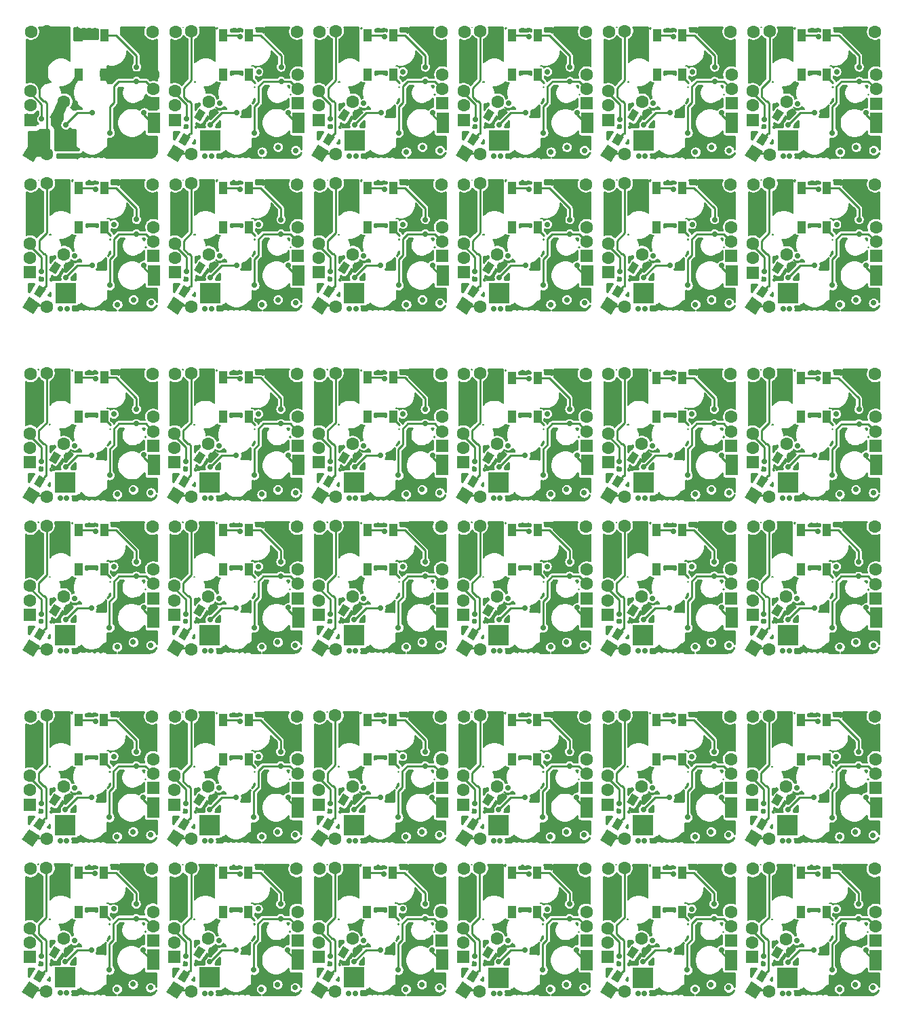
<source format=gtl>
G04 #@! TF.GenerationSoftware,KiCad,Pcbnew,(5.1.5)-3*
G04 #@! TF.CreationDate,2020-05-06T16:20:12+02:00*
G04 #@! TF.ProjectId,plaque,706c6171-7565-42e6-9b69-6361645f7063,1*
G04 #@! TF.SameCoordinates,Original*
G04 #@! TF.FileFunction,Copper,L1,Top*
G04 #@! TF.FilePolarity,Positive*
%FSLAX46Y46*%
G04 Gerber Fmt 4.6, Leading zero omitted, Abs format (unit mm)*
G04 Created by KiCad (PCBNEW (5.1.5)-3) date 2020-05-06 16:20:12*
%MOMM*%
%LPD*%
G04 APERTURE LIST*
%ADD10C,1.600000*%
%ADD11C,0.100000*%
%ADD12R,1.000000X1.500000*%
%ADD13R,2.600000X2.600000*%
%ADD14R,1.600000X2.600000*%
%ADD15R,1.600000X1.600000*%
%ADD16C,0.700000*%
%ADD17C,0.300000*%
%ADD18C,0.250000*%
%ADD19C,0.254000*%
%ADD20C,0.200000*%
G04 APERTURE END LIST*
D10*
X125084040Y-129200920D03*
G04 #@! TA.AperFunction,SMDPad,CuDef*
D11*
G36*
X124259906Y-128115842D02*
G01*
X123458684Y-127605407D01*
X124157174Y-126508998D01*
X124958396Y-127019433D01*
X124259906Y-128115842D01*
G37*
G04 #@! TD.AperFunction*
G04 #@! TA.AperFunction,SMDPad,CuDef*
G36*
X126167320Y-125121802D02*
G01*
X125366098Y-124611367D01*
X126064588Y-123514958D01*
X126865810Y-124025393D01*
X126167320Y-125121802D01*
G37*
G04 #@! TD.AperFunction*
D10*
X123002040Y-123100920D03*
G04 #@! TA.AperFunction,ComponentPad*
D11*
G36*
X123378913Y-130155473D02*
G01*
X122029487Y-129295793D01*
X122889167Y-127946367D01*
X124238593Y-128806047D01*
X123378913Y-130155473D01*
G37*
G04 #@! TD.AperFunction*
D10*
X127228263Y-122624277D03*
D12*
X132272640Y-119245720D03*
X129072640Y-119245720D03*
X132272640Y-114345720D03*
X129072640Y-114345720D03*
D10*
X104957880Y-121298380D03*
X107039880Y-129198380D03*
X104957880Y-123098380D03*
D12*
X111028480Y-114343180D03*
X114228480Y-114343180D03*
X111028480Y-119243180D03*
X114228480Y-119243180D03*
D13*
X109364880Y-127448380D03*
D14*
X120389880Y-125248380D03*
D15*
X120339880Y-122848380D03*
D13*
X127401420Y-146483140D03*
D14*
X138426420Y-144283140D03*
D10*
X125076420Y-148233140D03*
D15*
X138384040Y-122850920D03*
G04 #@! TA.AperFunction,ComponentPad*
D11*
G36*
X105327133Y-149185153D02*
G01*
X103977707Y-148325473D01*
X104837387Y-146976047D01*
X106186813Y-147835727D01*
X105327133Y-149185153D01*
G37*
G04 #@! TD.AperFunction*
D10*
X109176483Y-141653957D03*
G04 #@! TA.AperFunction,SMDPad,CuDef*
D11*
G36*
X126159700Y-144154022D02*
G01*
X125358478Y-143643587D01*
X126056968Y-142547178D01*
X126858190Y-143057613D01*
X126159700Y-144154022D01*
G37*
G04 #@! TD.AperFunction*
G04 #@! TA.AperFunction,SMDPad,CuDef*
G36*
X124252286Y-147148062D02*
G01*
X123451064Y-146637627D01*
X124149554Y-145541218D01*
X124950776Y-146051653D01*
X124252286Y-147148062D01*
G37*
G04 #@! TD.AperFunction*
D12*
X129065020Y-133377940D03*
X132265020Y-133377940D03*
X129065020Y-138277940D03*
X132265020Y-138277940D03*
D15*
X138376420Y-141883140D03*
D10*
X122994420Y-140333140D03*
X125076420Y-132833140D03*
X138376420Y-140083140D03*
X138384040Y-119250920D03*
X123076420Y-132933140D03*
X107032260Y-148230600D03*
X138284040Y-113900920D03*
X104950260Y-142130600D03*
X138376420Y-138283140D03*
X122994420Y-142133140D03*
D14*
X138434040Y-125250920D03*
D13*
X127409040Y-127450920D03*
D10*
X127220643Y-141656497D03*
G04 #@! TA.AperFunction,ComponentPad*
D11*
G36*
X123371293Y-149187693D02*
G01*
X122021867Y-148328013D01*
X122881547Y-146978587D01*
X124230973Y-147838267D01*
X123371293Y-149187693D01*
G37*
G04 #@! TD.AperFunction*
D10*
X123002040Y-121300920D03*
G04 #@! TA.AperFunction,SMDPad,CuDef*
D11*
G36*
X108123160Y-125119262D02*
G01*
X107321938Y-124608827D01*
X108020428Y-123512418D01*
X108821650Y-124022853D01*
X108123160Y-125119262D01*
G37*
G04 #@! TD.AperFunction*
G04 #@! TA.AperFunction,SMDPad,CuDef*
G36*
X106215746Y-128113302D02*
G01*
X105414524Y-127602867D01*
X106113014Y-126506458D01*
X106914236Y-127016893D01*
X106215746Y-128113302D01*
G37*
G04 #@! TD.AperFunction*
D10*
X109184103Y-122621737D03*
G04 #@! TA.AperFunction,ComponentPad*
D11*
G36*
X105334753Y-130152933D02*
G01*
X103985327Y-129293253D01*
X104845007Y-127943827D01*
X106194433Y-128803507D01*
X105334753Y-130152933D01*
G37*
G04 #@! TD.AperFunction*
D10*
X123084040Y-113900920D03*
D15*
X122994420Y-143933140D03*
D10*
X125084040Y-113800920D03*
X138276420Y-132933140D03*
X107039880Y-113798380D03*
D15*
X123002040Y-124900920D03*
D10*
X104950260Y-140330600D03*
X70941400Y-113795840D03*
G04 #@! TA.AperFunction,SMDPad,CuDef*
D11*
G36*
X90061220Y-144151482D02*
G01*
X89259998Y-143641047D01*
X89958488Y-142544638D01*
X90759710Y-143055073D01*
X90061220Y-144151482D01*
G37*
G04 #@! TD.AperFunction*
G04 #@! TA.AperFunction,SMDPad,CuDef*
G36*
X88153806Y-147145522D02*
G01*
X87352584Y-146635087D01*
X88051074Y-145538678D01*
X88852296Y-146049113D01*
X88153806Y-147145522D01*
G37*
G04 #@! TD.AperFunction*
D10*
X88977940Y-132830600D03*
D13*
X73266400Y-127445840D03*
D14*
X84291400Y-125245840D03*
D15*
X86895940Y-143930600D03*
D10*
X68851780Y-140328060D03*
X91122163Y-141653957D03*
G04 #@! TA.AperFunction,ComponentPad*
D11*
G36*
X87272813Y-149185153D02*
G01*
X85923387Y-148325473D01*
X86783067Y-146976047D01*
X88132493Y-147835727D01*
X87272813Y-149185153D01*
G37*
G04 #@! TD.AperFunction*
D10*
X86895940Y-140330600D03*
X102285560Y-119248380D03*
G04 #@! TA.AperFunction,SMDPad,CuDef*
D11*
G36*
X72024680Y-125116722D02*
G01*
X71223458Y-124606287D01*
X71921948Y-123509878D01*
X72723170Y-124020313D01*
X72024680Y-125116722D01*
G37*
G04 #@! TD.AperFunction*
G04 #@! TA.AperFunction,SMDPad,CuDef*
G36*
X70117266Y-128110762D02*
G01*
X69316044Y-127600327D01*
X70014534Y-126503918D01*
X70815756Y-127014353D01*
X70117266Y-128110762D01*
G37*
G04 #@! TD.AperFunction*
D12*
X74930000Y-114340640D03*
X78130000Y-114340640D03*
X74930000Y-119240640D03*
X78130000Y-119240640D03*
D10*
X88977940Y-148230600D03*
X70941400Y-129195840D03*
D14*
X102335560Y-125248380D03*
D13*
X91310560Y-127448380D03*
D15*
X86903560Y-124898380D03*
D10*
X86895940Y-142130600D03*
X73085623Y-122619197D03*
G04 #@! TA.AperFunction,ComponentPad*
D11*
G36*
X69236273Y-130150393D02*
G01*
X67886847Y-129290713D01*
X68746527Y-127941287D01*
X70095953Y-128800967D01*
X69236273Y-130150393D01*
G37*
G04 #@! TD.AperFunction*
D10*
X68859400Y-123095840D03*
D15*
X102285560Y-122848380D03*
D10*
X88985560Y-113798380D03*
X70933780Y-148228060D03*
D15*
X102277940Y-141880600D03*
D10*
X102177940Y-132930600D03*
X86977940Y-132930600D03*
D13*
X91302940Y-146480600D03*
D14*
X102327940Y-144280600D03*
D10*
X102185560Y-113898380D03*
D15*
X84241400Y-122845840D03*
D10*
X86985560Y-113898380D03*
X120339880Y-121048380D03*
X120339880Y-119248380D03*
X105032260Y-132930600D03*
X120232260Y-132930600D03*
X107032260Y-132830600D03*
D15*
X104957880Y-124898380D03*
X120332260Y-141880600D03*
G04 #@! TA.AperFunction,SMDPad,CuDef*
D11*
G36*
X106208126Y-147145522D02*
G01*
X105406904Y-146635087D01*
X106105394Y-145538678D01*
X106906616Y-146049113D01*
X106208126Y-147145522D01*
G37*
G04 #@! TD.AperFunction*
G04 #@! TA.AperFunction,SMDPad,CuDef*
G36*
X108115540Y-144151482D02*
G01*
X107314318Y-143641047D01*
X108012808Y-142544638D01*
X108814030Y-143055073D01*
X108115540Y-144151482D01*
G37*
G04 #@! TD.AperFunction*
D12*
X114220860Y-138275400D03*
X111020860Y-138275400D03*
X114220860Y-133375400D03*
X111020860Y-133375400D03*
D10*
X120332260Y-140080600D03*
X138384040Y-121050920D03*
D15*
X104950260Y-143930600D03*
D10*
X120239880Y-113898380D03*
X105039880Y-113898380D03*
D14*
X120382260Y-144280600D03*
D13*
X109357260Y-146480600D03*
G04 #@! TA.AperFunction,SMDPad,CuDef*
D11*
G36*
X70109646Y-147142982D02*
G01*
X69308424Y-146632547D01*
X70006914Y-145536138D01*
X70808136Y-146046573D01*
X70109646Y-147142982D01*
G37*
G04 #@! TD.AperFunction*
G04 #@! TA.AperFunction,SMDPad,CuDef*
G36*
X72017060Y-144148942D02*
G01*
X71215838Y-143638507D01*
X71914328Y-142542098D01*
X72715550Y-143052533D01*
X72017060Y-144148942D01*
G37*
G04 #@! TD.AperFunction*
D15*
X68851780Y-143928060D03*
D12*
X92966540Y-133375400D03*
X96166540Y-133375400D03*
X92966540Y-138275400D03*
X96166540Y-138275400D03*
D10*
X70933780Y-132828060D03*
X102277940Y-138280600D03*
X102285560Y-121048380D03*
X84141400Y-113895840D03*
X84233780Y-138278060D03*
X84233780Y-140078060D03*
X68941400Y-113895840D03*
X102277940Y-140080600D03*
X68933780Y-132928060D03*
D14*
X84283780Y-144278060D03*
D13*
X73258780Y-146478060D03*
D10*
X84133780Y-132928060D03*
D12*
X78122380Y-138272860D03*
X74922380Y-138272860D03*
X78122380Y-133372860D03*
X74922380Y-133372860D03*
D15*
X84233780Y-141878060D03*
D10*
X84241400Y-121045840D03*
X84241400Y-119245840D03*
D15*
X68859400Y-124895840D03*
G04 #@! TA.AperFunction,ComponentPad*
D11*
G36*
X69228653Y-149182613D02*
G01*
X67879227Y-148322933D01*
X68738907Y-146973507D01*
X70088333Y-147833187D01*
X69228653Y-149182613D01*
G37*
G04 #@! TD.AperFunction*
D10*
X73078003Y-141651417D03*
X68851780Y-142128060D03*
X120332260Y-138280600D03*
X86903560Y-121298380D03*
X86903560Y-123098380D03*
X68859400Y-121295840D03*
G04 #@! TA.AperFunction,ComponentPad*
D11*
G36*
X87280433Y-130152933D02*
G01*
X85931007Y-129293253D01*
X86790687Y-127943827D01*
X88140113Y-128803507D01*
X87280433Y-130152933D01*
G37*
G04 #@! TD.AperFunction*
D10*
X91129783Y-122621737D03*
D12*
X96174160Y-119243180D03*
X92974160Y-119243180D03*
X96174160Y-114343180D03*
X92974160Y-114343180D03*
D10*
X88985560Y-129198380D03*
G04 #@! TA.AperFunction,SMDPad,CuDef*
D11*
G36*
X88161426Y-128113302D02*
G01*
X87360204Y-127602867D01*
X88058694Y-126506458D01*
X88859916Y-127016893D01*
X88161426Y-128113302D01*
G37*
G04 #@! TD.AperFunction*
G04 #@! TA.AperFunction,SMDPad,CuDef*
G36*
X90068840Y-125119262D02*
G01*
X89267618Y-124608827D01*
X89966108Y-123512418D01*
X90767330Y-124022853D01*
X90068840Y-125119262D01*
G37*
G04 #@! TD.AperFunction*
G04 #@! TA.AperFunction,SMDPad,CuDef*
G36*
X54008460Y-125116722D02*
G01*
X53207238Y-124606287D01*
X53905728Y-123509878D01*
X54706950Y-124020313D01*
X54008460Y-125116722D01*
G37*
G04 #@! TD.AperFunction*
G04 #@! TA.AperFunction,SMDPad,CuDef*
G36*
X52101046Y-128110762D02*
G01*
X51299824Y-127600327D01*
X51998314Y-126503918D01*
X52799536Y-127014353D01*
X52101046Y-128110762D01*
G37*
G04 #@! TD.AperFunction*
D10*
X50843180Y-123095840D03*
X55069403Y-122619197D03*
G04 #@! TA.AperFunction,ComponentPad*
D11*
G36*
X51220053Y-130150393D02*
G01*
X49870627Y-129290713D01*
X50730307Y-127941287D01*
X52079733Y-128800967D01*
X51220053Y-130150393D01*
G37*
G04 #@! TD.AperFunction*
D10*
X52925180Y-129195840D03*
X50843180Y-121295840D03*
D12*
X56913780Y-114340640D03*
X60113780Y-114340640D03*
X56913780Y-119240640D03*
X60113780Y-119240640D03*
D10*
X32799020Y-121293300D03*
G04 #@! TA.AperFunction,SMDPad,CuDef*
D11*
G36*
X34056886Y-128108222D02*
G01*
X33255664Y-127597787D01*
X33954154Y-126501378D01*
X34755376Y-127011813D01*
X34056886Y-128108222D01*
G37*
G04 #@! TD.AperFunction*
G04 #@! TA.AperFunction,SMDPad,CuDef*
G36*
X35964300Y-125114182D02*
G01*
X35163078Y-124603747D01*
X35861568Y-123507338D01*
X36662790Y-124017773D01*
X35964300Y-125114182D01*
G37*
G04 #@! TD.AperFunction*
D10*
X34881020Y-129193300D03*
G04 #@! TA.AperFunction,ComponentPad*
D11*
G36*
X33175893Y-130147853D02*
G01*
X31826467Y-129288173D01*
X32686147Y-127938747D01*
X34035573Y-128798427D01*
X33175893Y-130147853D01*
G37*
G04 #@! TD.AperFunction*
D10*
X37025243Y-122616657D03*
X32799020Y-123093300D03*
D12*
X42069620Y-119238100D03*
X38869620Y-119238100D03*
X42069620Y-114338100D03*
X38869620Y-114338100D03*
D10*
X34881020Y-113793300D03*
D14*
X48231020Y-125243300D03*
D13*
X37206020Y-127443300D03*
D15*
X48181020Y-122843300D03*
D10*
X52925180Y-113795840D03*
D13*
X55250180Y-127445840D03*
D14*
X66275180Y-125245840D03*
D10*
X52917560Y-148228060D03*
G04 #@! TA.AperFunction,SMDPad,CuDef*
D11*
G36*
X52093426Y-147142982D02*
G01*
X51292204Y-146632547D01*
X51990694Y-145536138D01*
X52791916Y-146046573D01*
X52093426Y-147142982D01*
G37*
G04 #@! TD.AperFunction*
G04 #@! TA.AperFunction,SMDPad,CuDef*
G36*
X54000840Y-144148942D02*
G01*
X53199618Y-143638507D01*
X53898108Y-142542098D01*
X54699330Y-143052533D01*
X54000840Y-144148942D01*
G37*
G04 #@! TD.AperFunction*
G04 #@! TA.AperFunction,ComponentPad*
G36*
X51212433Y-149182613D02*
G01*
X49863007Y-148322933D01*
X50722687Y-146973507D01*
X52072113Y-147833187D01*
X51212433Y-149182613D01*
G37*
G04 #@! TD.AperFunction*
D10*
X55061783Y-141651417D03*
X50835560Y-142128060D03*
D15*
X66217560Y-141878060D03*
D10*
X50925180Y-113895840D03*
X52917560Y-132828060D03*
D15*
X66225180Y-122845840D03*
D10*
X50835560Y-140328060D03*
D15*
X50835560Y-143928060D03*
D10*
X66117560Y-132928060D03*
X32791400Y-140325520D03*
D15*
X50843180Y-124895840D03*
D10*
X34873400Y-148225520D03*
X50917560Y-132928060D03*
D14*
X66267560Y-144278060D03*
D13*
X55242560Y-146478060D03*
D10*
X66125180Y-113895840D03*
X66225180Y-119245840D03*
D12*
X60106160Y-138272860D03*
X56906160Y-138272860D03*
X60106160Y-133372860D03*
X56906160Y-133372860D03*
D10*
X66217560Y-140078060D03*
X66217560Y-138278060D03*
X37017623Y-141648877D03*
G04 #@! TA.AperFunction,ComponentPad*
D11*
G36*
X33168273Y-149180073D02*
G01*
X31818847Y-148320393D01*
X32678527Y-146970967D01*
X34027953Y-147830647D01*
X33168273Y-149180073D01*
G37*
G04 #@! TD.AperFunction*
D10*
X32791400Y-142125520D03*
G04 #@! TA.AperFunction,SMDPad,CuDef*
D11*
G36*
X35956680Y-144146402D02*
G01*
X35155458Y-143635967D01*
X35853948Y-142539558D01*
X36655170Y-143049993D01*
X35956680Y-144146402D01*
G37*
G04 #@! TD.AperFunction*
G04 #@! TA.AperFunction,SMDPad,CuDef*
G36*
X34049266Y-147140442D02*
G01*
X33248044Y-146630007D01*
X33946534Y-145533598D01*
X34747756Y-146044033D01*
X34049266Y-147140442D01*
G37*
G04 #@! TD.AperFunction*
D10*
X66225180Y-121045840D03*
X48073400Y-132925520D03*
D15*
X32791400Y-143925520D03*
X48173400Y-141875520D03*
D10*
X32881020Y-113893300D03*
X34873400Y-132825520D03*
X32873400Y-132925520D03*
D13*
X37198400Y-146475520D03*
D14*
X48223400Y-144275520D03*
D10*
X48181020Y-121043300D03*
X48181020Y-119243300D03*
X48081020Y-113893300D03*
D15*
X32799020Y-124893300D03*
D12*
X38862000Y-133370320D03*
X42062000Y-133370320D03*
X38862000Y-138270320D03*
X42062000Y-138270320D03*
D10*
X48173400Y-140075520D03*
X48173400Y-138275520D03*
X125111980Y-86493360D03*
G04 #@! TA.AperFunction,SMDPad,CuDef*
D11*
G36*
X124287846Y-85408282D02*
G01*
X123486624Y-84897847D01*
X124185114Y-83801438D01*
X124986336Y-84311873D01*
X124287846Y-85408282D01*
G37*
G04 #@! TD.AperFunction*
G04 #@! TA.AperFunction,SMDPad,CuDef*
G36*
X126195260Y-82414242D02*
G01*
X125394038Y-81903807D01*
X126092528Y-80807398D01*
X126893750Y-81317833D01*
X126195260Y-82414242D01*
G37*
G04 #@! TD.AperFunction*
D10*
X123029980Y-80393360D03*
G04 #@! TA.AperFunction,ComponentPad*
D11*
G36*
X123406853Y-87447913D02*
G01*
X122057427Y-86588233D01*
X122917107Y-85238807D01*
X124266533Y-86098487D01*
X123406853Y-87447913D01*
G37*
G04 #@! TD.AperFunction*
D10*
X127256203Y-79916717D03*
D12*
X132300580Y-76538160D03*
X129100580Y-76538160D03*
X132300580Y-71638160D03*
X129100580Y-71638160D03*
D10*
X104985820Y-78590820D03*
X107067820Y-86490820D03*
X104985820Y-80390820D03*
D12*
X111056420Y-71635620D03*
X114256420Y-71635620D03*
X111056420Y-76535620D03*
X114256420Y-76535620D03*
D13*
X109392820Y-84740820D03*
D14*
X120417820Y-82540820D03*
D15*
X120367820Y-80140820D03*
D13*
X127429360Y-103775580D03*
D14*
X138454360Y-101575580D03*
D10*
X125104360Y-105525580D03*
D15*
X138411980Y-80143360D03*
G04 #@! TA.AperFunction,ComponentPad*
D11*
G36*
X105355073Y-106477593D02*
G01*
X104005647Y-105617913D01*
X104865327Y-104268487D01*
X106214753Y-105128167D01*
X105355073Y-106477593D01*
G37*
G04 #@! TD.AperFunction*
D10*
X109204423Y-98946397D03*
G04 #@! TA.AperFunction,SMDPad,CuDef*
D11*
G36*
X126187640Y-101446462D02*
G01*
X125386418Y-100936027D01*
X126084908Y-99839618D01*
X126886130Y-100350053D01*
X126187640Y-101446462D01*
G37*
G04 #@! TD.AperFunction*
G04 #@! TA.AperFunction,SMDPad,CuDef*
G36*
X124280226Y-104440502D02*
G01*
X123479004Y-103930067D01*
X124177494Y-102833658D01*
X124978716Y-103344093D01*
X124280226Y-104440502D01*
G37*
G04 #@! TD.AperFunction*
D12*
X129092960Y-90670380D03*
X132292960Y-90670380D03*
X129092960Y-95570380D03*
X132292960Y-95570380D03*
D15*
X138404360Y-99175580D03*
D10*
X123022360Y-97625580D03*
X125104360Y-90125580D03*
X138404360Y-97375580D03*
X138411980Y-76543360D03*
X123104360Y-90225580D03*
X107060200Y-105523040D03*
X138311980Y-71193360D03*
X104978200Y-99423040D03*
X138404360Y-95575580D03*
X123022360Y-99425580D03*
D14*
X138461980Y-82543360D03*
D13*
X127436980Y-84743360D03*
D10*
X127248583Y-98948937D03*
G04 #@! TA.AperFunction,ComponentPad*
D11*
G36*
X123399233Y-106480133D02*
G01*
X122049807Y-105620453D01*
X122909487Y-104271027D01*
X124258913Y-105130707D01*
X123399233Y-106480133D01*
G37*
G04 #@! TD.AperFunction*
D10*
X123029980Y-78593360D03*
G04 #@! TA.AperFunction,SMDPad,CuDef*
D11*
G36*
X108151100Y-82411702D02*
G01*
X107349878Y-81901267D01*
X108048368Y-80804858D01*
X108849590Y-81315293D01*
X108151100Y-82411702D01*
G37*
G04 #@! TD.AperFunction*
G04 #@! TA.AperFunction,SMDPad,CuDef*
G36*
X106243686Y-85405742D02*
G01*
X105442464Y-84895307D01*
X106140954Y-83798898D01*
X106942176Y-84309333D01*
X106243686Y-85405742D01*
G37*
G04 #@! TD.AperFunction*
D10*
X109212043Y-79914177D03*
G04 #@! TA.AperFunction,ComponentPad*
D11*
G36*
X105362693Y-87445373D02*
G01*
X104013267Y-86585693D01*
X104872947Y-85236267D01*
X106222373Y-86095947D01*
X105362693Y-87445373D01*
G37*
G04 #@! TD.AperFunction*
D10*
X123111980Y-71193360D03*
D15*
X123022360Y-101225580D03*
D10*
X125111980Y-71093360D03*
X138304360Y-90225580D03*
X107067820Y-71090820D03*
D15*
X123029980Y-82193360D03*
D10*
X104978200Y-97623040D03*
X70969340Y-71088280D03*
G04 #@! TA.AperFunction,SMDPad,CuDef*
D11*
G36*
X90089160Y-101443922D02*
G01*
X89287938Y-100933487D01*
X89986428Y-99837078D01*
X90787650Y-100347513D01*
X90089160Y-101443922D01*
G37*
G04 #@! TD.AperFunction*
G04 #@! TA.AperFunction,SMDPad,CuDef*
G36*
X88181746Y-104437962D02*
G01*
X87380524Y-103927527D01*
X88079014Y-102831118D01*
X88880236Y-103341553D01*
X88181746Y-104437962D01*
G37*
G04 #@! TD.AperFunction*
D10*
X89005880Y-90123040D03*
D13*
X73294340Y-84738280D03*
D14*
X84319340Y-82538280D03*
D15*
X86923880Y-101223040D03*
D10*
X68879720Y-97620500D03*
X91150103Y-98946397D03*
G04 #@! TA.AperFunction,ComponentPad*
D11*
G36*
X87300753Y-106477593D02*
G01*
X85951327Y-105617913D01*
X86811007Y-104268487D01*
X88160433Y-105128167D01*
X87300753Y-106477593D01*
G37*
G04 #@! TD.AperFunction*
D10*
X86923880Y-97623040D03*
X102313500Y-76540820D03*
G04 #@! TA.AperFunction,SMDPad,CuDef*
D11*
G36*
X72052620Y-82409162D02*
G01*
X71251398Y-81898727D01*
X71949888Y-80802318D01*
X72751110Y-81312753D01*
X72052620Y-82409162D01*
G37*
G04 #@! TD.AperFunction*
G04 #@! TA.AperFunction,SMDPad,CuDef*
G36*
X70145206Y-85403202D02*
G01*
X69343984Y-84892767D01*
X70042474Y-83796358D01*
X70843696Y-84306793D01*
X70145206Y-85403202D01*
G37*
G04 #@! TD.AperFunction*
D12*
X74957940Y-71633080D03*
X78157940Y-71633080D03*
X74957940Y-76533080D03*
X78157940Y-76533080D03*
D10*
X89005880Y-105523040D03*
X70969340Y-86488280D03*
D14*
X102363500Y-82540820D03*
D13*
X91338500Y-84740820D03*
D15*
X86931500Y-82190820D03*
D10*
X86923880Y-99423040D03*
X73113563Y-79911637D03*
G04 #@! TA.AperFunction,ComponentPad*
D11*
G36*
X69264213Y-87442833D02*
G01*
X67914787Y-86583153D01*
X68774467Y-85233727D01*
X70123893Y-86093407D01*
X69264213Y-87442833D01*
G37*
G04 #@! TD.AperFunction*
D10*
X68887340Y-80388280D03*
D15*
X102313500Y-80140820D03*
D10*
X89013500Y-71090820D03*
X70961720Y-105520500D03*
D15*
X102305880Y-99173040D03*
D10*
X102205880Y-90223040D03*
X87005880Y-90223040D03*
D13*
X91330880Y-103773040D03*
D14*
X102355880Y-101573040D03*
D10*
X102213500Y-71190820D03*
D15*
X84269340Y-80138280D03*
D10*
X87013500Y-71190820D03*
X120367820Y-78340820D03*
X120367820Y-76540820D03*
X105060200Y-90223040D03*
X120260200Y-90223040D03*
X107060200Y-90123040D03*
D15*
X104985820Y-82190820D03*
X120360200Y-99173040D03*
G04 #@! TA.AperFunction,SMDPad,CuDef*
D11*
G36*
X106236066Y-104437962D02*
G01*
X105434844Y-103927527D01*
X106133334Y-102831118D01*
X106934556Y-103341553D01*
X106236066Y-104437962D01*
G37*
G04 #@! TD.AperFunction*
G04 #@! TA.AperFunction,SMDPad,CuDef*
G36*
X108143480Y-101443922D02*
G01*
X107342258Y-100933487D01*
X108040748Y-99837078D01*
X108841970Y-100347513D01*
X108143480Y-101443922D01*
G37*
G04 #@! TD.AperFunction*
D12*
X114248800Y-95567840D03*
X111048800Y-95567840D03*
X114248800Y-90667840D03*
X111048800Y-90667840D03*
D10*
X120360200Y-97373040D03*
X138411980Y-78343360D03*
D15*
X104978200Y-101223040D03*
D10*
X120267820Y-71190820D03*
X105067820Y-71190820D03*
D14*
X120410200Y-101573040D03*
D13*
X109385200Y-103773040D03*
G04 #@! TA.AperFunction,SMDPad,CuDef*
D11*
G36*
X70137586Y-104435422D02*
G01*
X69336364Y-103924987D01*
X70034854Y-102828578D01*
X70836076Y-103339013D01*
X70137586Y-104435422D01*
G37*
G04 #@! TD.AperFunction*
G04 #@! TA.AperFunction,SMDPad,CuDef*
G36*
X72045000Y-101441382D02*
G01*
X71243778Y-100930947D01*
X71942268Y-99834538D01*
X72743490Y-100344973D01*
X72045000Y-101441382D01*
G37*
G04 #@! TD.AperFunction*
D15*
X68879720Y-101220500D03*
D12*
X92994480Y-90667840D03*
X96194480Y-90667840D03*
X92994480Y-95567840D03*
X96194480Y-95567840D03*
D10*
X70961720Y-90120500D03*
X102305880Y-95573040D03*
X102313500Y-78340820D03*
X84169340Y-71188280D03*
X84261720Y-95570500D03*
X84261720Y-97370500D03*
X68969340Y-71188280D03*
X102305880Y-97373040D03*
X68961720Y-90220500D03*
D14*
X84311720Y-101570500D03*
D13*
X73286720Y-103770500D03*
D10*
X84161720Y-90220500D03*
D12*
X78150320Y-95565300D03*
X74950320Y-95565300D03*
X78150320Y-90665300D03*
X74950320Y-90665300D03*
D15*
X84261720Y-99170500D03*
D10*
X84269340Y-78338280D03*
X84269340Y-76538280D03*
D15*
X68887340Y-82188280D03*
G04 #@! TA.AperFunction,ComponentPad*
D11*
G36*
X69256593Y-106475053D02*
G01*
X67907167Y-105615373D01*
X68766847Y-104265947D01*
X70116273Y-105125627D01*
X69256593Y-106475053D01*
G37*
G04 #@! TD.AperFunction*
D10*
X73105943Y-98943857D03*
X68879720Y-99420500D03*
X120360200Y-95573040D03*
X86931500Y-78590820D03*
X86931500Y-80390820D03*
X68887340Y-78588280D03*
G04 #@! TA.AperFunction,ComponentPad*
D11*
G36*
X87308373Y-87445373D02*
G01*
X85958947Y-86585693D01*
X86818627Y-85236267D01*
X88168053Y-86095947D01*
X87308373Y-87445373D01*
G37*
G04 #@! TD.AperFunction*
D10*
X91157723Y-79914177D03*
D12*
X96202100Y-76535620D03*
X93002100Y-76535620D03*
X96202100Y-71635620D03*
X93002100Y-71635620D03*
D10*
X89013500Y-86490820D03*
G04 #@! TA.AperFunction,SMDPad,CuDef*
D11*
G36*
X88189366Y-85405742D02*
G01*
X87388144Y-84895307D01*
X88086634Y-83798898D01*
X88887856Y-84309333D01*
X88189366Y-85405742D01*
G37*
G04 #@! TD.AperFunction*
G04 #@! TA.AperFunction,SMDPad,CuDef*
G36*
X90096780Y-82411702D02*
G01*
X89295558Y-81901267D01*
X89994048Y-80804858D01*
X90795270Y-81315293D01*
X90096780Y-82411702D01*
G37*
G04 #@! TD.AperFunction*
G04 #@! TA.AperFunction,SMDPad,CuDef*
G36*
X54036400Y-82409162D02*
G01*
X53235178Y-81898727D01*
X53933668Y-80802318D01*
X54734890Y-81312753D01*
X54036400Y-82409162D01*
G37*
G04 #@! TD.AperFunction*
G04 #@! TA.AperFunction,SMDPad,CuDef*
G36*
X52128986Y-85403202D02*
G01*
X51327764Y-84892767D01*
X52026254Y-83796358D01*
X52827476Y-84306793D01*
X52128986Y-85403202D01*
G37*
G04 #@! TD.AperFunction*
D10*
X50871120Y-80388280D03*
X55097343Y-79911637D03*
G04 #@! TA.AperFunction,ComponentPad*
D11*
G36*
X51247993Y-87442833D02*
G01*
X49898567Y-86583153D01*
X50758247Y-85233727D01*
X52107673Y-86093407D01*
X51247993Y-87442833D01*
G37*
G04 #@! TD.AperFunction*
D10*
X52953120Y-86488280D03*
X50871120Y-78588280D03*
D12*
X56941720Y-71633080D03*
X60141720Y-71633080D03*
X56941720Y-76533080D03*
X60141720Y-76533080D03*
D10*
X32826960Y-78585740D03*
G04 #@! TA.AperFunction,SMDPad,CuDef*
D11*
G36*
X34084826Y-85400662D02*
G01*
X33283604Y-84890227D01*
X33982094Y-83793818D01*
X34783316Y-84304253D01*
X34084826Y-85400662D01*
G37*
G04 #@! TD.AperFunction*
G04 #@! TA.AperFunction,SMDPad,CuDef*
G36*
X35992240Y-82406622D02*
G01*
X35191018Y-81896187D01*
X35889508Y-80799778D01*
X36690730Y-81310213D01*
X35992240Y-82406622D01*
G37*
G04 #@! TD.AperFunction*
D10*
X34908960Y-86485740D03*
G04 #@! TA.AperFunction,ComponentPad*
D11*
G36*
X33203833Y-87440293D02*
G01*
X31854407Y-86580613D01*
X32714087Y-85231187D01*
X34063513Y-86090867D01*
X33203833Y-87440293D01*
G37*
G04 #@! TD.AperFunction*
D10*
X37053183Y-79909097D03*
X32826960Y-80385740D03*
D12*
X42097560Y-76530540D03*
X38897560Y-76530540D03*
X42097560Y-71630540D03*
X38897560Y-71630540D03*
D10*
X34908960Y-71085740D03*
D14*
X48258960Y-82535740D03*
D13*
X37233960Y-84735740D03*
D15*
X48208960Y-80135740D03*
D10*
X52953120Y-71088280D03*
D13*
X55278120Y-84738280D03*
D14*
X66303120Y-82538280D03*
D10*
X52945500Y-105520500D03*
G04 #@! TA.AperFunction,SMDPad,CuDef*
D11*
G36*
X52121366Y-104435422D02*
G01*
X51320144Y-103924987D01*
X52018634Y-102828578D01*
X52819856Y-103339013D01*
X52121366Y-104435422D01*
G37*
G04 #@! TD.AperFunction*
G04 #@! TA.AperFunction,SMDPad,CuDef*
G36*
X54028780Y-101441382D02*
G01*
X53227558Y-100930947D01*
X53926048Y-99834538D01*
X54727270Y-100344973D01*
X54028780Y-101441382D01*
G37*
G04 #@! TD.AperFunction*
G04 #@! TA.AperFunction,ComponentPad*
G36*
X51240373Y-106475053D02*
G01*
X49890947Y-105615373D01*
X50750627Y-104265947D01*
X52100053Y-105125627D01*
X51240373Y-106475053D01*
G37*
G04 #@! TD.AperFunction*
D10*
X55089723Y-98943857D03*
X50863500Y-99420500D03*
D15*
X66245500Y-99170500D03*
D10*
X50953120Y-71188280D03*
X52945500Y-90120500D03*
D15*
X66253120Y-80138280D03*
D10*
X50863500Y-97620500D03*
D15*
X50863500Y-101220500D03*
D10*
X66145500Y-90220500D03*
X32819340Y-97617960D03*
D15*
X50871120Y-82188280D03*
D10*
X34901340Y-105517960D03*
X50945500Y-90220500D03*
D14*
X66295500Y-101570500D03*
D13*
X55270500Y-103770500D03*
D10*
X66153120Y-71188280D03*
X66253120Y-76538280D03*
D12*
X60134100Y-95565300D03*
X56934100Y-95565300D03*
X60134100Y-90665300D03*
X56934100Y-90665300D03*
D10*
X66245500Y-97370500D03*
X66245500Y-95570500D03*
X37045563Y-98941317D03*
G04 #@! TA.AperFunction,ComponentPad*
D11*
G36*
X33196213Y-106472513D02*
G01*
X31846787Y-105612833D01*
X32706467Y-104263407D01*
X34055893Y-105123087D01*
X33196213Y-106472513D01*
G37*
G04 #@! TD.AperFunction*
D10*
X32819340Y-99417960D03*
G04 #@! TA.AperFunction,SMDPad,CuDef*
D11*
G36*
X35984620Y-101438842D02*
G01*
X35183398Y-100928407D01*
X35881888Y-99831998D01*
X36683110Y-100342433D01*
X35984620Y-101438842D01*
G37*
G04 #@! TD.AperFunction*
G04 #@! TA.AperFunction,SMDPad,CuDef*
G36*
X34077206Y-104432882D02*
G01*
X33275984Y-103922447D01*
X33974474Y-102826038D01*
X34775696Y-103336473D01*
X34077206Y-104432882D01*
G37*
G04 #@! TD.AperFunction*
D10*
X66253120Y-78338280D03*
X48101340Y-90217960D03*
D15*
X32819340Y-101217960D03*
X48201340Y-99167960D03*
D10*
X32908960Y-71185740D03*
X34901340Y-90117960D03*
X32901340Y-90217960D03*
D13*
X37226340Y-103767960D03*
D14*
X48251340Y-101567960D03*
D10*
X48208960Y-78335740D03*
X48208960Y-76535740D03*
X48108960Y-71185740D03*
D15*
X32826960Y-82185740D03*
D12*
X38889940Y-90662760D03*
X42089940Y-90662760D03*
X38889940Y-95562760D03*
X42089940Y-95562760D03*
D10*
X48201340Y-97367960D03*
X48201340Y-95567960D03*
G04 #@! TA.AperFunction,SMDPad,CuDef*
D11*
G36*
X126223200Y-39701602D02*
G01*
X125421978Y-39191167D01*
X126120468Y-38094758D01*
X126921690Y-38605193D01*
X126223200Y-39701602D01*
G37*
G04 #@! TD.AperFunction*
G04 #@! TA.AperFunction,SMDPad,CuDef*
G36*
X124315786Y-42695642D02*
G01*
X123514564Y-42185207D01*
X124213054Y-41088798D01*
X125014276Y-41599233D01*
X124315786Y-42695642D01*
G37*
G04 #@! TD.AperFunction*
D10*
X123057920Y-37680720D03*
X127284143Y-37204077D03*
G04 #@! TA.AperFunction,ComponentPad*
D11*
G36*
X123434793Y-44735273D02*
G01*
X122085367Y-43875593D01*
X122945047Y-42526167D01*
X124294473Y-43385847D01*
X123434793Y-44735273D01*
G37*
G04 #@! TD.AperFunction*
D10*
X125139920Y-43780720D03*
X123057920Y-35880720D03*
D12*
X129128520Y-28925520D03*
X132328520Y-28925520D03*
X129128520Y-33825520D03*
X132328520Y-33825520D03*
D10*
X105013760Y-35878180D03*
G04 #@! TA.AperFunction,SMDPad,CuDef*
D11*
G36*
X106271626Y-42693102D02*
G01*
X105470404Y-42182667D01*
X106168894Y-41086258D01*
X106970116Y-41596693D01*
X106271626Y-42693102D01*
G37*
G04 #@! TD.AperFunction*
G04 #@! TA.AperFunction,SMDPad,CuDef*
G36*
X108179040Y-39699062D02*
G01*
X107377818Y-39188627D01*
X108076308Y-38092218D01*
X108877530Y-38602653D01*
X108179040Y-39699062D01*
G37*
G04 #@! TD.AperFunction*
D10*
X107095760Y-43778180D03*
G04 #@! TA.AperFunction,ComponentPad*
D11*
G36*
X105390633Y-44732733D02*
G01*
X104041207Y-43873053D01*
X104900887Y-42523627D01*
X106250313Y-43383307D01*
X105390633Y-44732733D01*
G37*
G04 #@! TD.AperFunction*
D10*
X109239983Y-37201537D03*
X105013760Y-37678180D03*
D12*
X114284360Y-33822980D03*
X111084360Y-33822980D03*
X114284360Y-28922980D03*
X111084360Y-28922980D03*
D10*
X107095760Y-28378180D03*
D14*
X120445760Y-39828180D03*
D13*
X109420760Y-42028180D03*
D15*
X120395760Y-37428180D03*
D10*
X125139920Y-28380720D03*
D13*
X127464920Y-42030720D03*
D14*
X138489920Y-39830720D03*
D10*
X125132300Y-62812940D03*
G04 #@! TA.AperFunction,SMDPad,CuDef*
D11*
G36*
X124308166Y-61727862D02*
G01*
X123506944Y-61217427D01*
X124205434Y-60121018D01*
X125006656Y-60631453D01*
X124308166Y-61727862D01*
G37*
G04 #@! TD.AperFunction*
G04 #@! TA.AperFunction,SMDPad,CuDef*
G36*
X126215580Y-58733822D02*
G01*
X125414358Y-58223387D01*
X126112848Y-57126978D01*
X126914070Y-57637413D01*
X126215580Y-58733822D01*
G37*
G04 #@! TD.AperFunction*
G04 #@! TA.AperFunction,ComponentPad*
G36*
X123427173Y-63767493D02*
G01*
X122077747Y-62907813D01*
X122937427Y-61558387D01*
X124286853Y-62418067D01*
X123427173Y-63767493D01*
G37*
G04 #@! TD.AperFunction*
D10*
X127276523Y-56236297D03*
X123050300Y-56712940D03*
D15*
X138432300Y-56462940D03*
D10*
X123139920Y-28480720D03*
X125132300Y-47412940D03*
D15*
X138439920Y-37430720D03*
D10*
X123050300Y-54912940D03*
D15*
X123050300Y-58512940D03*
D10*
X138332300Y-47512940D03*
X105006140Y-54910400D03*
D15*
X123057920Y-39480720D03*
D10*
X107088140Y-62810400D03*
X123132300Y-47512940D03*
D14*
X138482300Y-58862940D03*
D13*
X127457300Y-61062940D03*
D10*
X138339920Y-28480720D03*
X138439920Y-33830720D03*
D12*
X132320900Y-52857740D03*
X129120900Y-52857740D03*
X132320900Y-47957740D03*
X129120900Y-47957740D03*
D10*
X138432300Y-54662940D03*
X138432300Y-52862940D03*
X109232363Y-56233757D03*
G04 #@! TA.AperFunction,ComponentPad*
D11*
G36*
X105383013Y-63764953D02*
G01*
X104033587Y-62905273D01*
X104893267Y-61555847D01*
X106242693Y-62415527D01*
X105383013Y-63764953D01*
G37*
G04 #@! TD.AperFunction*
D10*
X105006140Y-56710400D03*
G04 #@! TA.AperFunction,SMDPad,CuDef*
D11*
G36*
X108171420Y-58731282D02*
G01*
X107370198Y-58220847D01*
X108068688Y-57124438D01*
X108869910Y-57634873D01*
X108171420Y-58731282D01*
G37*
G04 #@! TD.AperFunction*
G04 #@! TA.AperFunction,SMDPad,CuDef*
G36*
X106264006Y-61725322D02*
G01*
X105462784Y-61214887D01*
X106161274Y-60118478D01*
X106962496Y-60628913D01*
X106264006Y-61725322D01*
G37*
G04 #@! TD.AperFunction*
D10*
X138439920Y-35630720D03*
X120288140Y-47510400D03*
D15*
X105006140Y-58510400D03*
X120388140Y-56460400D03*
D10*
X105095760Y-28478180D03*
X107088140Y-47410400D03*
X105088140Y-47510400D03*
D13*
X109413140Y-61060400D03*
D14*
X120438140Y-58860400D03*
D10*
X120395760Y-35628180D03*
X120395760Y-33828180D03*
X120295760Y-28478180D03*
D15*
X105013760Y-39478180D03*
D12*
X111076740Y-47955200D03*
X114276740Y-47955200D03*
X111076740Y-52855200D03*
X114276740Y-52855200D03*
D10*
X120388140Y-54660400D03*
X120388140Y-52860400D03*
G04 #@! TA.AperFunction,SMDPad,CuDef*
D11*
G36*
X90124720Y-39699062D02*
G01*
X89323498Y-39188627D01*
X90021988Y-38092218D01*
X90823210Y-38602653D01*
X90124720Y-39699062D01*
G37*
G04 #@! TD.AperFunction*
G04 #@! TA.AperFunction,SMDPad,CuDef*
G36*
X88217306Y-42693102D02*
G01*
X87416084Y-42182667D01*
X88114574Y-41086258D01*
X88915796Y-41596693D01*
X88217306Y-42693102D01*
G37*
G04 #@! TD.AperFunction*
D10*
X86959440Y-37678180D03*
X91185663Y-37201537D03*
G04 #@! TA.AperFunction,ComponentPad*
D11*
G36*
X87336313Y-44732733D02*
G01*
X85986887Y-43873053D01*
X86846567Y-42523627D01*
X88195993Y-43383307D01*
X87336313Y-44732733D01*
G37*
G04 #@! TD.AperFunction*
D10*
X89041440Y-43778180D03*
X86959440Y-35878180D03*
D12*
X93030040Y-28922980D03*
X96230040Y-28922980D03*
X93030040Y-33822980D03*
X96230040Y-33822980D03*
D10*
X68915280Y-35875640D03*
G04 #@! TA.AperFunction,SMDPad,CuDef*
D11*
G36*
X70173146Y-42690562D02*
G01*
X69371924Y-42180127D01*
X70070414Y-41083718D01*
X70871636Y-41594153D01*
X70173146Y-42690562D01*
G37*
G04 #@! TD.AperFunction*
G04 #@! TA.AperFunction,SMDPad,CuDef*
G36*
X72080560Y-39696522D02*
G01*
X71279338Y-39186087D01*
X71977828Y-38089678D01*
X72779050Y-38600113D01*
X72080560Y-39696522D01*
G37*
G04 #@! TD.AperFunction*
D10*
X70997280Y-43775640D03*
G04 #@! TA.AperFunction,ComponentPad*
D11*
G36*
X69292153Y-44730193D02*
G01*
X67942727Y-43870513D01*
X68802407Y-42521087D01*
X70151833Y-43380767D01*
X69292153Y-44730193D01*
G37*
G04 #@! TD.AperFunction*
D10*
X73141503Y-37198997D03*
X68915280Y-37675640D03*
D12*
X78185880Y-33820440D03*
X74985880Y-33820440D03*
X78185880Y-28920440D03*
X74985880Y-28920440D03*
D10*
X70997280Y-28375640D03*
D14*
X84347280Y-39825640D03*
D13*
X73322280Y-42025640D03*
D15*
X84297280Y-37425640D03*
D10*
X89041440Y-28378180D03*
D13*
X91366440Y-42028180D03*
D14*
X102391440Y-39828180D03*
D10*
X89033820Y-62810400D03*
G04 #@! TA.AperFunction,SMDPad,CuDef*
D11*
G36*
X88209686Y-61725322D02*
G01*
X87408464Y-61214887D01*
X88106954Y-60118478D01*
X88908176Y-60628913D01*
X88209686Y-61725322D01*
G37*
G04 #@! TD.AperFunction*
G04 #@! TA.AperFunction,SMDPad,CuDef*
G36*
X90117100Y-58731282D02*
G01*
X89315878Y-58220847D01*
X90014368Y-57124438D01*
X90815590Y-57634873D01*
X90117100Y-58731282D01*
G37*
G04 #@! TD.AperFunction*
G04 #@! TA.AperFunction,ComponentPad*
G36*
X87328693Y-63764953D02*
G01*
X85979267Y-62905273D01*
X86838947Y-61555847D01*
X88188373Y-62415527D01*
X87328693Y-63764953D01*
G37*
G04 #@! TD.AperFunction*
D10*
X91178043Y-56233757D03*
X86951820Y-56710400D03*
D15*
X102333820Y-56460400D03*
D10*
X87041440Y-28478180D03*
X89033820Y-47410400D03*
D15*
X102341440Y-37428180D03*
D10*
X86951820Y-54910400D03*
D15*
X86951820Y-58510400D03*
D10*
X102233820Y-47510400D03*
X68907660Y-54907860D03*
D15*
X86959440Y-39478180D03*
D10*
X70989660Y-62807860D03*
X87033820Y-47510400D03*
D14*
X102383820Y-58860400D03*
D13*
X91358820Y-61060400D03*
D10*
X102241440Y-28478180D03*
X102341440Y-33828180D03*
D12*
X96222420Y-52855200D03*
X93022420Y-52855200D03*
X96222420Y-47955200D03*
X93022420Y-47955200D03*
D10*
X102333820Y-54660400D03*
X102333820Y-52860400D03*
X73133883Y-56231217D03*
G04 #@! TA.AperFunction,ComponentPad*
D11*
G36*
X69284533Y-63762413D02*
G01*
X67935107Y-62902733D01*
X68794787Y-61553307D01*
X70144213Y-62412987D01*
X69284533Y-63762413D01*
G37*
G04 #@! TD.AperFunction*
D10*
X68907660Y-56707860D03*
G04 #@! TA.AperFunction,SMDPad,CuDef*
D11*
G36*
X72072940Y-58728742D02*
G01*
X71271718Y-58218307D01*
X71970208Y-57121898D01*
X72771430Y-57632333D01*
X72072940Y-58728742D01*
G37*
G04 #@! TD.AperFunction*
G04 #@! TA.AperFunction,SMDPad,CuDef*
G36*
X70165526Y-61722782D02*
G01*
X69364304Y-61212347D01*
X70062794Y-60115938D01*
X70864016Y-60626373D01*
X70165526Y-61722782D01*
G37*
G04 #@! TD.AperFunction*
D10*
X102341440Y-35628180D03*
X84189660Y-47507860D03*
D15*
X68907660Y-58507860D03*
X84289660Y-56457860D03*
D10*
X68997280Y-28475640D03*
X70989660Y-47407860D03*
X68989660Y-47507860D03*
D13*
X73314660Y-61057860D03*
D14*
X84339660Y-58857860D03*
D10*
X84297280Y-35625640D03*
X84297280Y-33825640D03*
X84197280Y-28475640D03*
D15*
X68915280Y-39475640D03*
D12*
X74978260Y-47952660D03*
X78178260Y-47952660D03*
X74978260Y-52852660D03*
X78178260Y-52852660D03*
D10*
X84289660Y-54657860D03*
X84289660Y-52857860D03*
X50899060Y-35875640D03*
G04 #@! TA.AperFunction,SMDPad,CuDef*
D11*
G36*
X52156926Y-42690562D02*
G01*
X51355704Y-42180127D01*
X52054194Y-41083718D01*
X52855416Y-41594153D01*
X52156926Y-42690562D01*
G37*
G04 #@! TD.AperFunction*
G04 #@! TA.AperFunction,SMDPad,CuDef*
G36*
X54064340Y-39696522D02*
G01*
X53263118Y-39186087D01*
X53961608Y-38089678D01*
X54762830Y-38600113D01*
X54064340Y-39696522D01*
G37*
G04 #@! TD.AperFunction*
D10*
X52981060Y-43775640D03*
G04 #@! TA.AperFunction,ComponentPad*
D11*
G36*
X51275933Y-44730193D02*
G01*
X49926507Y-43870513D01*
X50786187Y-42521087D01*
X52135613Y-43380767D01*
X51275933Y-44730193D01*
G37*
G04 #@! TD.AperFunction*
D10*
X55125283Y-37198997D03*
X50899060Y-37675640D03*
D12*
X60169660Y-33820440D03*
X56969660Y-33820440D03*
X60169660Y-28920440D03*
X56969660Y-28920440D03*
D10*
X52981060Y-28375640D03*
D14*
X66331060Y-39825640D03*
D13*
X55306060Y-42025640D03*
D15*
X66281060Y-37425640D03*
D10*
X50891440Y-54907860D03*
X52973440Y-62807860D03*
X55117663Y-56231217D03*
G04 #@! TA.AperFunction,ComponentPad*
D11*
G36*
X51268313Y-63762413D02*
G01*
X49918887Y-62902733D01*
X50778567Y-61553307D01*
X52127993Y-62412987D01*
X51268313Y-63762413D01*
G37*
G04 #@! TD.AperFunction*
D10*
X50891440Y-56707860D03*
G04 #@! TA.AperFunction,SMDPad,CuDef*
D11*
G36*
X54056720Y-58728742D02*
G01*
X53255498Y-58218307D01*
X53953988Y-57121898D01*
X54755210Y-57632333D01*
X54056720Y-58728742D01*
G37*
G04 #@! TD.AperFunction*
G04 #@! TA.AperFunction,SMDPad,CuDef*
G36*
X52149306Y-61722782D02*
G01*
X51348084Y-61212347D01*
X52046574Y-60115938D01*
X52847796Y-60626373D01*
X52149306Y-61722782D01*
G37*
G04 #@! TD.AperFunction*
D10*
X66173440Y-47507860D03*
D15*
X50891440Y-58507860D03*
X66273440Y-56457860D03*
D10*
X50981060Y-28475640D03*
X52973440Y-47407860D03*
X50973440Y-47507860D03*
D13*
X55298440Y-61057860D03*
D14*
X66323440Y-58857860D03*
D10*
X66281060Y-35625640D03*
X66281060Y-33825640D03*
X66181060Y-28475640D03*
D15*
X50899060Y-39475640D03*
D12*
X56962040Y-47952660D03*
X60162040Y-47952660D03*
X56962040Y-52852660D03*
X60162040Y-52852660D03*
D10*
X66273440Y-54657860D03*
X66273440Y-52857860D03*
X32847280Y-54905320D03*
G04 #@! TA.AperFunction,SMDPad,CuDef*
D11*
G36*
X34105146Y-61720242D02*
G01*
X33303924Y-61209807D01*
X34002414Y-60113398D01*
X34803636Y-60623833D01*
X34105146Y-61720242D01*
G37*
G04 #@! TD.AperFunction*
G04 #@! TA.AperFunction,SMDPad,CuDef*
G36*
X36012560Y-58726202D02*
G01*
X35211338Y-58215767D01*
X35909828Y-57119358D01*
X36711050Y-57629793D01*
X36012560Y-58726202D01*
G37*
G04 #@! TD.AperFunction*
D10*
X34929280Y-62805320D03*
G04 #@! TA.AperFunction,ComponentPad*
D11*
G36*
X33224153Y-63759873D02*
G01*
X31874727Y-62900193D01*
X32734407Y-61550767D01*
X34083833Y-62410447D01*
X33224153Y-63759873D01*
G37*
G04 #@! TD.AperFunction*
D10*
X37073503Y-56228677D03*
X32847280Y-56705320D03*
D12*
X42117880Y-52850120D03*
X38917880Y-52850120D03*
X42117880Y-47950120D03*
X38917880Y-47950120D03*
D10*
X34929280Y-47405320D03*
D14*
X48279280Y-58855320D03*
D13*
X37254280Y-61055320D03*
D15*
X48229280Y-56455320D03*
D10*
X32929280Y-47505320D03*
X48229280Y-54655320D03*
X48229280Y-52855320D03*
X48129280Y-47505320D03*
D15*
X32847280Y-58505320D03*
D10*
X32936900Y-28473100D03*
X48136900Y-28473100D03*
X48236900Y-35623100D03*
D15*
X32854900Y-39473100D03*
D10*
X48236900Y-33823100D03*
X32854900Y-37673100D03*
X34936900Y-28373100D03*
D15*
X48236900Y-37423100D03*
D10*
X32854900Y-35873100D03*
G04 #@! TA.AperFunction,SMDPad,CuDef*
D11*
G36*
X36020180Y-39693982D02*
G01*
X35218958Y-39183547D01*
X35917448Y-38087138D01*
X36718670Y-38597573D01*
X36020180Y-39693982D01*
G37*
G04 #@! TD.AperFunction*
G04 #@! TA.AperFunction,SMDPad,CuDef*
G36*
X34112766Y-42688022D02*
G01*
X33311544Y-42177587D01*
X34010034Y-41081178D01*
X34811256Y-41591613D01*
X34112766Y-42688022D01*
G37*
G04 #@! TD.AperFunction*
D10*
X34936900Y-43773100D03*
D12*
X38925500Y-28917900D03*
X42125500Y-28917900D03*
X38925500Y-33817900D03*
X42125500Y-33817900D03*
D10*
X37081123Y-37196457D03*
G04 #@! TA.AperFunction,ComponentPad*
D11*
G36*
X33231773Y-44727653D02*
G01*
X31882347Y-43867973D01*
X32742027Y-42518547D01*
X34091453Y-43378227D01*
X33231773Y-44727653D01*
G37*
G04 #@! TD.AperFunction*
D13*
X37261900Y-42023100D03*
D14*
X48286900Y-39823100D03*
D16*
X47029280Y-57605320D03*
X40554880Y-57629720D03*
X37279280Y-59105320D03*
X43329280Y-52505320D03*
X34279280Y-58405320D03*
X38429280Y-56455320D03*
X46129280Y-51905320D03*
X42779280Y-60105320D03*
X46129280Y-53705320D03*
X47929280Y-62305320D03*
X45729280Y-61905320D03*
X41029280Y-48105320D03*
X43729280Y-62505320D03*
X36629280Y-63005320D03*
X37429280Y-63005320D03*
X61373440Y-52507860D03*
X52323440Y-58407860D03*
X63773440Y-61907860D03*
X59073440Y-48107860D03*
X65973440Y-62307860D03*
X65073440Y-57607860D03*
X60823440Y-60107860D03*
X55473440Y-63007860D03*
X64173440Y-51907860D03*
X54673440Y-63007860D03*
X64173440Y-53707860D03*
X61773440Y-62507860D03*
X55323440Y-59107860D03*
X58599040Y-57632260D03*
X56473440Y-56457860D03*
X65081060Y-38575640D03*
X58606660Y-38600040D03*
X55331060Y-40075640D03*
X61381060Y-33475640D03*
X52331060Y-39375640D03*
X56481060Y-37425640D03*
X64181060Y-32875640D03*
X60831060Y-41075640D03*
X64181060Y-34675640D03*
X65981060Y-43275640D03*
X63781060Y-42875640D03*
X59081060Y-29075640D03*
X61781060Y-43475640D03*
X54681060Y-43975640D03*
X55481060Y-43975640D03*
X102041440Y-43278180D03*
X79389660Y-52507860D03*
X70339660Y-58407860D03*
X81789660Y-61907860D03*
X77089660Y-48107860D03*
X83989660Y-62307860D03*
X83089660Y-57607860D03*
X78839660Y-60107860D03*
X73489660Y-63007860D03*
X82189660Y-51907860D03*
X72689660Y-63007860D03*
X82189660Y-53707860D03*
X79789660Y-62507860D03*
X73339660Y-59107860D03*
X76615260Y-57632260D03*
X74489660Y-56457860D03*
X100241440Y-32878180D03*
X101141440Y-38578180D03*
X100233820Y-51910400D03*
X97833820Y-62510400D03*
X97433820Y-52510400D03*
X91383820Y-59110400D03*
X92533820Y-56460400D03*
X97441440Y-33478180D03*
X94659420Y-57634800D03*
X94667040Y-38602580D03*
X95141440Y-29078180D03*
X97841440Y-43478180D03*
X91533820Y-63010400D03*
X96891440Y-41078180D03*
X102033820Y-62310400D03*
X91391440Y-40078180D03*
X90741440Y-43978180D03*
X100241440Y-34678180D03*
X91541440Y-43978180D03*
X96883820Y-60110400D03*
X90733820Y-63010400D03*
X99833820Y-61910400D03*
X99841440Y-42878180D03*
X88383820Y-58410400D03*
X88391440Y-39378180D03*
X95133820Y-48110400D03*
X100233820Y-53710400D03*
X92541440Y-37428180D03*
X101133820Y-57610400D03*
X83097280Y-38575640D03*
X76622880Y-38600040D03*
X73347280Y-40075640D03*
X79397280Y-33475640D03*
X70347280Y-39375640D03*
X74497280Y-37425640D03*
X82197280Y-32875640D03*
X78847280Y-41075640D03*
X82197280Y-34675640D03*
X83997280Y-43275640D03*
X81797280Y-42875640D03*
X77097280Y-29075640D03*
X79797280Y-43475640D03*
X72697280Y-43975640D03*
X73497280Y-43975640D03*
X138139920Y-43280720D03*
X115488140Y-52510400D03*
X106438140Y-58410400D03*
X117888140Y-61910400D03*
X113188140Y-48110400D03*
X120088140Y-62310400D03*
X119188140Y-57610400D03*
X114938140Y-60110400D03*
X109588140Y-63010400D03*
X118288140Y-51910400D03*
X108788140Y-63010400D03*
X118288140Y-53710400D03*
X115888140Y-62510400D03*
X109438140Y-59110400D03*
X112713740Y-57634800D03*
X110588140Y-56460400D03*
X136339920Y-32880720D03*
X137239920Y-38580720D03*
X136332300Y-51912940D03*
X133932300Y-62512940D03*
X133532300Y-52512940D03*
X127482300Y-59112940D03*
X128632300Y-56462940D03*
X133539920Y-33480720D03*
X130757900Y-57637340D03*
X130765520Y-38605120D03*
X131239920Y-29080720D03*
X133939920Y-43480720D03*
X127632300Y-63012940D03*
X132989920Y-41080720D03*
X138132300Y-62312940D03*
X127489920Y-40080720D03*
X126839920Y-43980720D03*
X136339920Y-34680720D03*
X127639920Y-43980720D03*
X132982300Y-60112940D03*
X126832300Y-63012940D03*
X135932300Y-61912940D03*
X135939920Y-42880720D03*
X124482300Y-58412940D03*
X124489920Y-39380720D03*
X131232300Y-48112940D03*
X136332300Y-53712940D03*
X128639920Y-37430720D03*
X137232300Y-57612940D03*
X119195760Y-38578180D03*
X112721360Y-38602580D03*
X109445760Y-40078180D03*
X115495760Y-33478180D03*
X106445760Y-39378180D03*
X110595760Y-37428180D03*
X118295760Y-32878180D03*
X114945760Y-41078180D03*
X118295760Y-34678180D03*
X120095760Y-43278180D03*
X117895760Y-42878180D03*
X113195760Y-29078180D03*
X115895760Y-43478180D03*
X108795760Y-43978180D03*
X109595760Y-43978180D03*
X65953120Y-85988280D03*
X43301340Y-95217960D03*
X34251340Y-101117960D03*
X45701340Y-104617960D03*
X41001340Y-90817960D03*
X47901340Y-105017960D03*
X47001340Y-100317960D03*
X42751340Y-102817960D03*
X37401340Y-105717960D03*
X46101340Y-94617960D03*
X36601340Y-105717960D03*
X46101340Y-96417960D03*
X43701340Y-105217960D03*
X37251340Y-101817960D03*
X40526940Y-100342360D03*
X38401340Y-99167960D03*
X64153120Y-75588280D03*
X65053120Y-81288280D03*
X64145500Y-94620500D03*
X61745500Y-105220500D03*
X61345500Y-95220500D03*
X55295500Y-101820500D03*
X56445500Y-99170500D03*
X61353120Y-76188280D03*
X58571100Y-100344900D03*
X58578720Y-81312680D03*
X59053120Y-71788280D03*
X61753120Y-86188280D03*
X55445500Y-105720500D03*
X136304360Y-96425580D03*
X60803120Y-83788280D03*
X65945500Y-105020500D03*
X55303120Y-82788280D03*
X54653120Y-86688280D03*
X64153120Y-77388280D03*
X55453120Y-86688280D03*
X60795500Y-102820500D03*
X54645500Y-105720500D03*
X63745500Y-104620500D03*
X63753120Y-85588280D03*
X128611980Y-80143360D03*
X52295500Y-101120500D03*
X137204360Y-100325580D03*
X52303120Y-82088280D03*
X59045500Y-90820500D03*
X64145500Y-96420500D03*
X56453120Y-80138280D03*
X65045500Y-100320500D03*
X120060200Y-105023040D03*
X119160200Y-100323040D03*
X114910200Y-102823040D03*
X114917820Y-83790820D03*
X113167820Y-71790820D03*
X109417820Y-82790820D03*
X119167820Y-81290820D03*
X112693420Y-81315220D03*
X117867820Y-85590820D03*
X106417820Y-82090820D03*
X110567820Y-80140820D03*
X118267820Y-77390820D03*
X120067820Y-85990820D03*
X88355880Y-101123040D03*
X115867820Y-86190820D03*
X108767820Y-86690820D03*
X109567820Y-86690820D03*
X118267820Y-75590820D03*
X138111980Y-85993360D03*
X115460200Y-95223040D03*
X115467820Y-76190820D03*
X106410200Y-101123040D03*
X117860200Y-104623040D03*
X113160200Y-90823040D03*
X124454360Y-101125580D03*
X135911980Y-85593360D03*
X100205880Y-96423040D03*
X135904360Y-104625580D03*
X131204360Y-90825580D03*
X88363500Y-82090820D03*
X95105880Y-90823040D03*
X124461980Y-82093360D03*
X92513500Y-80140820D03*
X101105880Y-100323040D03*
X126804360Y-105725580D03*
X73469340Y-86688280D03*
X130729960Y-100349980D03*
X131211980Y-71793360D03*
X127604360Y-105725580D03*
X132961980Y-83793360D03*
X74469340Y-80138280D03*
X127461980Y-82793360D03*
X136311980Y-77393360D03*
X83069340Y-81288280D03*
X78819340Y-83788280D03*
X83969340Y-85988280D03*
X79361720Y-95220500D03*
X133904360Y-105225580D03*
X72669340Y-86688280D03*
X118260200Y-94623040D03*
X77069340Y-71788280D03*
X70311720Y-101120500D03*
X81761720Y-104620500D03*
X77061720Y-90820500D03*
X112685800Y-100347440D03*
X133911980Y-86193360D03*
X136304360Y-94625580D03*
X138104360Y-105025580D03*
X126811980Y-86693360D03*
X127611980Y-86693360D03*
X76594940Y-81312680D03*
X70319340Y-82088280D03*
X132954360Y-102825580D03*
X82169340Y-75588280D03*
X130737580Y-81317760D03*
X108760200Y-105723040D03*
X82169340Y-77388280D03*
X102013500Y-85990820D03*
X109410200Y-101823040D03*
X81769340Y-85588280D03*
X110560200Y-99173040D03*
X133504360Y-95225580D03*
X137211980Y-81293360D03*
X127454360Y-101825580D03*
X128604360Y-99175580D03*
X73319340Y-82788280D03*
X115860200Y-105223040D03*
X136311980Y-75593360D03*
X133511980Y-76193360D03*
X109560200Y-105723040D03*
X79369340Y-76188280D03*
X79769340Y-86188280D03*
X118260200Y-96423040D03*
X95113500Y-71790820D03*
X97413500Y-76190820D03*
X94631480Y-100347440D03*
X97813500Y-86190820D03*
X72661720Y-105720500D03*
X96863500Y-83790820D03*
X97805880Y-105223040D03*
X102005880Y-105023040D03*
X91513500Y-86690820D03*
X96855880Y-102823040D03*
X73461720Y-105720500D03*
X101113500Y-81290820D03*
X90705880Y-105723040D03*
X99805880Y-104623040D03*
X83061720Y-100320500D03*
X82161720Y-94620500D03*
X78811720Y-102820500D03*
X100205880Y-94623040D03*
X97405880Y-95223040D03*
X91355880Y-101823040D03*
X82161720Y-96420500D03*
X90713500Y-86690820D03*
X99813500Y-85590820D03*
X83961720Y-105020500D03*
X100213500Y-75590820D03*
X94639100Y-81315220D03*
X73311720Y-101820500D03*
X74461720Y-99170500D03*
X91363500Y-82790820D03*
X91505880Y-105723040D03*
X100213500Y-77390820D03*
X76587320Y-100344900D03*
X79761720Y-105220500D03*
X92505880Y-99173040D03*
X47008960Y-81285740D03*
X40534560Y-81310140D03*
X37258960Y-82785740D03*
X43308960Y-76185740D03*
X34258960Y-82085740D03*
X38408960Y-80135740D03*
X46108960Y-75585740D03*
X42758960Y-83785740D03*
X46108960Y-77385740D03*
X47908960Y-85985740D03*
X45708960Y-85585740D03*
X41008960Y-71785740D03*
X43708960Y-86185740D03*
X36608960Y-86685740D03*
X37408960Y-86685740D03*
X65925180Y-128695840D03*
X43273400Y-137925520D03*
X34223400Y-143825520D03*
X45673400Y-147325520D03*
X40973400Y-133525520D03*
X47873400Y-147725520D03*
X46973400Y-143025520D03*
X42723400Y-145525520D03*
X37373400Y-148425520D03*
X46073400Y-137325520D03*
X36573400Y-148425520D03*
X46073400Y-139125520D03*
X43673400Y-147925520D03*
X37223400Y-144525520D03*
X40499000Y-143049920D03*
X38373400Y-141875520D03*
X64125180Y-118295840D03*
X65025180Y-123995840D03*
X64117560Y-137328060D03*
X61717560Y-147928060D03*
X61317560Y-137928060D03*
X55267560Y-144528060D03*
X56417560Y-141878060D03*
X61325180Y-118895840D03*
X58543160Y-143052460D03*
X58550780Y-124020240D03*
X59025180Y-114495840D03*
X61725180Y-128895840D03*
X55417560Y-148428060D03*
X136276420Y-139133140D03*
X60775180Y-126495840D03*
X65917560Y-147728060D03*
X55275180Y-125495840D03*
X54625180Y-129395840D03*
X64125180Y-120095840D03*
X55425180Y-129395840D03*
X60767560Y-145528060D03*
X54617560Y-148428060D03*
X63717560Y-147328060D03*
X63725180Y-128295840D03*
X128584040Y-122850920D03*
X52267560Y-143828060D03*
X137176420Y-143033140D03*
X52275180Y-124795840D03*
X59017560Y-133528060D03*
X64117560Y-139128060D03*
X56425180Y-122845840D03*
X65017560Y-143028060D03*
X120032260Y-147730600D03*
X119132260Y-143030600D03*
X114882260Y-145530600D03*
X114889880Y-126498380D03*
X113139880Y-114498380D03*
X109389880Y-125498380D03*
X119139880Y-123998380D03*
X112665480Y-124022780D03*
X117839880Y-128298380D03*
X106389880Y-124798380D03*
X110539880Y-122848380D03*
X118239880Y-120098380D03*
X120039880Y-128698380D03*
X88327940Y-143830600D03*
X115839880Y-128898380D03*
X108739880Y-129398380D03*
X109539880Y-129398380D03*
X118239880Y-118298380D03*
X138084040Y-128700920D03*
X115432260Y-137930600D03*
X115439880Y-118898380D03*
X106382260Y-143830600D03*
X117832260Y-147330600D03*
X113132260Y-133530600D03*
X124426420Y-143833140D03*
X135884040Y-128300920D03*
X100177940Y-139130600D03*
X135876420Y-147333140D03*
X131176420Y-133533140D03*
X88335560Y-124798380D03*
X95077940Y-133530600D03*
X124434040Y-124800920D03*
X92485560Y-122848380D03*
X101077940Y-143030600D03*
X126776420Y-148433140D03*
X73441400Y-129395840D03*
X130702020Y-143057540D03*
X131184040Y-114500920D03*
X127576420Y-148433140D03*
X132934040Y-126500920D03*
X74441400Y-122845840D03*
X127434040Y-125500920D03*
X136284040Y-120100920D03*
X83041400Y-123995840D03*
X78791400Y-126495840D03*
X83941400Y-128695840D03*
X79333780Y-137928060D03*
X133876420Y-147933140D03*
X72641400Y-129395840D03*
X118232260Y-137330600D03*
X77041400Y-114495840D03*
X70283780Y-143828060D03*
X81733780Y-147328060D03*
X77033780Y-133528060D03*
X112657860Y-143055000D03*
X133884040Y-128900920D03*
X136276420Y-137333140D03*
X138076420Y-147733140D03*
X126784040Y-129400920D03*
X127584040Y-129400920D03*
X76567000Y-124020240D03*
X70291400Y-124795840D03*
X132926420Y-145533140D03*
X82141400Y-118295840D03*
X130709640Y-124025320D03*
X108732260Y-148430600D03*
X82141400Y-120095840D03*
X101985560Y-128698380D03*
X109382260Y-144530600D03*
X81741400Y-128295840D03*
X110532260Y-141880600D03*
X133476420Y-137933140D03*
X137184040Y-124000920D03*
X127426420Y-144533140D03*
X128576420Y-141883140D03*
X73291400Y-125495840D03*
X115832260Y-147930600D03*
X136284040Y-118300920D03*
X133484040Y-118900920D03*
X109532260Y-148430600D03*
X79341400Y-118895840D03*
X79741400Y-128895840D03*
X118232260Y-139130600D03*
X95085560Y-114498380D03*
X97385560Y-118898380D03*
X94603540Y-143055000D03*
X97785560Y-128898380D03*
X72633780Y-148428060D03*
X96835560Y-126498380D03*
X97777940Y-147930600D03*
X101977940Y-147730600D03*
X91485560Y-129398380D03*
X96827940Y-145530600D03*
X73433780Y-148428060D03*
X101085560Y-123998380D03*
X90677940Y-148430600D03*
X99777940Y-147330600D03*
X83033780Y-143028060D03*
X82133780Y-137328060D03*
X78783780Y-145528060D03*
X100177940Y-137330600D03*
X97377940Y-137930600D03*
X91327940Y-144530600D03*
X82133780Y-139128060D03*
X90685560Y-129398380D03*
X99785560Y-128298380D03*
X83933780Y-147728060D03*
X100185560Y-118298380D03*
X94611160Y-124022780D03*
X73283780Y-144528060D03*
X74433780Y-141878060D03*
X91335560Y-125498380D03*
X91477940Y-148430600D03*
X100185560Y-120098380D03*
X76559380Y-143052460D03*
X79733780Y-147928060D03*
X92477940Y-141880600D03*
X46981020Y-123993300D03*
X40506620Y-124017700D03*
X37231020Y-125493300D03*
X43281020Y-118893300D03*
X34231020Y-124793300D03*
X38381020Y-122843300D03*
X46081020Y-118293300D03*
X42731020Y-126493300D03*
X46081020Y-120093300D03*
X47881020Y-128693300D03*
X45681020Y-128293300D03*
X40981020Y-114493300D03*
X43681020Y-128893300D03*
X36581020Y-129393300D03*
X37381020Y-129393300D03*
X47036900Y-38573100D03*
X34286900Y-39373100D03*
X37286900Y-40073100D03*
X40562500Y-38597500D03*
X43336900Y-33473100D03*
X38436900Y-37423100D03*
X42786900Y-41073100D03*
X46136900Y-34673100D03*
X46136900Y-32873100D03*
X41036900Y-29073100D03*
X37436900Y-43973100D03*
X36636900Y-43973100D03*
X43736900Y-43473100D03*
X45736900Y-42873100D03*
X47936900Y-43273100D03*
D17*
X37254280Y-56409454D02*
X37073503Y-56228677D01*
D18*
X37073503Y-56228677D02*
X37073503Y-56810471D01*
X37254280Y-61055320D02*
X36097280Y-61055320D01*
X34512847Y-56181221D02*
X34639847Y-56181221D01*
X32979280Y-62655320D02*
X34779280Y-62655320D01*
X34929280Y-53555320D02*
X33953379Y-54531221D01*
X34752280Y-60218320D02*
X34053780Y-60916820D01*
X34929280Y-47405320D02*
X34929280Y-53555320D01*
X34779280Y-62655320D02*
X34929280Y-62805320D01*
X34639847Y-56181221D02*
X34879280Y-56420654D01*
X34879280Y-56420654D02*
X34879280Y-60218320D01*
X33953379Y-55621753D02*
X34512847Y-56181221D01*
X33953379Y-54531221D02*
X33953379Y-55621753D01*
X47996438Y-58855320D02*
X48799270Y-58855320D01*
X47029280Y-57605320D02*
X47029280Y-57888162D01*
X48375280Y-58855320D02*
X48754271Y-58855320D01*
X47029280Y-57888162D02*
X47996438Y-58855320D01*
X38754880Y-57629720D02*
X37479279Y-58905321D01*
X32847280Y-55173320D02*
X34279280Y-56605320D01*
X42117880Y-53100120D02*
X42879280Y-53861520D01*
X42117880Y-52850120D02*
X42117880Y-53100120D01*
X32847280Y-54905320D02*
X32847280Y-55188318D01*
X34279280Y-56605320D02*
X34279280Y-58405320D01*
X32847280Y-54905320D02*
X32847280Y-55010642D01*
X32847280Y-54905320D02*
X32847280Y-55173320D01*
X34279280Y-58405320D02*
X34279280Y-58405320D01*
X40554880Y-57629720D02*
X38754880Y-57629720D01*
X37479279Y-58905321D02*
X37279280Y-59105320D01*
X38917880Y-52850120D02*
X38917880Y-53100120D01*
X43304281Y-56330319D02*
X43304281Y-54330319D01*
X43929280Y-53705320D02*
X43304281Y-54330319D01*
X47279280Y-53705320D02*
X46129280Y-53705320D01*
X42779280Y-56855320D02*
X43304281Y-56330319D01*
X46129280Y-53705320D02*
X43929280Y-53705320D01*
X42779280Y-59105320D02*
X42779280Y-59105320D01*
X46129280Y-50505320D02*
X43574080Y-47950120D01*
X48229280Y-54655320D02*
X47279280Y-53705320D01*
X42779280Y-60105320D02*
X42779280Y-56855320D01*
X43574080Y-47950120D02*
X42117880Y-47950120D01*
X46129280Y-51905320D02*
X46129280Y-50505320D01*
X38917880Y-47950120D02*
X40874080Y-47950120D01*
X40874080Y-47950120D02*
X41029280Y-48105320D01*
X58918240Y-47952660D02*
X59073440Y-48107860D01*
X60823440Y-59107860D02*
X60823440Y-59107860D01*
X56962040Y-47952660D02*
X58918240Y-47952660D01*
X58599040Y-57632260D02*
X56799040Y-57632260D01*
X65323440Y-53707860D02*
X64173440Y-53707860D01*
X64173440Y-53707860D02*
X61973440Y-53707860D01*
X60823440Y-56857860D02*
X61348441Y-56332859D01*
X56962040Y-52852660D02*
X56962040Y-53102660D01*
X51997539Y-54533761D02*
X51997539Y-55624293D01*
X50891440Y-54907860D02*
X50891440Y-55175860D01*
X52323440Y-58407860D02*
X52323440Y-58407860D01*
X60162040Y-52852660D02*
X60162040Y-53102660D01*
X50891440Y-54907860D02*
X50891440Y-55190858D01*
X50891440Y-54907860D02*
X50891440Y-55013182D01*
X61348441Y-56332859D02*
X61348441Y-54332859D01*
X61973440Y-53707860D02*
X61348441Y-54332859D01*
X55298440Y-61057860D02*
X54141440Y-61057860D01*
X66419440Y-58857860D02*
X66798431Y-58857860D01*
X52323440Y-56607860D02*
X52323440Y-58407860D01*
X51997539Y-55624293D02*
X52557007Y-56183761D01*
X65073440Y-57890702D02*
X66040598Y-58857860D01*
X65073440Y-57607860D02*
X65073440Y-57890702D01*
X51023440Y-62657860D02*
X52823440Y-62657860D01*
X66040598Y-58857860D02*
X66843430Y-58857860D01*
X52684007Y-56183761D02*
X52923440Y-56423194D01*
X50891440Y-55175860D02*
X52323440Y-56607860D01*
X60162040Y-53102660D02*
X60923440Y-53864060D01*
X52923440Y-56423194D02*
X52923440Y-60220860D01*
X52557007Y-56183761D02*
X52684007Y-56183761D01*
D17*
X55298440Y-56411994D02*
X55117663Y-56231217D01*
D18*
X56799040Y-57632260D02*
X55523439Y-58907861D01*
X52973440Y-53557860D02*
X51997539Y-54533761D01*
X52823440Y-62657860D02*
X52973440Y-62807860D01*
X55117663Y-56231217D02*
X55117663Y-56813011D01*
X52796440Y-60220860D02*
X52097940Y-60919360D01*
X52973440Y-47407860D02*
X52973440Y-53557860D01*
X61618240Y-47952660D02*
X60162040Y-47952660D01*
X64173440Y-51907860D02*
X64173440Y-50507860D01*
X64173440Y-50507860D02*
X61618240Y-47952660D01*
X55523439Y-58907861D02*
X55323440Y-59107860D01*
X66273440Y-54657860D02*
X65323440Y-53707860D01*
X60823440Y-60107860D02*
X60823440Y-56857860D01*
D17*
X55306060Y-37379774D02*
X55125283Y-37198997D01*
D18*
X55125283Y-37198997D02*
X55125283Y-37780791D01*
X55306060Y-42025640D02*
X54149060Y-42025640D01*
X52564627Y-37151541D02*
X52691627Y-37151541D01*
X51031060Y-43625640D02*
X52831060Y-43625640D01*
X52981060Y-34525640D02*
X52005159Y-35501541D01*
X52804060Y-41188640D02*
X52105560Y-41887140D01*
X52981060Y-28375640D02*
X52981060Y-34525640D01*
X52831060Y-43625640D02*
X52981060Y-43775640D01*
X52691627Y-37151541D02*
X52931060Y-37390974D01*
X52931060Y-37390974D02*
X52931060Y-41188640D01*
X52005159Y-36592073D02*
X52564627Y-37151541D01*
X52005159Y-35501541D02*
X52005159Y-36592073D01*
X66048218Y-39825640D02*
X66851050Y-39825640D01*
X65081060Y-38575640D02*
X65081060Y-38858482D01*
X66427060Y-39825640D02*
X66806051Y-39825640D01*
X65081060Y-38858482D02*
X66048218Y-39825640D01*
X56806660Y-38600040D02*
X55531059Y-39875641D01*
X50899060Y-36143640D02*
X52331060Y-37575640D01*
X60169660Y-34070440D02*
X60931060Y-34831840D01*
X60169660Y-33820440D02*
X60169660Y-34070440D01*
X50899060Y-35875640D02*
X50899060Y-36158638D01*
X52331060Y-37575640D02*
X52331060Y-39375640D01*
X50899060Y-35875640D02*
X50899060Y-35980962D01*
X50899060Y-35875640D02*
X50899060Y-36143640D01*
X52331060Y-39375640D02*
X52331060Y-39375640D01*
X58606660Y-38600040D02*
X56806660Y-38600040D01*
X55531059Y-39875641D02*
X55331060Y-40075640D01*
X56969660Y-33820440D02*
X56969660Y-34070440D01*
X61356061Y-37300639D02*
X61356061Y-35300639D01*
X61981060Y-34675640D02*
X61356061Y-35300639D01*
X65331060Y-34675640D02*
X64181060Y-34675640D01*
X60831060Y-37825640D02*
X61356061Y-37300639D01*
X64181060Y-34675640D02*
X61981060Y-34675640D01*
X60831060Y-40075640D02*
X60831060Y-40075640D01*
X64181060Y-31475640D02*
X61625860Y-28920440D01*
X66281060Y-35625640D02*
X65331060Y-34675640D01*
X60831060Y-41075640D02*
X60831060Y-37825640D01*
X61625860Y-28920440D02*
X60169660Y-28920440D01*
X64181060Y-32875640D02*
X64181060Y-31475640D01*
X56969660Y-28920440D02*
X58925860Y-28920440D01*
X58925860Y-28920440D02*
X59081060Y-29075640D01*
X76934460Y-47952660D02*
X77089660Y-48107860D01*
X78839660Y-59107860D02*
X78839660Y-59107860D01*
X74978260Y-47952660D02*
X76934460Y-47952660D01*
X76615260Y-57632260D02*
X74815260Y-57632260D01*
X83339660Y-53707860D02*
X82189660Y-53707860D01*
X82189660Y-53707860D02*
X79989660Y-53707860D01*
X78839660Y-56857860D02*
X79364661Y-56332859D01*
X74978260Y-52852660D02*
X74978260Y-53102660D01*
X70013759Y-54533761D02*
X70013759Y-55624293D01*
X68907660Y-54907860D02*
X68907660Y-55175860D01*
X70339660Y-58407860D02*
X70339660Y-58407860D01*
X78178260Y-52852660D02*
X78178260Y-53102660D01*
X68907660Y-54907860D02*
X68907660Y-55190858D01*
X68907660Y-54907860D02*
X68907660Y-55013182D01*
X79364661Y-56332859D02*
X79364661Y-54332859D01*
X79989660Y-53707860D02*
X79364661Y-54332859D01*
X73314660Y-61057860D02*
X72157660Y-61057860D01*
X84435660Y-58857860D02*
X84814651Y-58857860D01*
X70339660Y-56607860D02*
X70339660Y-58407860D01*
X70013759Y-55624293D02*
X70573227Y-56183761D01*
X83089660Y-57890702D02*
X84056818Y-58857860D01*
X101133820Y-57893242D02*
X102100978Y-58860400D01*
X86951820Y-54910400D02*
X86951820Y-55015722D01*
X97408821Y-56335399D02*
X97408821Y-54335399D01*
X88383820Y-56610400D02*
X88383820Y-58410400D01*
X88625007Y-37154081D02*
X88752007Y-37154081D01*
X87091440Y-43628180D02*
X88891440Y-43628180D01*
X96883820Y-56860400D02*
X97408821Y-56335399D01*
X101383820Y-53710400D02*
X100233820Y-53710400D01*
X100233820Y-53710400D02*
X98033820Y-53710400D01*
X88383820Y-58410400D02*
X88383820Y-58410400D01*
X96222420Y-52855200D02*
X96222420Y-53105200D01*
X91358820Y-61060400D02*
X90201820Y-61060400D01*
X86951820Y-54910400D02*
X86951820Y-55178400D01*
X86951820Y-54910400D02*
X86951820Y-55193398D01*
X98033820Y-53710400D02*
X97408821Y-54335399D01*
X92867040Y-38602580D02*
X91591439Y-39878181D01*
X102479820Y-58860400D02*
X102858811Y-58860400D01*
X86959440Y-36146180D02*
X88391440Y-37578180D01*
X93022420Y-52855200D02*
X93022420Y-53105200D01*
X88057919Y-55626833D02*
X88617387Y-56186301D01*
D17*
X91366440Y-37382314D02*
X91185663Y-37201537D01*
D18*
X88057919Y-54536301D02*
X88057919Y-55626833D01*
X88391440Y-37578180D02*
X88391440Y-39378180D01*
X97416441Y-37303179D02*
X97416441Y-35303179D01*
X89041440Y-28378180D02*
X89041440Y-34528180D01*
X102108598Y-39828180D02*
X102911430Y-39828180D01*
X93030040Y-33822980D02*
X93030040Y-34072980D01*
X96891440Y-37828180D02*
X97416441Y-37303179D01*
X86959440Y-35878180D02*
X86959440Y-36161178D01*
X94986240Y-28922980D02*
X95141440Y-29078180D01*
X96891440Y-40078180D02*
X96891440Y-40078180D01*
X88065539Y-36594613D02*
X88625007Y-37154081D01*
X91366440Y-42028180D02*
X90209440Y-42028180D01*
X101141440Y-38861022D02*
X102108598Y-39828180D01*
X88065539Y-35504081D02*
X88065539Y-36594613D01*
X96230040Y-33822980D02*
X96230040Y-34072980D01*
X88752007Y-37154081D02*
X88991440Y-37393514D01*
X86959440Y-35878180D02*
X86959440Y-35983502D01*
X94667040Y-38602580D02*
X92867040Y-38602580D01*
X88891440Y-43628180D02*
X89041440Y-43778180D01*
X91185663Y-37201537D02*
X91185663Y-37783331D01*
X93030040Y-28922980D02*
X94986240Y-28922980D01*
X102487440Y-39828180D02*
X102866431Y-39828180D01*
X100241440Y-34678180D02*
X98041440Y-34678180D01*
X98041440Y-34678180D02*
X97416441Y-35303179D01*
X88991440Y-37393514D02*
X88991440Y-41191180D01*
X96230040Y-34072980D02*
X96991440Y-34834380D01*
X89041440Y-34528180D02*
X88065539Y-35504081D01*
X88864440Y-41191180D02*
X88165940Y-41889680D01*
X86959440Y-35878180D02*
X86959440Y-36146180D01*
X101391440Y-34678180D02*
X100241440Y-34678180D01*
X101141440Y-38578180D02*
X101141440Y-38861022D01*
X88391440Y-39378180D02*
X88391440Y-39378180D01*
X100241440Y-31478180D02*
X97686240Y-28922980D01*
X93022420Y-47955200D02*
X94978620Y-47955200D01*
X94659420Y-57634800D02*
X92859420Y-57634800D01*
X94978620Y-47955200D02*
X95133820Y-48110400D01*
X96883820Y-59110400D02*
X96883820Y-59110400D01*
X89033820Y-53560400D02*
X88057919Y-54536301D01*
X102100978Y-58860400D02*
X102903810Y-58860400D01*
X89033820Y-47410400D02*
X89033820Y-53560400D01*
X100233820Y-50510400D02*
X97678620Y-47955200D01*
X97686240Y-28922980D02*
X96230040Y-28922980D01*
X86951820Y-55178400D02*
X88383820Y-56610400D01*
X91591439Y-39878181D02*
X91391440Y-40078180D01*
X88617387Y-56186301D02*
X88744387Y-56186301D01*
X92859420Y-57634800D02*
X91583819Y-58910401D01*
X88883820Y-62660400D02*
X89033820Y-62810400D01*
X96883820Y-60110400D02*
X96883820Y-56860400D01*
X87083820Y-62660400D02*
X88883820Y-62660400D01*
X102341440Y-35628180D02*
X101391440Y-34678180D01*
X97678620Y-47955200D02*
X96222420Y-47955200D01*
X91178043Y-56233757D02*
X91178043Y-56815551D01*
X88983820Y-56425734D02*
X88983820Y-60223400D01*
X96222420Y-53105200D02*
X96983820Y-53866600D01*
X102333820Y-54660400D02*
X101383820Y-53710400D01*
X101133820Y-57610400D02*
X101133820Y-57893242D01*
X100233820Y-51910400D02*
X100233820Y-50510400D01*
X88856820Y-60223400D02*
X88158320Y-60921900D01*
D17*
X91358820Y-56414534D02*
X91178043Y-56233757D01*
D18*
X91583819Y-58910401D02*
X91383820Y-59110400D01*
X96891440Y-41078180D02*
X96891440Y-37828180D01*
X100241440Y-32878180D02*
X100241440Y-31478180D01*
X88744387Y-56186301D02*
X88983820Y-56425734D01*
X83089660Y-57607860D02*
X83089660Y-57890702D01*
X69039660Y-62657860D02*
X70839660Y-62657860D01*
X84056818Y-58857860D02*
X84859650Y-58857860D01*
X70700227Y-56183761D02*
X70939660Y-56423194D01*
X68907660Y-55175860D02*
X70339660Y-56607860D01*
X78178260Y-53102660D02*
X78939660Y-53864060D01*
X70939660Y-56423194D02*
X70939660Y-60220860D01*
X70573227Y-56183761D02*
X70700227Y-56183761D01*
D17*
X73314660Y-56411994D02*
X73133883Y-56231217D01*
D18*
X74815260Y-57632260D02*
X73539659Y-58907861D01*
X70989660Y-53557860D02*
X70013759Y-54533761D01*
X70839660Y-62657860D02*
X70989660Y-62807860D01*
X73133883Y-56231217D02*
X73133883Y-56813011D01*
X70812660Y-60220860D02*
X70114160Y-60919360D01*
X70989660Y-47407860D02*
X70989660Y-53557860D01*
X79634460Y-47952660D02*
X78178260Y-47952660D01*
X82189660Y-51907860D02*
X82189660Y-50507860D01*
X82189660Y-50507860D02*
X79634460Y-47952660D01*
X73539659Y-58907861D02*
X73339660Y-59107860D01*
X84289660Y-54657860D02*
X83339660Y-53707860D01*
X78839660Y-60107860D02*
X78839660Y-56857860D01*
D17*
X73322280Y-37379774D02*
X73141503Y-37198997D01*
D18*
X73141503Y-37198997D02*
X73141503Y-37780791D01*
X73322280Y-42025640D02*
X72165280Y-42025640D01*
X70580847Y-37151541D02*
X70707847Y-37151541D01*
X69047280Y-43625640D02*
X70847280Y-43625640D01*
X70997280Y-34525640D02*
X70021379Y-35501541D01*
X70820280Y-41188640D02*
X70121780Y-41887140D01*
X70997280Y-28375640D02*
X70997280Y-34525640D01*
X70847280Y-43625640D02*
X70997280Y-43775640D01*
X70707847Y-37151541D02*
X70947280Y-37390974D01*
X70947280Y-37390974D02*
X70947280Y-41188640D01*
X70021379Y-36592073D02*
X70580847Y-37151541D01*
X70021379Y-35501541D02*
X70021379Y-36592073D01*
X84064438Y-39825640D02*
X84867270Y-39825640D01*
X83097280Y-38575640D02*
X83097280Y-38858482D01*
X84443280Y-39825640D02*
X84822271Y-39825640D01*
X83097280Y-38858482D02*
X84064438Y-39825640D01*
X74822880Y-38600040D02*
X73547279Y-39875641D01*
X68915280Y-36143640D02*
X70347280Y-37575640D01*
X78185880Y-34070440D02*
X78947280Y-34831840D01*
X78185880Y-33820440D02*
X78185880Y-34070440D01*
X68915280Y-35875640D02*
X68915280Y-36158638D01*
X70347280Y-37575640D02*
X70347280Y-39375640D01*
X68915280Y-35875640D02*
X68915280Y-35980962D01*
X68915280Y-35875640D02*
X68915280Y-36143640D01*
X70347280Y-39375640D02*
X70347280Y-39375640D01*
X76622880Y-38600040D02*
X74822880Y-38600040D01*
X73547279Y-39875641D02*
X73347280Y-40075640D01*
X74985880Y-33820440D02*
X74985880Y-34070440D01*
X79372281Y-37300639D02*
X79372281Y-35300639D01*
X79997280Y-34675640D02*
X79372281Y-35300639D01*
X83347280Y-34675640D02*
X82197280Y-34675640D01*
X78847280Y-37825640D02*
X79372281Y-37300639D01*
X82197280Y-34675640D02*
X79997280Y-34675640D01*
X78847280Y-40075640D02*
X78847280Y-40075640D01*
X82197280Y-31475640D02*
X79642080Y-28920440D01*
X84297280Y-35625640D02*
X83347280Y-34675640D01*
X78847280Y-41075640D02*
X78847280Y-37825640D01*
X79642080Y-28920440D02*
X78185880Y-28920440D01*
X82197280Y-32875640D02*
X82197280Y-31475640D01*
X74985880Y-28920440D02*
X76942080Y-28920440D01*
X76942080Y-28920440D02*
X77097280Y-29075640D01*
X113032940Y-47955200D02*
X113188140Y-48110400D01*
X114938140Y-59110400D02*
X114938140Y-59110400D01*
X111076740Y-47955200D02*
X113032940Y-47955200D01*
X112713740Y-57634800D02*
X110913740Y-57634800D01*
X119438140Y-53710400D02*
X118288140Y-53710400D01*
X118288140Y-53710400D02*
X116088140Y-53710400D01*
X114938140Y-56860400D02*
X115463141Y-56335399D01*
X111076740Y-52855200D02*
X111076740Y-53105200D01*
X106112239Y-54536301D02*
X106112239Y-55626833D01*
X105006140Y-54910400D02*
X105006140Y-55178400D01*
X106438140Y-58410400D02*
X106438140Y-58410400D01*
X114276740Y-52855200D02*
X114276740Y-53105200D01*
X105006140Y-54910400D02*
X105006140Y-55193398D01*
X105006140Y-54910400D02*
X105006140Y-55015722D01*
X115463141Y-56335399D02*
X115463141Y-54335399D01*
X116088140Y-53710400D02*
X115463141Y-54335399D01*
X109413140Y-61060400D02*
X108256140Y-61060400D01*
X120534140Y-58860400D02*
X120913131Y-58860400D01*
X106438140Y-56610400D02*
X106438140Y-58410400D01*
X106112239Y-55626833D02*
X106671707Y-56186301D01*
X119188140Y-57893242D02*
X120155298Y-58860400D01*
X137232300Y-57895782D02*
X138199458Y-58862940D01*
X123050300Y-54912940D02*
X123050300Y-55018262D01*
X133507301Y-56337939D02*
X133507301Y-54337939D01*
X124482300Y-56612940D02*
X124482300Y-58412940D01*
X124723487Y-37156621D02*
X124850487Y-37156621D01*
X123189920Y-43630720D02*
X124989920Y-43630720D01*
X132982300Y-56862940D02*
X133507301Y-56337939D01*
X137482300Y-53712940D02*
X136332300Y-53712940D01*
X136332300Y-53712940D02*
X134132300Y-53712940D01*
X124482300Y-58412940D02*
X124482300Y-58412940D01*
X132320900Y-52857740D02*
X132320900Y-53107740D01*
X127457300Y-61062940D02*
X126300300Y-61062940D01*
X123050300Y-54912940D02*
X123050300Y-55180940D01*
X123050300Y-54912940D02*
X123050300Y-55195938D01*
X134132300Y-53712940D02*
X133507301Y-54337939D01*
X128965520Y-38605120D02*
X127689919Y-39880721D01*
X138578300Y-58862940D02*
X138957291Y-58862940D01*
X123057920Y-36148720D02*
X124489920Y-37580720D01*
X129120900Y-52857740D02*
X129120900Y-53107740D01*
X124156399Y-55629373D02*
X124715867Y-56188841D01*
D17*
X127464920Y-37384854D02*
X127284143Y-37204077D01*
D18*
X124156399Y-54538841D02*
X124156399Y-55629373D01*
X124489920Y-37580720D02*
X124489920Y-39380720D01*
X133514921Y-37305719D02*
X133514921Y-35305719D01*
X125139920Y-28380720D02*
X125139920Y-34530720D01*
X138207078Y-39830720D02*
X139009910Y-39830720D01*
X129128520Y-33825520D02*
X129128520Y-34075520D01*
X132989920Y-37830720D02*
X133514921Y-37305719D01*
X123057920Y-35880720D02*
X123057920Y-36163718D01*
X131084720Y-28925520D02*
X131239920Y-29080720D01*
X132989920Y-40080720D02*
X132989920Y-40080720D01*
X124164019Y-36597153D02*
X124723487Y-37156621D01*
X127464920Y-42030720D02*
X126307920Y-42030720D01*
X137239920Y-38863562D02*
X138207078Y-39830720D01*
X124164019Y-35506621D02*
X124164019Y-36597153D01*
X132328520Y-33825520D02*
X132328520Y-34075520D01*
X124850487Y-37156621D02*
X125089920Y-37396054D01*
X123057920Y-35880720D02*
X123057920Y-35986042D01*
X130765520Y-38605120D02*
X128965520Y-38605120D01*
X124989920Y-43630720D02*
X125139920Y-43780720D01*
X127284143Y-37204077D02*
X127284143Y-37785871D01*
X129128520Y-28925520D02*
X131084720Y-28925520D01*
X138585920Y-39830720D02*
X138964911Y-39830720D01*
X136339920Y-34680720D02*
X134139920Y-34680720D01*
X134139920Y-34680720D02*
X133514921Y-35305719D01*
X125089920Y-37396054D02*
X125089920Y-41193720D01*
X132328520Y-34075520D02*
X133089920Y-34836920D01*
X125139920Y-34530720D02*
X124164019Y-35506621D01*
X124962920Y-41193720D02*
X124264420Y-41892220D01*
X123057920Y-35880720D02*
X123057920Y-36148720D01*
X137489920Y-34680720D02*
X136339920Y-34680720D01*
X137239920Y-38580720D02*
X137239920Y-38863562D01*
X124489920Y-39380720D02*
X124489920Y-39380720D01*
X136339920Y-31480720D02*
X133784720Y-28925520D01*
X129120900Y-47957740D02*
X131077100Y-47957740D01*
X130757900Y-57637340D02*
X128957900Y-57637340D01*
X131077100Y-47957740D02*
X131232300Y-48112940D01*
X132982300Y-59112940D02*
X132982300Y-59112940D01*
X125132300Y-53562940D02*
X124156399Y-54538841D01*
X138199458Y-58862940D02*
X139002290Y-58862940D01*
X125132300Y-47412940D02*
X125132300Y-53562940D01*
X136332300Y-50512940D02*
X133777100Y-47957740D01*
X133784720Y-28925520D02*
X132328520Y-28925520D01*
X123050300Y-55180940D02*
X124482300Y-56612940D01*
X127689919Y-39880721D02*
X127489920Y-40080720D01*
X124715867Y-56188841D02*
X124842867Y-56188841D01*
X128957900Y-57637340D02*
X127682299Y-58912941D01*
X124982300Y-62662940D02*
X125132300Y-62812940D01*
X132982300Y-60112940D02*
X132982300Y-56862940D01*
X123182300Y-62662940D02*
X124982300Y-62662940D01*
X138439920Y-35630720D02*
X137489920Y-34680720D01*
X133777100Y-47957740D02*
X132320900Y-47957740D01*
X127276523Y-56236297D02*
X127276523Y-56818091D01*
X125082300Y-56428274D02*
X125082300Y-60225940D01*
X132320900Y-53107740D02*
X133082300Y-53869140D01*
X138432300Y-54662940D02*
X137482300Y-53712940D01*
X137232300Y-57612940D02*
X137232300Y-57895782D01*
X136332300Y-51912940D02*
X136332300Y-50512940D01*
X124955300Y-60225940D02*
X124256800Y-60924440D01*
D17*
X127457300Y-56417074D02*
X127276523Y-56236297D01*
D18*
X127682299Y-58912941D02*
X127482300Y-59112940D01*
X132989920Y-41080720D02*
X132989920Y-37830720D01*
X136339920Y-32880720D02*
X136339920Y-31480720D01*
X124842867Y-56188841D02*
X125082300Y-56428274D01*
X119188140Y-57610400D02*
X119188140Y-57893242D01*
X105138140Y-62660400D02*
X106938140Y-62660400D01*
X120155298Y-58860400D02*
X120958130Y-58860400D01*
X106798707Y-56186301D02*
X107038140Y-56425734D01*
X105006140Y-55178400D02*
X106438140Y-56610400D01*
X114276740Y-53105200D02*
X115038140Y-53866600D01*
X107038140Y-56425734D02*
X107038140Y-60223400D01*
X106671707Y-56186301D02*
X106798707Y-56186301D01*
D17*
X109413140Y-56414534D02*
X109232363Y-56233757D01*
D18*
X110913740Y-57634800D02*
X109638139Y-58910401D01*
X107088140Y-53560400D02*
X106112239Y-54536301D01*
X106938140Y-62660400D02*
X107088140Y-62810400D01*
X109232363Y-56233757D02*
X109232363Y-56815551D01*
X106911140Y-60223400D02*
X106212640Y-60921900D01*
X107088140Y-47410400D02*
X107088140Y-53560400D01*
X115732940Y-47955200D02*
X114276740Y-47955200D01*
X118288140Y-51910400D02*
X118288140Y-50510400D01*
X118288140Y-50510400D02*
X115732940Y-47955200D01*
X109638139Y-58910401D02*
X109438140Y-59110400D01*
X120388140Y-54660400D02*
X119438140Y-53710400D01*
X114938140Y-60110400D02*
X114938140Y-56860400D01*
D17*
X109420760Y-37382314D02*
X109239983Y-37201537D01*
D18*
X109239983Y-37201537D02*
X109239983Y-37783331D01*
X109420760Y-42028180D02*
X108263760Y-42028180D01*
X106679327Y-37154081D02*
X106806327Y-37154081D01*
X105145760Y-43628180D02*
X106945760Y-43628180D01*
X107095760Y-34528180D02*
X106119859Y-35504081D01*
X106918760Y-41191180D02*
X106220260Y-41889680D01*
X107095760Y-28378180D02*
X107095760Y-34528180D01*
X106945760Y-43628180D02*
X107095760Y-43778180D01*
X106806327Y-37154081D02*
X107045760Y-37393514D01*
X107045760Y-37393514D02*
X107045760Y-41191180D01*
X106119859Y-36594613D02*
X106679327Y-37154081D01*
X106119859Y-35504081D02*
X106119859Y-36594613D01*
X120162918Y-39828180D02*
X120965750Y-39828180D01*
X119195760Y-38578180D02*
X119195760Y-38861022D01*
X120541760Y-39828180D02*
X120920751Y-39828180D01*
X119195760Y-38861022D02*
X120162918Y-39828180D01*
X110921360Y-38602580D02*
X109645759Y-39878181D01*
X105013760Y-36146180D02*
X106445760Y-37578180D01*
X114284360Y-34072980D02*
X115045760Y-34834380D01*
X114284360Y-33822980D02*
X114284360Y-34072980D01*
X105013760Y-35878180D02*
X105013760Y-36161178D01*
X106445760Y-37578180D02*
X106445760Y-39378180D01*
X105013760Y-35878180D02*
X105013760Y-35983502D01*
X105013760Y-35878180D02*
X105013760Y-36146180D01*
X106445760Y-39378180D02*
X106445760Y-39378180D01*
X112721360Y-38602580D02*
X110921360Y-38602580D01*
X109645759Y-39878181D02*
X109445760Y-40078180D01*
X111084360Y-33822980D02*
X111084360Y-34072980D01*
X115470761Y-37303179D02*
X115470761Y-35303179D01*
X116095760Y-34678180D02*
X115470761Y-35303179D01*
X119445760Y-34678180D02*
X118295760Y-34678180D01*
X114945760Y-37828180D02*
X115470761Y-37303179D01*
X118295760Y-34678180D02*
X116095760Y-34678180D01*
X114945760Y-40078180D02*
X114945760Y-40078180D01*
X118295760Y-31478180D02*
X115740560Y-28922980D01*
X120395760Y-35628180D02*
X119445760Y-34678180D01*
X114945760Y-41078180D02*
X114945760Y-37828180D01*
X115740560Y-28922980D02*
X114284360Y-28922980D01*
X118295760Y-32878180D02*
X118295760Y-31478180D01*
X111084360Y-28922980D02*
X113040560Y-28922980D01*
X113040560Y-28922980D02*
X113195760Y-29078180D01*
X40846140Y-90662760D02*
X41001340Y-90817960D01*
X42751340Y-101817960D02*
X42751340Y-101817960D01*
X38889940Y-90662760D02*
X40846140Y-90662760D01*
X40526940Y-100342360D02*
X38726940Y-100342360D01*
X47251340Y-96417960D02*
X46101340Y-96417960D01*
X46101340Y-96417960D02*
X43901340Y-96417960D01*
X42751340Y-99567960D02*
X43276341Y-99042959D01*
X38889940Y-95562760D02*
X38889940Y-95812760D01*
X88863500Y-86340820D02*
X89013500Y-86490820D01*
X91157723Y-79914177D02*
X91157723Y-80495971D01*
X94639100Y-81315220D02*
X92839100Y-81315220D01*
X102459500Y-82540820D02*
X102838491Y-82540820D01*
X91338500Y-84740820D02*
X90181500Y-84740820D01*
X101113500Y-81573662D02*
X102080658Y-82540820D01*
X93002100Y-71635620D02*
X94958300Y-71635620D01*
X88037599Y-79307253D02*
X88597067Y-79866721D01*
X88037599Y-78216721D02*
X88037599Y-79307253D01*
X86931500Y-78590820D02*
X86931500Y-78873818D01*
X86931500Y-78590820D02*
X86931500Y-78696142D01*
X96202100Y-76535620D02*
X96202100Y-76785620D01*
X94958300Y-71635620D02*
X95113500Y-71790820D01*
X88724067Y-79866721D02*
X88963500Y-80106154D01*
X96863500Y-82790820D02*
X96863500Y-82790820D01*
X33925439Y-97243861D02*
X33925439Y-98334393D01*
X32819340Y-97617960D02*
X32819340Y-97885960D01*
X34251340Y-101117960D02*
X34251340Y-101117960D01*
X42089940Y-95562760D02*
X42089940Y-95812760D01*
X32819340Y-97617960D02*
X32819340Y-97900958D01*
X32819340Y-97617960D02*
X32819340Y-97723282D01*
X43276341Y-99042959D02*
X43276341Y-97042959D01*
X43901340Y-96417960D02*
X43276341Y-97042959D01*
X37226340Y-103767960D02*
X36069340Y-103767960D01*
X48347340Y-101567960D02*
X48726331Y-101567960D01*
X34251340Y-99317960D02*
X34251340Y-101117960D01*
X33925439Y-98334393D02*
X34484907Y-98893861D01*
X47001340Y-100600802D02*
X47968498Y-101567960D01*
X92839100Y-81315220D02*
X91563499Y-82590821D01*
X102451880Y-101573040D02*
X102830871Y-101573040D01*
X86931500Y-78858820D02*
X88363500Y-80290820D01*
X100205880Y-96423040D02*
X98005880Y-96423040D01*
X92994480Y-95567840D02*
X92994480Y-95817840D01*
X96855880Y-99573040D02*
X97380881Y-99048039D01*
X101355880Y-96423040D02*
X100205880Y-96423040D01*
X86923880Y-97623040D02*
X86923880Y-97906038D01*
X96194480Y-95567840D02*
X96194480Y-95817840D01*
X87063500Y-86340820D02*
X88863500Y-86340820D01*
X88355880Y-101123040D02*
X88355880Y-101123040D01*
X86923880Y-97623040D02*
X86923880Y-97891040D01*
X91330880Y-103773040D02*
X90173880Y-103773040D01*
X98005880Y-96423040D02*
X97380881Y-97048039D01*
X96863500Y-83790820D02*
X96863500Y-80540820D01*
X102305880Y-97373040D02*
X101355880Y-96423040D01*
X91150103Y-98946397D02*
X91150103Y-99528191D01*
X97650680Y-90667840D02*
X96194480Y-90667840D01*
X91563499Y-82590821D02*
X91363500Y-82790820D01*
X100205880Y-94623040D02*
X100205880Y-93223040D01*
X100213500Y-75590820D02*
X100213500Y-74190820D01*
X88828880Y-102936040D02*
X88130380Y-103634540D01*
X92831480Y-100347440D02*
X91555879Y-101623041D01*
X88955880Y-99138374D02*
X88955880Y-102936040D01*
X91555879Y-101623041D02*
X91355880Y-101823040D01*
X96855880Y-102823040D02*
X96855880Y-99573040D01*
D17*
X91330880Y-99127174D02*
X91150103Y-98946397D01*
D18*
X88716447Y-98898941D02*
X88955880Y-99138374D01*
X74794940Y-81312680D02*
X73519339Y-82588281D01*
X70552907Y-79864181D02*
X70679907Y-79864181D01*
D17*
X73294340Y-80092414D02*
X73113563Y-79911637D01*
D18*
X69019340Y-86338280D02*
X70819340Y-86338280D01*
X70969340Y-77238280D02*
X69993439Y-78214181D01*
X88855880Y-105373040D02*
X89005880Y-105523040D01*
X88589447Y-98898941D02*
X88716447Y-98898941D01*
X102313500Y-78340820D02*
X101363500Y-77390820D01*
X68887340Y-78856280D02*
X70319340Y-80288280D01*
X84036498Y-82538280D02*
X84839330Y-82538280D01*
X70792340Y-83901280D02*
X70093840Y-84599780D01*
X96194480Y-95817840D02*
X96955880Y-96579240D01*
X87055880Y-105373040D02*
X88855880Y-105373040D01*
X101105880Y-100323040D02*
X101105880Y-100605882D01*
X86923880Y-97891040D02*
X88355880Y-99323040D01*
X96855880Y-101823040D02*
X96855880Y-101823040D01*
X102073038Y-101573040D02*
X102875870Y-101573040D01*
X94631480Y-100347440D02*
X92831480Y-100347440D01*
X94950680Y-90667840D02*
X95105880Y-90823040D01*
X92994480Y-90667840D02*
X94950680Y-90667840D01*
X89005880Y-96273040D02*
X88029979Y-97248941D01*
X89005880Y-90123040D02*
X89005880Y-96273040D01*
X100205880Y-93223040D02*
X97650680Y-90667840D01*
X97658300Y-71635620D02*
X96202100Y-71635620D01*
X88029979Y-97248941D02*
X88029979Y-98339473D01*
X96863500Y-80540820D02*
X97388501Y-80015819D01*
X88029979Y-98339473D02*
X88589447Y-98898941D01*
X97388501Y-80015819D02*
X97388501Y-78015819D01*
X102080658Y-82540820D02*
X102883490Y-82540820D01*
X89013500Y-71090820D02*
X89013500Y-77240820D01*
D17*
X91338500Y-80094954D02*
X91157723Y-79914177D01*
D18*
X88363500Y-80290820D02*
X88363500Y-82090820D01*
X93002100Y-76535620D02*
X93002100Y-76785620D01*
X65045500Y-100603342D02*
X66012658Y-101570500D01*
X50863500Y-97620500D02*
X50863500Y-97725822D01*
X61320501Y-99045499D02*
X61320501Y-97045499D01*
X52295500Y-99320500D02*
X52295500Y-101120500D01*
X52536687Y-79864181D02*
X52663687Y-79864181D01*
X51003120Y-86338280D02*
X52803120Y-86338280D01*
X60795500Y-99570500D02*
X61320501Y-99045499D01*
X65295500Y-96420500D02*
X64145500Y-96420500D01*
X64145500Y-96420500D02*
X61945500Y-96420500D01*
X52295500Y-101120500D02*
X52295500Y-101120500D01*
X60134100Y-95565300D02*
X60134100Y-95815300D01*
X55270500Y-103770500D02*
X54113500Y-103770500D01*
X50863500Y-97620500D02*
X50863500Y-97888500D01*
X50863500Y-97620500D02*
X50863500Y-97903498D01*
X61945500Y-96420500D02*
X61320501Y-97045499D01*
X56778720Y-81312680D02*
X55503119Y-82588281D01*
X66391500Y-101570500D02*
X66770491Y-101570500D01*
X50871120Y-78856280D02*
X52303120Y-80288280D01*
X56934100Y-95565300D02*
X56934100Y-95815300D01*
X51969599Y-98336933D02*
X52529067Y-98896401D01*
D17*
X55278120Y-80092414D02*
X55097343Y-79911637D01*
D18*
X51969599Y-97246401D02*
X51969599Y-98336933D01*
X52303120Y-80288280D02*
X52303120Y-82088280D01*
X61328121Y-80013279D02*
X61328121Y-78013279D01*
X52953120Y-71088280D02*
X52953120Y-77238280D01*
X66020278Y-82538280D02*
X66823110Y-82538280D01*
X56941720Y-76533080D02*
X56941720Y-76783080D01*
X60803120Y-80538280D02*
X61328121Y-80013279D01*
X50871120Y-78588280D02*
X50871120Y-78871278D01*
X58897920Y-71633080D02*
X59053120Y-71788280D01*
X60803120Y-82788280D02*
X60803120Y-82788280D01*
X51977219Y-79304713D02*
X52536687Y-79864181D01*
X55278120Y-84738280D02*
X54121120Y-84738280D01*
X65053120Y-81571122D02*
X66020278Y-82538280D01*
X51977219Y-78214181D02*
X51977219Y-79304713D01*
X60141720Y-76533080D02*
X60141720Y-76783080D01*
X52663687Y-79864181D02*
X52903120Y-80103614D01*
X50871120Y-78588280D02*
X50871120Y-78693602D01*
X58578720Y-81312680D02*
X56778720Y-81312680D01*
X52803120Y-86338280D02*
X52953120Y-86488280D01*
X55097343Y-79911637D02*
X55097343Y-80493431D01*
X56941720Y-71633080D02*
X58897920Y-71633080D01*
X66399120Y-82538280D02*
X66778111Y-82538280D01*
X64153120Y-77388280D02*
X61953120Y-77388280D01*
X61953120Y-77388280D02*
X61328121Y-78013279D01*
X52903120Y-80103614D02*
X52903120Y-83901280D01*
X60141720Y-76783080D02*
X60903120Y-77544480D01*
X52953120Y-77238280D02*
X51977219Y-78214181D01*
X52776120Y-83901280D02*
X52077620Y-84599780D01*
X50871120Y-78588280D02*
X50871120Y-78856280D01*
X65303120Y-77388280D02*
X64153120Y-77388280D01*
X65053120Y-81288280D02*
X65053120Y-81571122D01*
X52303120Y-82088280D02*
X52303120Y-82088280D01*
X64153120Y-74188280D02*
X61597920Y-71633080D01*
X56934100Y-90665300D02*
X58890300Y-90665300D01*
X58571100Y-100344900D02*
X56771100Y-100344900D01*
X58890300Y-90665300D02*
X59045500Y-90820500D01*
X60795500Y-101820500D02*
X60795500Y-101820500D01*
X52945500Y-96270500D02*
X51969599Y-97246401D01*
X66012658Y-101570500D02*
X66815490Y-101570500D01*
X52945500Y-90120500D02*
X52945500Y-96270500D01*
X64145500Y-93220500D02*
X61590300Y-90665300D01*
X61597920Y-71633080D02*
X60141720Y-71633080D01*
X50863500Y-97888500D02*
X52295500Y-99320500D01*
X55503119Y-82588281D02*
X55303120Y-82788280D01*
X52529067Y-98896401D02*
X52656067Y-98896401D01*
X56771100Y-100344900D02*
X55495499Y-101620501D01*
X52795500Y-105370500D02*
X52945500Y-105520500D01*
X60795500Y-102820500D02*
X60795500Y-99570500D01*
X50995500Y-105370500D02*
X52795500Y-105370500D01*
X66253120Y-78338280D02*
X65303120Y-77388280D01*
X61590300Y-90665300D02*
X60134100Y-90665300D01*
X55089723Y-98943857D02*
X55089723Y-99525651D01*
X52895500Y-99135834D02*
X52895500Y-102933500D01*
X60134100Y-95815300D02*
X60895500Y-96576700D01*
X66245500Y-97370500D02*
X65295500Y-96420500D01*
X65045500Y-100320500D02*
X65045500Y-100603342D01*
X64145500Y-94620500D02*
X64145500Y-93220500D01*
X52768500Y-102933500D02*
X52070000Y-103632000D01*
D17*
X55270500Y-99124634D02*
X55089723Y-98943857D01*
D18*
X55495499Y-101620501D02*
X55295500Y-101820500D01*
X60803120Y-83788280D02*
X60803120Y-80538280D01*
X64153120Y-75588280D02*
X64153120Y-74188280D01*
X52656067Y-98896401D02*
X52895500Y-99135834D01*
X47001340Y-100317960D02*
X47001340Y-100600802D01*
X32951340Y-105367960D02*
X34751340Y-105367960D01*
X47968498Y-101567960D02*
X48771330Y-101567960D01*
X34611907Y-98893861D02*
X34851340Y-99133294D01*
X32819340Y-97885960D02*
X34251340Y-99317960D01*
X42089940Y-95812760D02*
X42851340Y-96574160D01*
X34851340Y-99133294D02*
X34851340Y-102930960D01*
X34484907Y-98893861D02*
X34611907Y-98893861D01*
D17*
X37226340Y-99122094D02*
X37045563Y-98941317D01*
D18*
X38726940Y-100342360D02*
X37451339Y-101617961D01*
X34901340Y-96267960D02*
X33925439Y-97243861D01*
X34751340Y-105367960D02*
X34901340Y-105517960D01*
X37045563Y-98941317D02*
X37045563Y-99523111D01*
X34724340Y-102930960D02*
X34025840Y-103629460D01*
X34901340Y-90117960D02*
X34901340Y-96267960D01*
X43546140Y-90662760D02*
X42089940Y-90662760D01*
X46101340Y-94617960D02*
X46101340Y-93217960D01*
X46101340Y-93217960D02*
X43546140Y-90662760D01*
X37451339Y-101617961D02*
X37251340Y-101817960D01*
X48201340Y-97367960D02*
X47251340Y-96417960D01*
X42751340Y-102817960D02*
X42751340Y-99567960D01*
X88963500Y-80106154D02*
X88963500Y-83903820D01*
X100213500Y-77390820D02*
X98013500Y-77390820D01*
X96202100Y-76785620D02*
X96963500Y-77547020D01*
X89013500Y-77240820D02*
X88037599Y-78216721D01*
X88836500Y-83903820D02*
X88138000Y-84602320D01*
X101113500Y-81290820D02*
X101113500Y-81573662D01*
X101363500Y-77390820D02*
X100213500Y-77390820D01*
X86931500Y-78590820D02*
X86931500Y-78858820D01*
X98013500Y-77390820D02*
X97388501Y-78015819D01*
X88363500Y-82090820D02*
X88363500Y-82090820D01*
X100213500Y-74190820D02*
X97658300Y-71635620D01*
X76906520Y-90665300D02*
X77061720Y-90820500D01*
X78811720Y-101820500D02*
X78811720Y-101820500D01*
X97380881Y-99048039D02*
X97380881Y-97048039D01*
X88597067Y-79866721D02*
X88724067Y-79866721D01*
X68879720Y-97620500D02*
X68879720Y-97725822D01*
X88355880Y-99323040D02*
X88355880Y-101123040D01*
X79336721Y-99045499D02*
X79336721Y-97045499D01*
X73286720Y-103770500D02*
X72129720Y-103770500D01*
X69985819Y-98336933D02*
X70545287Y-98896401D01*
X83061720Y-100603342D02*
X84028878Y-101570500D01*
X84407720Y-101570500D02*
X84786711Y-101570500D01*
X101105880Y-100605882D02*
X102073038Y-101573040D01*
X86923880Y-97623040D02*
X86923880Y-97728362D01*
X79961720Y-96420500D02*
X79336721Y-97045499D01*
X70311720Y-99320500D02*
X70311720Y-101120500D01*
X76587320Y-100344900D02*
X74787320Y-100344900D01*
X82161720Y-96420500D02*
X79961720Y-96420500D01*
X78811720Y-99570500D02*
X79336721Y-99045499D01*
X74950320Y-90665300D02*
X76906520Y-90665300D01*
X74950320Y-95565300D02*
X74950320Y-95815300D01*
X83311720Y-96420500D02*
X82161720Y-96420500D01*
X70679907Y-79864181D02*
X70919340Y-80103614D01*
X69993439Y-78214181D02*
X69993439Y-79304713D01*
X76594940Y-81312680D02*
X74794940Y-81312680D01*
X70319340Y-80288280D02*
X70319340Y-82088280D01*
X76914140Y-71633080D02*
X77069340Y-71788280D01*
X74957940Y-76533080D02*
X74957940Y-76783080D01*
X79969340Y-77388280D02*
X79344341Y-78013279D01*
X68887340Y-78588280D02*
X68887340Y-78871278D01*
X83069340Y-81288280D02*
X83069340Y-81571122D01*
X78157940Y-76783080D02*
X78919340Y-77544480D01*
X70969340Y-71088280D02*
X70969340Y-77238280D01*
X70919340Y-80103614D02*
X70919340Y-83901280D01*
X68887340Y-78588280D02*
X68887340Y-78693602D01*
X68887340Y-78588280D02*
X68887340Y-78856280D01*
X70319340Y-82088280D02*
X70319340Y-82088280D01*
X70819340Y-86338280D02*
X70969340Y-86488280D01*
X79344341Y-80013279D02*
X79344341Y-78013279D01*
X84415340Y-82538280D02*
X84794331Y-82538280D01*
X83069340Y-81571122D02*
X84036498Y-82538280D01*
X74957940Y-71633080D02*
X76914140Y-71633080D01*
X78819340Y-80538280D02*
X79344341Y-80013279D01*
X78157940Y-76533080D02*
X78157940Y-76783080D01*
X83319340Y-77388280D02*
X82169340Y-77388280D01*
X73113563Y-79911637D02*
X73113563Y-80493431D01*
X73294340Y-84738280D02*
X72137340Y-84738280D01*
X82169340Y-77388280D02*
X79969340Y-77388280D01*
X69993439Y-79304713D02*
X70552907Y-79864181D01*
X78150320Y-95815300D02*
X78911720Y-96576700D01*
X70961720Y-96270500D02*
X69985819Y-97246401D01*
D17*
X73286720Y-99124634D02*
X73105943Y-98943857D01*
D18*
X70545287Y-98896401D02*
X70672287Y-98896401D01*
X79614140Y-71633080D02*
X78157940Y-71633080D01*
X73105943Y-98943857D02*
X73105943Y-99525651D01*
X79606520Y-90665300D02*
X78150320Y-90665300D01*
X82169340Y-75588280D02*
X82169340Y-74188280D01*
X84028878Y-101570500D02*
X84831710Y-101570500D01*
X83061720Y-100320500D02*
X83061720Y-100603342D01*
X70911720Y-99135834D02*
X70911720Y-102933500D01*
X74787320Y-100344900D02*
X73511719Y-101620501D01*
X69011720Y-105370500D02*
X70811720Y-105370500D01*
X78819340Y-82788280D02*
X78819340Y-82788280D01*
X70784720Y-102933500D02*
X70086220Y-103632000D01*
X70672287Y-98896401D02*
X70911720Y-99135834D01*
X70961720Y-90120500D02*
X70961720Y-96270500D01*
X78819340Y-83788280D02*
X78819340Y-80538280D01*
X68879720Y-97888500D02*
X70311720Y-99320500D01*
X70811720Y-105370500D02*
X70961720Y-105520500D01*
X73519339Y-82588281D02*
X73319340Y-82788280D01*
X84269340Y-78338280D02*
X83319340Y-77388280D01*
X82169340Y-74188280D02*
X79614140Y-71633080D01*
X106084299Y-97248941D02*
X106084299Y-98339473D01*
X134104360Y-96425580D02*
X133479361Y-97050579D01*
X128937580Y-81317760D02*
X127661979Y-82593361D01*
X104978200Y-97623040D02*
X104978200Y-97728362D01*
X124695547Y-79869261D02*
X124822547Y-79869261D01*
X116060200Y-96423040D02*
X115435201Y-97048039D01*
X136304360Y-96425580D02*
X134104360Y-96425580D01*
X106410200Y-99323040D02*
X106410200Y-101123040D01*
X123022360Y-97625580D02*
X123022360Y-97893580D01*
X106084299Y-98339473D02*
X106643767Y-98898941D01*
X137454360Y-96425580D02*
X136304360Y-96425580D01*
X138550360Y-101575580D02*
X138929351Y-101575580D01*
X123029980Y-78861360D02*
X124461980Y-80293360D01*
X109385200Y-103773040D02*
X108228200Y-103773040D01*
X129092960Y-95570380D02*
X129092960Y-95820380D01*
X133479361Y-99050579D02*
X133479361Y-97050579D01*
X106410200Y-101123040D02*
X106410200Y-101123040D01*
X123022360Y-97625580D02*
X123022360Y-97730902D01*
X114248800Y-95567840D02*
X114248800Y-95817840D01*
X127429360Y-103775580D02*
X126272360Y-103775580D01*
X132954360Y-99575580D02*
X133479361Y-99050579D01*
X137204360Y-100608422D02*
X138171518Y-101575580D01*
X115435201Y-99048039D02*
X115435201Y-97048039D01*
X104978200Y-97623040D02*
X104978200Y-97891040D01*
X132292960Y-95570380D02*
X132292960Y-95820380D01*
X120506200Y-101573040D02*
X120885191Y-101573040D01*
X119160200Y-100605882D02*
X120127358Y-101573040D01*
X104978200Y-97623040D02*
X104978200Y-97906038D01*
X123161980Y-86343360D02*
X124961980Y-86343360D01*
X123022360Y-97625580D02*
X123022360Y-97908578D01*
X124454360Y-99325580D02*
X124454360Y-101125580D01*
X124454360Y-101125580D02*
X124454360Y-101125580D01*
X119410200Y-96423040D02*
X118260200Y-96423040D01*
X111048800Y-95567840D02*
X111048800Y-95817840D01*
X118260200Y-96423040D02*
X116060200Y-96423040D01*
X111048800Y-90667840D02*
X113005000Y-90667840D01*
X114910200Y-99573040D02*
X115435201Y-99048039D01*
X114910200Y-101823040D02*
X114910200Y-101823040D01*
X112685800Y-100347440D02*
X110885800Y-100347440D01*
X113005000Y-90667840D02*
X113160200Y-90823040D01*
X73511719Y-101620501D02*
X73311720Y-101820500D01*
X84261720Y-97370500D02*
X83311720Y-96420500D01*
X82161720Y-93220500D02*
X79606520Y-90665300D01*
X78811720Y-102820500D02*
X78811720Y-99570500D01*
X82161720Y-94620500D02*
X82161720Y-93220500D01*
X68879720Y-97620500D02*
X68879720Y-97888500D01*
X70311720Y-101120500D02*
X70311720Y-101120500D01*
X78150320Y-95565300D02*
X78150320Y-95815300D01*
X68879720Y-97620500D02*
X68879720Y-97903498D01*
X69985819Y-97246401D02*
X69985819Y-98336933D01*
X124961980Y-86343360D02*
X125111980Y-86493360D01*
X132300580Y-76788160D02*
X133061980Y-77549560D01*
X137211980Y-81293360D02*
X137211980Y-81576202D01*
X124934980Y-83906360D02*
X124236480Y-84604860D01*
X125104360Y-96275580D02*
X124128459Y-97251481D01*
X125104360Y-90125580D02*
X125104360Y-96275580D01*
X123029980Y-78593360D02*
X123029980Y-78861360D01*
X136304360Y-93225580D02*
X133749160Y-90670380D01*
X133756780Y-71638160D02*
X132300580Y-71638160D01*
X138557980Y-82543360D02*
X138936971Y-82543360D01*
X123022360Y-97893580D02*
X124454360Y-99325580D01*
X136311980Y-77393360D02*
X134111980Y-77393360D01*
X125061980Y-80108694D02*
X125061980Y-83906360D01*
X125111980Y-77243360D02*
X124136079Y-78219261D01*
X127661979Y-82593361D02*
X127461980Y-82793360D01*
X129100580Y-71638160D02*
X131056780Y-71638160D01*
X134111980Y-77393360D02*
X133486981Y-78018359D01*
X124687927Y-98901481D02*
X124814927Y-98901481D01*
X128929960Y-100349980D02*
X127654359Y-101625581D01*
X124954360Y-105375580D02*
X125104360Y-105525580D01*
X132954360Y-102825580D02*
X132954360Y-99575580D01*
X137461980Y-77393360D02*
X136311980Y-77393360D01*
X129092960Y-90670380D02*
X131049160Y-90670380D01*
X131049160Y-90670380D02*
X131204360Y-90825580D01*
X127256203Y-79916717D02*
X127256203Y-80498511D01*
X132954360Y-101825580D02*
X132954360Y-101825580D01*
X130729960Y-100349980D02*
X128929960Y-100349980D01*
X124461980Y-82093360D02*
X124461980Y-82093360D01*
X136311980Y-74193360D02*
X133756780Y-71638160D01*
X138171518Y-101575580D02*
X138974350Y-101575580D01*
X124822547Y-79869261D02*
X125061980Y-80108694D01*
X124461980Y-80293360D02*
X124461980Y-82093360D01*
X124128459Y-98342013D02*
X124687927Y-98901481D01*
X132961980Y-82793360D02*
X132961980Y-82793360D01*
X132961980Y-80543360D02*
X133486981Y-80018359D01*
X137211980Y-81576202D02*
X138179138Y-82543360D01*
X123029980Y-78593360D02*
X123029980Y-78698682D01*
X130737580Y-81317760D02*
X128937580Y-81317760D01*
D17*
X127436980Y-80097494D02*
X127256203Y-79916717D01*
D18*
X138179138Y-82543360D02*
X138981970Y-82543360D01*
X123029980Y-78593360D02*
X123029980Y-78876358D01*
X127436980Y-84743360D02*
X126279980Y-84743360D01*
X129100580Y-76538160D02*
X129100580Y-76788160D01*
X131056780Y-71638160D02*
X131211980Y-71793360D01*
X133486981Y-80018359D02*
X133486981Y-78018359D01*
X125111980Y-71093360D02*
X125111980Y-77243360D01*
X124136079Y-79309793D02*
X124695547Y-79869261D01*
X124128459Y-97251481D02*
X124128459Y-98342013D01*
X124136079Y-78219261D02*
X124136079Y-79309793D01*
X132300580Y-76538160D02*
X132300580Y-76788160D01*
X106417820Y-80290820D02*
X106417820Y-82090820D01*
X118267820Y-77390820D02*
X116067820Y-77390820D01*
X106091919Y-79307253D02*
X106651387Y-79866721D01*
X107017820Y-80106154D02*
X107017820Y-83903820D01*
X111056420Y-76535620D02*
X111056420Y-76785620D01*
X114917820Y-82790820D02*
X114917820Y-82790820D01*
X114256420Y-76785620D02*
X115017820Y-77547020D01*
X111056420Y-71635620D02*
X113012620Y-71635620D01*
X106417820Y-82090820D02*
X106417820Y-82090820D01*
X119167820Y-81573662D02*
X120134978Y-82540820D01*
X104985820Y-78590820D02*
X104985820Y-78873818D01*
X106091919Y-78216721D02*
X106091919Y-79307253D01*
X116067820Y-77390820D02*
X115442821Y-78015819D01*
X112693420Y-81315220D02*
X110893420Y-81315220D01*
X114917820Y-80540820D02*
X115442821Y-80015819D01*
X106917820Y-86340820D02*
X107067820Y-86490820D01*
X109212043Y-79914177D02*
X109212043Y-80495971D01*
X119167820Y-81290820D02*
X119167820Y-81573662D01*
X104985820Y-78590820D02*
X104985820Y-78696142D01*
X104985820Y-78590820D02*
X104985820Y-78858820D01*
X107067820Y-71090820D02*
X107067820Y-77240820D01*
X113012620Y-71635620D02*
X113167820Y-71790820D01*
X106890820Y-83903820D02*
X106192320Y-84602320D01*
X109392820Y-84740820D02*
X108235820Y-84740820D01*
X115442821Y-80015819D02*
X115442821Y-78015819D01*
X120513820Y-82540820D02*
X120892811Y-82540820D01*
X119417820Y-77390820D02*
X118267820Y-77390820D01*
X106778387Y-79866721D02*
X107017820Y-80106154D01*
X114256420Y-76535620D02*
X114256420Y-76785620D01*
X132292960Y-95820380D02*
X133054360Y-96581780D01*
X127248583Y-98948937D02*
X127248583Y-99530731D01*
X136311980Y-75593360D02*
X136311980Y-74193360D01*
X124814927Y-98901481D02*
X125054360Y-99140914D01*
X110893420Y-81315220D02*
X109617819Y-82590821D01*
X136304360Y-94625580D02*
X136304360Y-93225580D01*
X138411980Y-78343360D02*
X137461980Y-77393360D01*
X123154360Y-105375580D02*
X124954360Y-105375580D01*
X138404360Y-97375580D02*
X137454360Y-96425580D01*
X105117820Y-86340820D02*
X106917820Y-86340820D01*
X133749160Y-90670380D02*
X132292960Y-90670380D01*
X132961980Y-83793360D02*
X132961980Y-80543360D01*
X104985820Y-78858820D02*
X106417820Y-80290820D01*
D17*
X127429360Y-99129714D02*
X127248583Y-98948937D01*
D18*
X127654359Y-101625581D02*
X127454360Y-101825580D01*
X106651387Y-79866721D02*
X106778387Y-79866721D01*
D17*
X109392820Y-80094954D02*
X109212043Y-79914177D01*
D18*
X137204360Y-100325580D02*
X137204360Y-100608422D01*
X124927360Y-102938580D02*
X124228860Y-103637080D01*
X107067820Y-77240820D02*
X106091919Y-78216721D01*
X120134978Y-82540820D02*
X120937810Y-82540820D01*
X125054360Y-99140914D02*
X125054360Y-102938580D01*
X106643767Y-98898941D02*
X106770767Y-98898941D01*
X106883200Y-102936040D02*
X106184700Y-103634540D01*
X109610199Y-101623041D02*
X109410200Y-101823040D01*
X105110200Y-105373040D02*
X106910200Y-105373040D01*
X115705000Y-90667840D02*
X114248800Y-90667840D01*
X118260200Y-94623040D02*
X118260200Y-93223040D01*
X104978200Y-97891040D02*
X106410200Y-99323040D01*
X118260200Y-93223040D02*
X115705000Y-90667840D01*
X114910200Y-102823040D02*
X114910200Y-99573040D01*
X109617819Y-82590821D02*
X109417820Y-82790820D01*
X115712620Y-71635620D02*
X114256420Y-71635620D01*
X120367820Y-78340820D02*
X119417820Y-77390820D01*
X118267820Y-75590820D02*
X118267820Y-74190820D01*
X118267820Y-74190820D02*
X115712620Y-71635620D01*
X106910200Y-105373040D02*
X107060200Y-105523040D01*
X107060200Y-90123040D02*
X107060200Y-96273040D01*
X120127358Y-101573040D02*
X120930190Y-101573040D01*
X109204423Y-98946397D02*
X109204423Y-99528191D01*
X120360200Y-97373040D02*
X119410200Y-96423040D01*
D17*
X109385200Y-99127174D02*
X109204423Y-98946397D01*
D18*
X114248800Y-95817840D02*
X115010200Y-96579240D01*
X107060200Y-96273040D02*
X106084299Y-97248941D01*
X119160200Y-100323040D02*
X119160200Y-100605882D01*
X106770767Y-98898941D02*
X107010200Y-99138374D01*
X107010200Y-99138374D02*
X107010200Y-102936040D01*
X110885800Y-100347440D02*
X109610199Y-101623041D01*
X114917820Y-83790820D02*
X114917820Y-80540820D01*
D17*
X37233960Y-80089874D02*
X37053183Y-79909097D01*
D18*
X37053183Y-79909097D02*
X37053183Y-80490891D01*
X37233960Y-84735740D02*
X36076960Y-84735740D01*
X34492527Y-79861641D02*
X34619527Y-79861641D01*
X32958960Y-86335740D02*
X34758960Y-86335740D01*
X34908960Y-77235740D02*
X33933059Y-78211641D01*
X34731960Y-83898740D02*
X34033460Y-84597240D01*
X34908960Y-71085740D02*
X34908960Y-77235740D01*
X34758960Y-86335740D02*
X34908960Y-86485740D01*
X34619527Y-79861641D02*
X34858960Y-80101074D01*
X34858960Y-80101074D02*
X34858960Y-83898740D01*
X33933059Y-79302173D02*
X34492527Y-79861641D01*
X33933059Y-78211641D02*
X33933059Y-79302173D01*
X47976118Y-82535740D02*
X48778950Y-82535740D01*
X47008960Y-81285740D02*
X47008960Y-81568582D01*
X48354960Y-82535740D02*
X48733951Y-82535740D01*
X47008960Y-81568582D02*
X47976118Y-82535740D01*
X38734560Y-81310140D02*
X37458959Y-82585741D01*
X32826960Y-78853740D02*
X34258960Y-80285740D01*
X42097560Y-76780540D02*
X42858960Y-77541940D01*
X42097560Y-76530540D02*
X42097560Y-76780540D01*
X32826960Y-78585740D02*
X32826960Y-78868738D01*
X34258960Y-80285740D02*
X34258960Y-82085740D01*
X32826960Y-78585740D02*
X32826960Y-78691062D01*
X32826960Y-78585740D02*
X32826960Y-78853740D01*
X34258960Y-82085740D02*
X34258960Y-82085740D01*
X40534560Y-81310140D02*
X38734560Y-81310140D01*
X37458959Y-82585741D02*
X37258960Y-82785740D01*
X38897560Y-76530540D02*
X38897560Y-76780540D01*
X43283961Y-80010739D02*
X43283961Y-78010739D01*
X43908960Y-77385740D02*
X43283961Y-78010739D01*
X47258960Y-77385740D02*
X46108960Y-77385740D01*
X42758960Y-80535740D02*
X43283961Y-80010739D01*
X46108960Y-77385740D02*
X43908960Y-77385740D01*
X42758960Y-82785740D02*
X42758960Y-82785740D01*
X46108960Y-74185740D02*
X43553760Y-71630540D01*
X48208960Y-78335740D02*
X47258960Y-77385740D01*
X42758960Y-83785740D02*
X42758960Y-80535740D01*
X43553760Y-71630540D02*
X42097560Y-71630540D01*
X46108960Y-75585740D02*
X46108960Y-74185740D01*
X38897560Y-71630540D02*
X40853760Y-71630540D01*
X40853760Y-71630540D02*
X41008960Y-71785740D01*
X40818200Y-133370320D02*
X40973400Y-133525520D01*
X42723400Y-144525520D02*
X42723400Y-144525520D01*
X38862000Y-133370320D02*
X40818200Y-133370320D01*
X40499000Y-143049920D02*
X38699000Y-143049920D01*
X47223400Y-139125520D02*
X46073400Y-139125520D01*
X46073400Y-139125520D02*
X43873400Y-139125520D01*
X42723400Y-142275520D02*
X43248401Y-141750519D01*
X38862000Y-138270320D02*
X38862000Y-138520320D01*
X88835560Y-129048380D02*
X88985560Y-129198380D01*
X91129783Y-122621737D02*
X91129783Y-123203531D01*
X94611160Y-124022780D02*
X92811160Y-124022780D01*
X102431560Y-125248380D02*
X102810551Y-125248380D01*
X91310560Y-127448380D02*
X90153560Y-127448380D01*
X101085560Y-124281222D02*
X102052718Y-125248380D01*
X92974160Y-114343180D02*
X94930360Y-114343180D01*
X88009659Y-122014813D02*
X88569127Y-122574281D01*
X88009659Y-120924281D02*
X88009659Y-122014813D01*
X86903560Y-121298380D02*
X86903560Y-121581378D01*
X86903560Y-121298380D02*
X86903560Y-121403702D01*
X96174160Y-119243180D02*
X96174160Y-119493180D01*
X94930360Y-114343180D02*
X95085560Y-114498380D01*
X88696127Y-122574281D02*
X88935560Y-122813714D01*
X96835560Y-125498380D02*
X96835560Y-125498380D01*
X33897499Y-139951421D02*
X33897499Y-141041953D01*
X32791400Y-140325520D02*
X32791400Y-140593520D01*
X34223400Y-143825520D02*
X34223400Y-143825520D01*
X42062000Y-138270320D02*
X42062000Y-138520320D01*
X32791400Y-140325520D02*
X32791400Y-140608518D01*
X32791400Y-140325520D02*
X32791400Y-140430842D01*
X43248401Y-141750519D02*
X43248401Y-139750519D01*
X43873400Y-139125520D02*
X43248401Y-139750519D01*
X37198400Y-146475520D02*
X36041400Y-146475520D01*
X48319400Y-144275520D02*
X48698391Y-144275520D01*
X34223400Y-142025520D02*
X34223400Y-143825520D01*
X33897499Y-141041953D02*
X34456967Y-141601421D01*
X46973400Y-143308362D02*
X47940558Y-144275520D01*
X92811160Y-124022780D02*
X91535559Y-125298381D01*
X102423940Y-144280600D02*
X102802931Y-144280600D01*
X86903560Y-121566380D02*
X88335560Y-122998380D01*
X100177940Y-139130600D02*
X97977940Y-139130600D01*
X92966540Y-138275400D02*
X92966540Y-138525400D01*
X96827940Y-142280600D02*
X97352941Y-141755599D01*
X101327940Y-139130600D02*
X100177940Y-139130600D01*
X86895940Y-140330600D02*
X86895940Y-140613598D01*
X96166540Y-138275400D02*
X96166540Y-138525400D01*
X87035560Y-129048380D02*
X88835560Y-129048380D01*
X88327940Y-143830600D02*
X88327940Y-143830600D01*
X86895940Y-140330600D02*
X86895940Y-140598600D01*
X91302940Y-146480600D02*
X90145940Y-146480600D01*
X97977940Y-139130600D02*
X97352941Y-139755599D01*
X96835560Y-126498380D02*
X96835560Y-123248380D01*
X102277940Y-140080600D02*
X101327940Y-139130600D01*
X91122163Y-141653957D02*
X91122163Y-142235751D01*
X97622740Y-133375400D02*
X96166540Y-133375400D01*
X91535559Y-125298381D02*
X91335560Y-125498380D01*
X100177940Y-137330600D02*
X100177940Y-135930600D01*
X100185560Y-118298380D02*
X100185560Y-116898380D01*
X88800940Y-145643600D02*
X88102440Y-146342100D01*
X92803540Y-143055000D02*
X91527939Y-144330601D01*
X88927940Y-141845934D02*
X88927940Y-145643600D01*
X91527939Y-144330601D02*
X91327940Y-144530600D01*
X96827940Y-145530600D02*
X96827940Y-142280600D01*
D17*
X91302940Y-141834734D02*
X91122163Y-141653957D01*
D18*
X88688507Y-141606501D02*
X88927940Y-141845934D01*
X74767000Y-124020240D02*
X73491399Y-125295841D01*
X70524967Y-122571741D02*
X70651967Y-122571741D01*
D17*
X73266400Y-122799974D02*
X73085623Y-122619197D01*
D18*
X68991400Y-129045840D02*
X70791400Y-129045840D01*
X70941400Y-119945840D02*
X69965499Y-120921741D01*
X88827940Y-148080600D02*
X88977940Y-148230600D01*
X88561507Y-141606501D02*
X88688507Y-141606501D01*
X102285560Y-121048380D02*
X101335560Y-120098380D01*
X68859400Y-121563840D02*
X70291400Y-122995840D01*
X84008558Y-125245840D02*
X84811390Y-125245840D01*
X70764400Y-126608840D02*
X70065900Y-127307340D01*
X96166540Y-138525400D02*
X96927940Y-139286800D01*
X87027940Y-148080600D02*
X88827940Y-148080600D01*
X101077940Y-143030600D02*
X101077940Y-143313442D01*
X86895940Y-140598600D02*
X88327940Y-142030600D01*
X96827940Y-144530600D02*
X96827940Y-144530600D01*
X102045098Y-144280600D02*
X102847930Y-144280600D01*
X94603540Y-143055000D02*
X92803540Y-143055000D01*
X94922740Y-133375400D02*
X95077940Y-133530600D01*
X92966540Y-133375400D02*
X94922740Y-133375400D01*
X88977940Y-138980600D02*
X88002039Y-139956501D01*
X88977940Y-132830600D02*
X88977940Y-138980600D01*
X100177940Y-135930600D02*
X97622740Y-133375400D01*
X97630360Y-114343180D02*
X96174160Y-114343180D01*
X88002039Y-139956501D02*
X88002039Y-141047033D01*
X96835560Y-123248380D02*
X97360561Y-122723379D01*
X88002039Y-141047033D02*
X88561507Y-141606501D01*
X97360561Y-122723379D02*
X97360561Y-120723379D01*
X102052718Y-125248380D02*
X102855550Y-125248380D01*
X88985560Y-113798380D02*
X88985560Y-119948380D01*
D17*
X91310560Y-122802514D02*
X91129783Y-122621737D01*
D18*
X88335560Y-122998380D02*
X88335560Y-124798380D01*
X92974160Y-119243180D02*
X92974160Y-119493180D01*
X65017560Y-143310902D02*
X65984718Y-144278060D01*
X50835560Y-140328060D02*
X50835560Y-140433382D01*
X61292561Y-141753059D02*
X61292561Y-139753059D01*
X52267560Y-142028060D02*
X52267560Y-143828060D01*
X52508747Y-122571741D02*
X52635747Y-122571741D01*
X50975180Y-129045840D02*
X52775180Y-129045840D01*
X60767560Y-142278060D02*
X61292561Y-141753059D01*
X65267560Y-139128060D02*
X64117560Y-139128060D01*
X64117560Y-139128060D02*
X61917560Y-139128060D01*
X52267560Y-143828060D02*
X52267560Y-143828060D01*
X60106160Y-138272860D02*
X60106160Y-138522860D01*
X55242560Y-146478060D02*
X54085560Y-146478060D01*
X50835560Y-140328060D02*
X50835560Y-140596060D01*
X50835560Y-140328060D02*
X50835560Y-140611058D01*
X61917560Y-139128060D02*
X61292561Y-139753059D01*
X56750780Y-124020240D02*
X55475179Y-125295841D01*
X66363560Y-144278060D02*
X66742551Y-144278060D01*
X50843180Y-121563840D02*
X52275180Y-122995840D01*
X56906160Y-138272860D02*
X56906160Y-138522860D01*
X51941659Y-141044493D02*
X52501127Y-141603961D01*
D17*
X55250180Y-122799974D02*
X55069403Y-122619197D01*
D18*
X51941659Y-139953961D02*
X51941659Y-141044493D01*
X52275180Y-122995840D02*
X52275180Y-124795840D01*
X61300181Y-122720839D02*
X61300181Y-120720839D01*
X52925180Y-113795840D02*
X52925180Y-119945840D01*
X65992338Y-125245840D02*
X66795170Y-125245840D01*
X56913780Y-119240640D02*
X56913780Y-119490640D01*
X60775180Y-123245840D02*
X61300181Y-122720839D01*
X50843180Y-121295840D02*
X50843180Y-121578838D01*
X58869980Y-114340640D02*
X59025180Y-114495840D01*
X60775180Y-125495840D02*
X60775180Y-125495840D01*
X51949279Y-122012273D02*
X52508747Y-122571741D01*
X55250180Y-127445840D02*
X54093180Y-127445840D01*
X65025180Y-124278682D02*
X65992338Y-125245840D01*
X51949279Y-120921741D02*
X51949279Y-122012273D01*
X60113780Y-119240640D02*
X60113780Y-119490640D01*
X52635747Y-122571741D02*
X52875180Y-122811174D01*
X50843180Y-121295840D02*
X50843180Y-121401162D01*
X58550780Y-124020240D02*
X56750780Y-124020240D01*
X52775180Y-129045840D02*
X52925180Y-129195840D01*
X55069403Y-122619197D02*
X55069403Y-123200991D01*
X56913780Y-114340640D02*
X58869980Y-114340640D01*
X66371180Y-125245840D02*
X66750171Y-125245840D01*
X64125180Y-120095840D02*
X61925180Y-120095840D01*
X61925180Y-120095840D02*
X61300181Y-120720839D01*
X52875180Y-122811174D02*
X52875180Y-126608840D01*
X60113780Y-119490640D02*
X60875180Y-120252040D01*
X52925180Y-119945840D02*
X51949279Y-120921741D01*
X52748180Y-126608840D02*
X52049680Y-127307340D01*
X50843180Y-121295840D02*
X50843180Y-121563840D01*
X65275180Y-120095840D02*
X64125180Y-120095840D01*
X65025180Y-123995840D02*
X65025180Y-124278682D01*
X52275180Y-124795840D02*
X52275180Y-124795840D01*
X64125180Y-116895840D02*
X61569980Y-114340640D01*
X56906160Y-133372860D02*
X58862360Y-133372860D01*
X58543160Y-143052460D02*
X56743160Y-143052460D01*
X58862360Y-133372860D02*
X59017560Y-133528060D01*
X60767560Y-144528060D02*
X60767560Y-144528060D01*
X52917560Y-138978060D02*
X51941659Y-139953961D01*
X65984718Y-144278060D02*
X66787550Y-144278060D01*
X52917560Y-132828060D02*
X52917560Y-138978060D01*
X64117560Y-135928060D02*
X61562360Y-133372860D01*
X61569980Y-114340640D02*
X60113780Y-114340640D01*
X50835560Y-140596060D02*
X52267560Y-142028060D01*
X55475179Y-125295841D02*
X55275180Y-125495840D01*
X52501127Y-141603961D02*
X52628127Y-141603961D01*
X56743160Y-143052460D02*
X55467559Y-144328061D01*
X52767560Y-148078060D02*
X52917560Y-148228060D01*
X60767560Y-145528060D02*
X60767560Y-142278060D01*
X50967560Y-148078060D02*
X52767560Y-148078060D01*
X66225180Y-121045840D02*
X65275180Y-120095840D01*
X61562360Y-133372860D02*
X60106160Y-133372860D01*
X55061783Y-141651417D02*
X55061783Y-142233211D01*
X52867560Y-141843394D02*
X52867560Y-145641060D01*
X60106160Y-138522860D02*
X60867560Y-139284260D01*
X66217560Y-140078060D02*
X65267560Y-139128060D01*
X65017560Y-143028060D02*
X65017560Y-143310902D01*
X64117560Y-137328060D02*
X64117560Y-135928060D01*
X52740560Y-145641060D02*
X52042060Y-146339560D01*
D17*
X55242560Y-141832194D02*
X55061783Y-141651417D01*
D18*
X55467559Y-144328061D02*
X55267560Y-144528060D01*
X60775180Y-126495840D02*
X60775180Y-123245840D01*
X64125180Y-118295840D02*
X64125180Y-116895840D01*
X52628127Y-141603961D02*
X52867560Y-141843394D01*
X46973400Y-143025520D02*
X46973400Y-143308362D01*
X32923400Y-148075520D02*
X34723400Y-148075520D01*
X47940558Y-144275520D02*
X48743390Y-144275520D01*
X34583967Y-141601421D02*
X34823400Y-141840854D01*
X32791400Y-140593520D02*
X34223400Y-142025520D01*
X42062000Y-138520320D02*
X42823400Y-139281720D01*
X34823400Y-141840854D02*
X34823400Y-145638520D01*
X34456967Y-141601421D02*
X34583967Y-141601421D01*
D17*
X37198400Y-141829654D02*
X37017623Y-141648877D01*
D18*
X38699000Y-143049920D02*
X37423399Y-144325521D01*
X34873400Y-138975520D02*
X33897499Y-139951421D01*
X34723400Y-148075520D02*
X34873400Y-148225520D01*
X37017623Y-141648877D02*
X37017623Y-142230671D01*
X34696400Y-145638520D02*
X33997900Y-146337020D01*
X34873400Y-132825520D02*
X34873400Y-138975520D01*
X43518200Y-133370320D02*
X42062000Y-133370320D01*
X46073400Y-137325520D02*
X46073400Y-135925520D01*
X46073400Y-135925520D02*
X43518200Y-133370320D01*
X37423399Y-144325521D02*
X37223400Y-144525520D01*
X48173400Y-140075520D02*
X47223400Y-139125520D01*
X42723400Y-145525520D02*
X42723400Y-142275520D01*
X88935560Y-122813714D02*
X88935560Y-126611380D01*
X100185560Y-120098380D02*
X97985560Y-120098380D01*
X96174160Y-119493180D02*
X96935560Y-120254580D01*
X88985560Y-119948380D02*
X88009659Y-120924281D01*
X88808560Y-126611380D02*
X88110060Y-127309880D01*
X101085560Y-123998380D02*
X101085560Y-124281222D01*
X101335560Y-120098380D02*
X100185560Y-120098380D01*
X86903560Y-121298380D02*
X86903560Y-121566380D01*
X97985560Y-120098380D02*
X97360561Y-120723379D01*
X88335560Y-124798380D02*
X88335560Y-124798380D01*
X100185560Y-116898380D02*
X97630360Y-114343180D01*
X76878580Y-133372860D02*
X77033780Y-133528060D01*
X78783780Y-144528060D02*
X78783780Y-144528060D01*
X97352941Y-141755599D02*
X97352941Y-139755599D01*
X88569127Y-122574281D02*
X88696127Y-122574281D01*
X68851780Y-140328060D02*
X68851780Y-140433382D01*
X88327940Y-142030600D02*
X88327940Y-143830600D01*
X79308781Y-141753059D02*
X79308781Y-139753059D01*
X73258780Y-146478060D02*
X72101780Y-146478060D01*
X69957879Y-141044493D02*
X70517347Y-141603961D01*
X83033780Y-143310902D02*
X84000938Y-144278060D01*
X84379780Y-144278060D02*
X84758771Y-144278060D01*
X101077940Y-143313442D02*
X102045098Y-144280600D01*
X86895940Y-140330600D02*
X86895940Y-140435922D01*
X79933780Y-139128060D02*
X79308781Y-139753059D01*
X70283780Y-142028060D02*
X70283780Y-143828060D01*
X76559380Y-143052460D02*
X74759380Y-143052460D01*
X82133780Y-139128060D02*
X79933780Y-139128060D01*
X78783780Y-142278060D02*
X79308781Y-141753059D01*
X74922380Y-133372860D02*
X76878580Y-133372860D01*
X74922380Y-138272860D02*
X74922380Y-138522860D01*
X83283780Y-139128060D02*
X82133780Y-139128060D01*
X70651967Y-122571741D02*
X70891400Y-122811174D01*
X69965499Y-120921741D02*
X69965499Y-122012273D01*
X76567000Y-124020240D02*
X74767000Y-124020240D01*
X70291400Y-122995840D02*
X70291400Y-124795840D01*
X76886200Y-114340640D02*
X77041400Y-114495840D01*
X74930000Y-119240640D02*
X74930000Y-119490640D01*
X79941400Y-120095840D02*
X79316401Y-120720839D01*
X68859400Y-121295840D02*
X68859400Y-121578838D01*
X83041400Y-123995840D02*
X83041400Y-124278682D01*
X78130000Y-119490640D02*
X78891400Y-120252040D01*
X70941400Y-113795840D02*
X70941400Y-119945840D01*
X70891400Y-122811174D02*
X70891400Y-126608840D01*
X68859400Y-121295840D02*
X68859400Y-121401162D01*
X68859400Y-121295840D02*
X68859400Y-121563840D01*
X70291400Y-124795840D02*
X70291400Y-124795840D01*
X70791400Y-129045840D02*
X70941400Y-129195840D01*
X79316401Y-122720839D02*
X79316401Y-120720839D01*
X84387400Y-125245840D02*
X84766391Y-125245840D01*
X83041400Y-124278682D02*
X84008558Y-125245840D01*
X74930000Y-114340640D02*
X76886200Y-114340640D01*
X78791400Y-123245840D02*
X79316401Y-122720839D01*
X78130000Y-119240640D02*
X78130000Y-119490640D01*
X83291400Y-120095840D02*
X82141400Y-120095840D01*
X73085623Y-122619197D02*
X73085623Y-123200991D01*
X73266400Y-127445840D02*
X72109400Y-127445840D01*
X82141400Y-120095840D02*
X79941400Y-120095840D01*
X69965499Y-122012273D02*
X70524967Y-122571741D01*
X78122380Y-138522860D02*
X78883780Y-139284260D01*
X70933780Y-138978060D02*
X69957879Y-139953961D01*
D17*
X73258780Y-141832194D02*
X73078003Y-141651417D01*
D18*
X70517347Y-141603961D02*
X70644347Y-141603961D01*
X79586200Y-114340640D02*
X78130000Y-114340640D01*
X73078003Y-141651417D02*
X73078003Y-142233211D01*
X79578580Y-133372860D02*
X78122380Y-133372860D01*
X82141400Y-118295840D02*
X82141400Y-116895840D01*
X84000938Y-144278060D02*
X84803770Y-144278060D01*
X83033780Y-143028060D02*
X83033780Y-143310902D01*
X70883780Y-141843394D02*
X70883780Y-145641060D01*
X74759380Y-143052460D02*
X73483779Y-144328061D01*
X68983780Y-148078060D02*
X70783780Y-148078060D01*
X78791400Y-125495840D02*
X78791400Y-125495840D01*
X70756780Y-145641060D02*
X70058280Y-146339560D01*
X70644347Y-141603961D02*
X70883780Y-141843394D01*
X70933780Y-132828060D02*
X70933780Y-138978060D01*
X78791400Y-126495840D02*
X78791400Y-123245840D01*
X68851780Y-140596060D02*
X70283780Y-142028060D01*
X70783780Y-148078060D02*
X70933780Y-148228060D01*
X73491399Y-125295841D02*
X73291400Y-125495840D01*
X84241400Y-121045840D02*
X83291400Y-120095840D01*
X82141400Y-116895840D02*
X79586200Y-114340640D01*
X106056359Y-139956501D02*
X106056359Y-141047033D01*
X134076420Y-139133140D02*
X133451421Y-139758139D01*
X128909640Y-124025320D02*
X127634039Y-125300921D01*
X104950260Y-140330600D02*
X104950260Y-140435922D01*
X124667607Y-122576821D02*
X124794607Y-122576821D01*
X116032260Y-139130600D02*
X115407261Y-139755599D01*
X136276420Y-139133140D02*
X134076420Y-139133140D01*
X106382260Y-142030600D02*
X106382260Y-143830600D01*
X122994420Y-140333140D02*
X122994420Y-140601140D01*
X106056359Y-141047033D02*
X106615827Y-141606501D01*
X137426420Y-139133140D02*
X136276420Y-139133140D01*
X138522420Y-144283140D02*
X138901411Y-144283140D01*
X123002040Y-121568920D02*
X124434040Y-123000920D01*
X109357260Y-146480600D02*
X108200260Y-146480600D01*
X129065020Y-138277940D02*
X129065020Y-138527940D01*
X133451421Y-141758139D02*
X133451421Y-139758139D01*
X106382260Y-143830600D02*
X106382260Y-143830600D01*
X122994420Y-140333140D02*
X122994420Y-140438462D01*
X114220860Y-138275400D02*
X114220860Y-138525400D01*
X127401420Y-146483140D02*
X126244420Y-146483140D01*
X132926420Y-142283140D02*
X133451421Y-141758139D01*
X137176420Y-143315982D02*
X138143578Y-144283140D01*
X115407261Y-141755599D02*
X115407261Y-139755599D01*
X104950260Y-140330600D02*
X104950260Y-140598600D01*
X132265020Y-138277940D02*
X132265020Y-138527940D01*
X120478260Y-144280600D02*
X120857251Y-144280600D01*
X119132260Y-143313442D02*
X120099418Y-144280600D01*
X104950260Y-140330600D02*
X104950260Y-140613598D01*
X123134040Y-129050920D02*
X124934040Y-129050920D01*
X122994420Y-140333140D02*
X122994420Y-140616138D01*
X124426420Y-142033140D02*
X124426420Y-143833140D01*
X124426420Y-143833140D02*
X124426420Y-143833140D01*
X119382260Y-139130600D02*
X118232260Y-139130600D01*
X111020860Y-138275400D02*
X111020860Y-138525400D01*
X118232260Y-139130600D02*
X116032260Y-139130600D01*
X111020860Y-133375400D02*
X112977060Y-133375400D01*
X114882260Y-142280600D02*
X115407261Y-141755599D01*
X114882260Y-144530600D02*
X114882260Y-144530600D01*
X112657860Y-143055000D02*
X110857860Y-143055000D01*
X112977060Y-133375400D02*
X113132260Y-133530600D01*
X73483779Y-144328061D02*
X73283780Y-144528060D01*
X84233780Y-140078060D02*
X83283780Y-139128060D01*
X82133780Y-135928060D02*
X79578580Y-133372860D01*
X78783780Y-145528060D02*
X78783780Y-142278060D01*
X82133780Y-137328060D02*
X82133780Y-135928060D01*
X68851780Y-140328060D02*
X68851780Y-140596060D01*
X70283780Y-143828060D02*
X70283780Y-143828060D01*
X78122380Y-138272860D02*
X78122380Y-138522860D01*
X68851780Y-140328060D02*
X68851780Y-140611058D01*
X69957879Y-139953961D02*
X69957879Y-141044493D01*
X124934040Y-129050920D02*
X125084040Y-129200920D01*
X132272640Y-119495720D02*
X133034040Y-120257120D01*
X137184040Y-124000920D02*
X137184040Y-124283762D01*
X124907040Y-126613920D02*
X124208540Y-127312420D01*
X125076420Y-138983140D02*
X124100519Y-139959041D01*
X125076420Y-132833140D02*
X125076420Y-138983140D01*
X123002040Y-121300920D02*
X123002040Y-121568920D01*
X136276420Y-135933140D02*
X133721220Y-133377940D01*
X133728840Y-114345720D02*
X132272640Y-114345720D01*
X138530040Y-125250920D02*
X138909031Y-125250920D01*
X122994420Y-140601140D02*
X124426420Y-142033140D01*
X136284040Y-120100920D02*
X134084040Y-120100920D01*
X125034040Y-122816254D02*
X125034040Y-126613920D01*
X125084040Y-119950920D02*
X124108139Y-120926821D01*
X127634039Y-125300921D02*
X127434040Y-125500920D01*
X129072640Y-114345720D02*
X131028840Y-114345720D01*
X134084040Y-120100920D02*
X133459041Y-120725919D01*
X124659987Y-141609041D02*
X124786987Y-141609041D01*
X128902020Y-143057540D02*
X127626419Y-144333141D01*
X124926420Y-148083140D02*
X125076420Y-148233140D01*
X132926420Y-145533140D02*
X132926420Y-142283140D01*
X137434040Y-120100920D02*
X136284040Y-120100920D01*
X129065020Y-133377940D02*
X131021220Y-133377940D01*
X131021220Y-133377940D02*
X131176420Y-133533140D01*
X127228263Y-122624277D02*
X127228263Y-123206071D01*
X132926420Y-144533140D02*
X132926420Y-144533140D01*
X130702020Y-143057540D02*
X128902020Y-143057540D01*
X124434040Y-124800920D02*
X124434040Y-124800920D01*
X136284040Y-116900920D02*
X133728840Y-114345720D01*
X138143578Y-144283140D02*
X138946410Y-144283140D01*
X124794607Y-122576821D02*
X125034040Y-122816254D01*
X124434040Y-123000920D02*
X124434040Y-124800920D01*
X124100519Y-141049573D02*
X124659987Y-141609041D01*
X132934040Y-125500920D02*
X132934040Y-125500920D01*
X132934040Y-123250920D02*
X133459041Y-122725919D01*
X137184040Y-124283762D02*
X138151198Y-125250920D01*
X123002040Y-121300920D02*
X123002040Y-121406242D01*
X130709640Y-124025320D02*
X128909640Y-124025320D01*
D17*
X127409040Y-122805054D02*
X127228263Y-122624277D01*
D18*
X138151198Y-125250920D02*
X138954030Y-125250920D01*
X123002040Y-121300920D02*
X123002040Y-121583918D01*
X127409040Y-127450920D02*
X126252040Y-127450920D01*
X129072640Y-119245720D02*
X129072640Y-119495720D01*
X131028840Y-114345720D02*
X131184040Y-114500920D01*
X133459041Y-122725919D02*
X133459041Y-120725919D01*
X125084040Y-113800920D02*
X125084040Y-119950920D01*
X124108139Y-122017353D02*
X124667607Y-122576821D01*
X124100519Y-139959041D02*
X124100519Y-141049573D01*
X124108139Y-120926821D02*
X124108139Y-122017353D01*
X132272640Y-119245720D02*
X132272640Y-119495720D01*
X106389880Y-122998380D02*
X106389880Y-124798380D01*
X118239880Y-120098380D02*
X116039880Y-120098380D01*
X106063979Y-122014813D02*
X106623447Y-122574281D01*
X106989880Y-122813714D02*
X106989880Y-126611380D01*
X111028480Y-119243180D02*
X111028480Y-119493180D01*
X114889880Y-125498380D02*
X114889880Y-125498380D01*
X114228480Y-119493180D02*
X114989880Y-120254580D01*
X111028480Y-114343180D02*
X112984680Y-114343180D01*
X106389880Y-124798380D02*
X106389880Y-124798380D01*
X119139880Y-124281222D02*
X120107038Y-125248380D01*
X104957880Y-121298380D02*
X104957880Y-121581378D01*
X106063979Y-120924281D02*
X106063979Y-122014813D01*
X116039880Y-120098380D02*
X115414881Y-120723379D01*
X112665480Y-124022780D02*
X110865480Y-124022780D01*
X114889880Y-123248380D02*
X115414881Y-122723379D01*
X106889880Y-129048380D02*
X107039880Y-129198380D01*
X109184103Y-122621737D02*
X109184103Y-123203531D01*
X119139880Y-123998380D02*
X119139880Y-124281222D01*
X104957880Y-121298380D02*
X104957880Y-121403702D01*
X104957880Y-121298380D02*
X104957880Y-121566380D01*
X107039880Y-113798380D02*
X107039880Y-119948380D01*
X112984680Y-114343180D02*
X113139880Y-114498380D01*
X106862880Y-126611380D02*
X106164380Y-127309880D01*
X109364880Y-127448380D02*
X108207880Y-127448380D01*
X115414881Y-122723379D02*
X115414881Y-120723379D01*
X120485880Y-125248380D02*
X120864871Y-125248380D01*
X119389880Y-120098380D02*
X118239880Y-120098380D01*
X106750447Y-122574281D02*
X106989880Y-122813714D01*
X114228480Y-119243180D02*
X114228480Y-119493180D01*
X132265020Y-138527940D02*
X133026420Y-139289340D01*
X127220643Y-141656497D02*
X127220643Y-142238291D01*
X136284040Y-118300920D02*
X136284040Y-116900920D01*
X124786987Y-141609041D02*
X125026420Y-141848474D01*
X110865480Y-124022780D02*
X109589879Y-125298381D01*
X136276420Y-137333140D02*
X136276420Y-135933140D01*
X138384040Y-121050920D02*
X137434040Y-120100920D01*
X123126420Y-148083140D02*
X124926420Y-148083140D01*
X138376420Y-140083140D02*
X137426420Y-139133140D01*
X105089880Y-129048380D02*
X106889880Y-129048380D01*
X133721220Y-133377940D02*
X132265020Y-133377940D01*
X132934040Y-126500920D02*
X132934040Y-123250920D01*
X104957880Y-121566380D02*
X106389880Y-122998380D01*
D17*
X127401420Y-141837274D02*
X127220643Y-141656497D01*
D18*
X127626419Y-144333141D02*
X127426420Y-144533140D01*
X106623447Y-122574281D02*
X106750447Y-122574281D01*
D17*
X109364880Y-122802514D02*
X109184103Y-122621737D01*
D18*
X137176420Y-143033140D02*
X137176420Y-143315982D01*
X124899420Y-145646140D02*
X124200920Y-146344640D01*
X107039880Y-119948380D02*
X106063979Y-120924281D01*
X120107038Y-125248380D02*
X120909870Y-125248380D01*
X125026420Y-141848474D02*
X125026420Y-145646140D01*
X106615827Y-141606501D02*
X106742827Y-141606501D01*
X106855260Y-145643600D02*
X106156760Y-146342100D01*
X109582259Y-144330601D02*
X109382260Y-144530600D01*
X105082260Y-148080600D02*
X106882260Y-148080600D01*
X115677060Y-133375400D02*
X114220860Y-133375400D01*
X118232260Y-137330600D02*
X118232260Y-135930600D01*
X104950260Y-140598600D02*
X106382260Y-142030600D01*
X118232260Y-135930600D02*
X115677060Y-133375400D01*
X114882260Y-145530600D02*
X114882260Y-142280600D01*
X109589879Y-125298381D02*
X109389880Y-125498380D01*
X115684680Y-114343180D02*
X114228480Y-114343180D01*
X120339880Y-121048380D02*
X119389880Y-120098380D01*
X118239880Y-118298380D02*
X118239880Y-116898380D01*
X118239880Y-116898380D02*
X115684680Y-114343180D01*
X106882260Y-148080600D02*
X107032260Y-148230600D01*
X107032260Y-132830600D02*
X107032260Y-138980600D01*
X120099418Y-144280600D02*
X120902250Y-144280600D01*
X109176483Y-141653957D02*
X109176483Y-142235751D01*
X120332260Y-140080600D02*
X119382260Y-139130600D01*
D17*
X109357260Y-141834734D02*
X109176483Y-141653957D01*
D18*
X114220860Y-138525400D02*
X114982260Y-139286800D01*
X107032260Y-138980600D02*
X106056359Y-139956501D01*
X119132260Y-143030600D02*
X119132260Y-143313442D01*
X106742827Y-141606501D02*
X106982260Y-141845934D01*
X106982260Y-141845934D02*
X106982260Y-145643600D01*
X110857860Y-143055000D02*
X109582259Y-144330601D01*
X114889880Y-126498380D02*
X114889880Y-123248380D01*
D17*
X37206020Y-122797434D02*
X37025243Y-122616657D01*
D18*
X37025243Y-122616657D02*
X37025243Y-123198451D01*
X37206020Y-127443300D02*
X36049020Y-127443300D01*
X34464587Y-122569201D02*
X34591587Y-122569201D01*
X32931020Y-129043300D02*
X34731020Y-129043300D01*
X34881020Y-119943300D02*
X33905119Y-120919201D01*
X34704020Y-126606300D02*
X34005520Y-127304800D01*
X34881020Y-113793300D02*
X34881020Y-119943300D01*
X34731020Y-129043300D02*
X34881020Y-129193300D01*
X34591587Y-122569201D02*
X34831020Y-122808634D01*
X34831020Y-122808634D02*
X34831020Y-126606300D01*
X33905119Y-122009733D02*
X34464587Y-122569201D01*
X33905119Y-120919201D02*
X33905119Y-122009733D01*
X47948178Y-125243300D02*
X48751010Y-125243300D01*
X46981020Y-123993300D02*
X46981020Y-124276142D01*
X48327020Y-125243300D02*
X48706011Y-125243300D01*
X46981020Y-124276142D02*
X47948178Y-125243300D01*
X38706620Y-124017700D02*
X37431019Y-125293301D01*
X32799020Y-121561300D02*
X34231020Y-122993300D01*
X42069620Y-119488100D02*
X42831020Y-120249500D01*
X42069620Y-119238100D02*
X42069620Y-119488100D01*
X32799020Y-121293300D02*
X32799020Y-121576298D01*
X34231020Y-122993300D02*
X34231020Y-124793300D01*
X32799020Y-121293300D02*
X32799020Y-121398622D01*
X32799020Y-121293300D02*
X32799020Y-121561300D01*
X34231020Y-124793300D02*
X34231020Y-124793300D01*
X40506620Y-124017700D02*
X38706620Y-124017700D01*
X37431019Y-125293301D02*
X37231020Y-125493300D01*
X38869620Y-119238100D02*
X38869620Y-119488100D01*
X43256021Y-122718299D02*
X43256021Y-120718299D01*
X43881020Y-120093300D02*
X43256021Y-120718299D01*
X47231020Y-120093300D02*
X46081020Y-120093300D01*
X42731020Y-123243300D02*
X43256021Y-122718299D01*
X46081020Y-120093300D02*
X43881020Y-120093300D01*
X42731020Y-125493300D02*
X42731020Y-125493300D01*
X46081020Y-116893300D02*
X43525820Y-114338100D01*
X48181020Y-121043300D02*
X47231020Y-120093300D01*
X42731020Y-126493300D02*
X42731020Y-123243300D01*
X43525820Y-114338100D02*
X42069620Y-114338100D01*
X46081020Y-118293300D02*
X46081020Y-116893300D01*
X38869620Y-114338100D02*
X40825820Y-114338100D01*
X40825820Y-114338100D02*
X40981020Y-114493300D01*
D17*
X37261900Y-37377234D02*
X37081123Y-37196457D01*
D18*
X37261900Y-42023100D02*
X36104900Y-42023100D01*
X37081123Y-37196457D02*
X37081123Y-37778251D01*
X34786900Y-43623100D02*
X34936900Y-43773100D01*
X32986900Y-43623100D02*
X34786900Y-43623100D01*
X34759900Y-41186100D02*
X34061400Y-41884600D01*
X34886900Y-37388434D02*
X34886900Y-41186100D01*
X34936900Y-34523100D02*
X33960999Y-35499001D01*
X33960999Y-35499001D02*
X33960999Y-36589533D01*
X34936900Y-28373100D02*
X34936900Y-34523100D01*
X34647467Y-37149001D02*
X34886900Y-37388434D01*
X34520467Y-37149001D02*
X34647467Y-37149001D01*
X33960999Y-36589533D02*
X34520467Y-37149001D01*
X48382900Y-39823100D02*
X48761891Y-39823100D01*
X48004058Y-39823100D02*
X48806890Y-39823100D01*
X47036900Y-38573100D02*
X47036900Y-38855942D01*
X47036900Y-38855942D02*
X48004058Y-39823100D01*
X32854900Y-35873100D02*
X32854900Y-35978422D01*
X42125500Y-34067900D02*
X42886900Y-34829300D01*
X42125500Y-33817900D02*
X42125500Y-34067900D01*
X32854900Y-35873100D02*
X32854900Y-36156098D01*
X32854900Y-35873100D02*
X32854900Y-36141100D01*
X32854900Y-36141100D02*
X34286900Y-37573100D01*
X34286900Y-37573100D02*
X34286900Y-39373100D01*
X34286900Y-39373100D02*
X34286900Y-39373100D01*
X38762500Y-38597500D02*
X37486899Y-39873101D01*
X37486899Y-39873101D02*
X37286900Y-40073100D01*
X40562500Y-38597500D02*
X38762500Y-38597500D01*
X38925500Y-33817900D02*
X38925500Y-34067900D01*
X42786900Y-40073100D02*
X42786900Y-40073100D01*
X43311901Y-37298099D02*
X43311901Y-35298099D01*
X42786900Y-41073100D02*
X42786900Y-37823100D01*
X42786900Y-37823100D02*
X43311901Y-37298099D01*
X43581700Y-28917900D02*
X42125500Y-28917900D01*
X46136900Y-32873100D02*
X46136900Y-31473100D01*
X46136900Y-31473100D02*
X43581700Y-28917900D01*
X48236900Y-35623100D02*
X47286900Y-34673100D01*
X47286900Y-34673100D02*
X46136900Y-34673100D01*
X43936900Y-34673100D02*
X43311901Y-35298099D01*
X46136900Y-34673100D02*
X43936900Y-34673100D01*
X40881700Y-28917900D02*
X41036900Y-29073100D01*
X38925500Y-28917900D02*
X40881700Y-28917900D01*
D19*
G36*
X35140900Y-40758112D02*
G01*
X35140900Y-43348100D01*
X35152170Y-43467204D01*
X35187391Y-43586599D01*
X35245228Y-43696829D01*
X35323458Y-43793657D01*
X35409900Y-43865714D01*
X35409900Y-43932743D01*
X34046162Y-43933098D01*
X33340008Y-43912512D01*
X33177627Y-43896590D01*
X33060494Y-43861226D01*
X32952463Y-43803785D01*
X32857643Y-43726452D01*
X32779649Y-43632174D01*
X32721456Y-43524548D01*
X32685273Y-43407660D01*
X32669653Y-43259043D01*
X32676589Y-42557695D01*
X32676900Y-42554534D01*
X32676900Y-42526211D01*
X32677179Y-42497996D01*
X32676900Y-42494844D01*
X32676900Y-40911172D01*
X33654900Y-40911172D01*
X33779382Y-40898912D01*
X33899080Y-40862602D01*
X34009394Y-40803637D01*
X34106085Y-40724285D01*
X34125933Y-40700100D01*
X35097815Y-40700100D01*
X35140900Y-40758112D01*
G37*
X35140900Y-40758112D02*
X35140900Y-43348100D01*
X35152170Y-43467204D01*
X35187391Y-43586599D01*
X35245228Y-43696829D01*
X35323458Y-43793657D01*
X35409900Y-43865714D01*
X35409900Y-43932743D01*
X34046162Y-43933098D01*
X33340008Y-43912512D01*
X33177627Y-43896590D01*
X33060494Y-43861226D01*
X32952463Y-43803785D01*
X32857643Y-43726452D01*
X32779649Y-43632174D01*
X32721456Y-43524548D01*
X32685273Y-43407660D01*
X32669653Y-43259043D01*
X32676589Y-42557695D01*
X32676900Y-42554534D01*
X32676900Y-42526211D01*
X32677179Y-42497996D01*
X32676900Y-42494844D01*
X32676900Y-40911172D01*
X33654900Y-40911172D01*
X33779382Y-40898912D01*
X33899080Y-40862602D01*
X34009394Y-40803637D01*
X34106085Y-40724285D01*
X34125933Y-40700100D01*
X35097815Y-40700100D01*
X35140900Y-40758112D01*
G36*
X44292817Y-35671444D02*
G01*
X44239900Y-35937477D01*
X44239900Y-36208723D01*
X44292817Y-36474756D01*
X44396618Y-36725354D01*
X44547314Y-36950887D01*
X44739113Y-37142686D01*
X44964646Y-37293382D01*
X45215244Y-37397183D01*
X45481277Y-37450100D01*
X45752523Y-37450100D01*
X46018556Y-37397183D01*
X46269154Y-37293382D01*
X46300106Y-37272701D01*
X46395065Y-37253812D01*
X46618529Y-37161251D01*
X46819640Y-37026872D01*
X46990672Y-36855840D01*
X47125051Y-36654729D01*
X47217612Y-36431265D01*
X47250582Y-36265516D01*
X47322664Y-36373394D01*
X47486606Y-36537336D01*
X47679381Y-36666144D01*
X47893582Y-36754869D01*
X48120976Y-36800100D01*
X48352824Y-36800100D01*
X48580218Y-36754869D01*
X48654900Y-36723935D01*
X48654901Y-37054330D01*
X48654900Y-37054339D01*
X48654900Y-38144276D01*
X47624725Y-38144276D01*
X47601598Y-38109664D01*
X47500336Y-38008402D01*
X47381264Y-37928841D01*
X47248958Y-37874038D01*
X47108503Y-37846100D01*
X46965297Y-37846100D01*
X46824842Y-37874038D01*
X46692536Y-37928841D01*
X46573464Y-38008402D01*
X46472202Y-38109664D01*
X46434815Y-38165618D01*
X46425993Y-38159724D01*
X46084401Y-38018232D01*
X45721768Y-37946100D01*
X45352032Y-37946100D01*
X44989399Y-38018232D01*
X44647807Y-38159724D01*
X44340382Y-38365139D01*
X44078939Y-38626582D01*
X43873524Y-38934007D01*
X43732032Y-39275599D01*
X43659900Y-39638232D01*
X43659900Y-40007968D01*
X43732032Y-40370601D01*
X43873524Y-40712193D01*
X44078939Y-41019618D01*
X44340382Y-41281061D01*
X44647807Y-41486476D01*
X44989399Y-41627968D01*
X45352032Y-41700100D01*
X45721768Y-41700100D01*
X46084401Y-41627968D01*
X46425993Y-41486476D01*
X46733418Y-41281061D01*
X46994861Y-41019618D01*
X47108076Y-40850180D01*
X47108076Y-41123100D01*
X47115355Y-41197005D01*
X47136912Y-41268070D01*
X47171919Y-41333563D01*
X47219031Y-41390969D01*
X47276437Y-41438081D01*
X47341930Y-41473088D01*
X47412995Y-41494645D01*
X47486900Y-41501924D01*
X48654901Y-41501924D01*
X48654901Y-42504338D01*
X48654900Y-43071250D01*
X48652887Y-43273713D01*
X48633991Y-43466424D01*
X48584003Y-43631992D01*
X48502809Y-43784696D01*
X48393501Y-43918722D01*
X48260236Y-44028968D01*
X48108103Y-44111226D01*
X47942887Y-44162369D01*
X47753098Y-44182317D01*
X42538379Y-44189948D01*
X42520690Y-44191716D01*
X42432062Y-44200172D01*
X42412910Y-44180169D01*
X42389316Y-44154825D01*
X42385293Y-44151322D01*
X42356436Y-44126548D01*
X42328101Y-44106673D01*
X42300020Y-44086385D01*
X42295406Y-44083738D01*
X42295401Y-44083735D01*
X42295393Y-44083731D01*
X42262275Y-44065035D01*
X42230612Y-44051039D01*
X42199142Y-44036600D01*
X42194088Y-44034895D01*
X42157968Y-44022987D01*
X42124175Y-44015405D01*
X42090519Y-44007357D01*
X42085230Y-44006666D01*
X42085224Y-44006665D01*
X42085222Y-44006665D01*
X42047486Y-44002000D01*
X42012890Y-44001126D01*
X41978270Y-43999768D01*
X41972960Y-44000117D01*
X41972956Y-44000117D01*
X41972952Y-44000118D01*
X41972947Y-44000118D01*
X41935015Y-44002873D01*
X41900862Y-44008744D01*
X41866694Y-44014127D01*
X41861542Y-44015503D01*
X41861539Y-44015503D01*
X41861536Y-44015504D01*
X41824867Y-44025573D01*
X41792511Y-44037963D01*
X41760037Y-44049881D01*
X41755249Y-44052232D01*
X41721230Y-44069233D01*
X41691930Y-44087650D01*
X41665444Y-44103788D01*
X41571481Y-44041003D01*
X41462451Y-43995842D01*
X41346706Y-43972819D01*
X41228694Y-43972819D01*
X41112949Y-43995842D01*
X41003919Y-44041003D01*
X40916407Y-44099477D01*
X40834881Y-44045003D01*
X40725851Y-43999842D01*
X40610106Y-43976819D01*
X40492094Y-43976819D01*
X40376349Y-43999842D01*
X40267319Y-44045003D01*
X40209800Y-44083436D01*
X40152281Y-44045003D01*
X40043251Y-43999842D01*
X39927506Y-43976819D01*
X39809494Y-43976819D01*
X39693749Y-43999842D01*
X39584719Y-44045003D01*
X39515720Y-44091107D01*
X39514175Y-44090104D01*
X39480715Y-44068721D01*
X39449836Y-44053000D01*
X39419236Y-44036878D01*
X39414283Y-44034899D01*
X39414278Y-44034897D01*
X39414274Y-44034895D01*
X39377308Y-44020422D01*
X39343998Y-44011008D01*
X39310812Y-44001125D01*
X39305569Y-44000146D01*
X39305565Y-44000145D01*
X39305563Y-44000145D01*
X39266486Y-43993126D01*
X39231945Y-43990357D01*
X39197495Y-43987112D01*
X39192161Y-43987169D01*
X39152458Y-43987875D01*
X39118017Y-43991871D01*
X39083624Y-43995376D01*
X39078405Y-43996467D01*
X39078397Y-43996469D01*
X39039594Y-44004872D01*
X39006622Y-44015470D01*
X38973528Y-44025599D01*
X38968618Y-44027685D01*
X38932180Y-44043467D01*
X38901891Y-44060269D01*
X38871400Y-44076630D01*
X38866989Y-44079630D01*
X38834311Y-44102188D01*
X38807857Y-44124557D01*
X38781119Y-44146535D01*
X38777387Y-44150322D01*
X38777382Y-44150327D01*
X38777378Y-44150332D01*
X38777376Y-44150334D01*
X38749701Y-44178811D01*
X38729794Y-44203766D01*
X38607178Y-44191743D01*
X38607161Y-44191743D01*
X38588562Y-44189916D01*
X36171900Y-44190545D01*
X36171900Y-43728147D01*
X39034010Y-43750089D01*
X39110449Y-43742856D01*
X39181172Y-43721403D01*
X39246350Y-43686564D01*
X39303479Y-43639679D01*
X39350364Y-43582550D01*
X39385203Y-43517372D01*
X39386808Y-43512082D01*
X39647807Y-43686476D01*
X39989399Y-43827968D01*
X40352032Y-43900100D01*
X40721768Y-43900100D01*
X41084401Y-43827968D01*
X41425993Y-43686476D01*
X41733418Y-43481061D01*
X41994861Y-43219618D01*
X42083315Y-43087237D01*
X42102900Y-43089166D01*
X42123877Y-43087100D01*
X42123878Y-43087100D01*
X42186607Y-43080922D01*
X42267096Y-43056505D01*
X42341276Y-43016855D01*
X42406295Y-42963495D01*
X42459655Y-42898476D01*
X42499305Y-42824296D01*
X42523722Y-42743807D01*
X42531966Y-42660100D01*
X42529900Y-42639122D01*
X42529900Y-41753546D01*
X42574842Y-41772162D01*
X42715297Y-41800100D01*
X42858503Y-41800100D01*
X42998958Y-41772162D01*
X43131264Y-41717359D01*
X43250336Y-41637798D01*
X43351598Y-41536536D01*
X43431159Y-41417464D01*
X43485962Y-41285158D01*
X43513900Y-41144703D01*
X43513900Y-41001497D01*
X43485962Y-40861042D01*
X43431159Y-40728736D01*
X43351598Y-40609664D01*
X43288900Y-40546966D01*
X43288900Y-40097753D01*
X43291328Y-40073100D01*
X43288900Y-40048447D01*
X43288900Y-38031034D01*
X43649439Y-37670496D01*
X43668585Y-37654783D01*
X43684298Y-37635637D01*
X43684301Y-37635634D01*
X43731318Y-37578345D01*
X43777932Y-37491136D01*
X43806637Y-37396509D01*
X43808256Y-37380065D01*
X43813901Y-37322752D01*
X43813901Y-37322745D01*
X43816328Y-37298099D01*
X43813901Y-37273454D01*
X43813901Y-35506033D01*
X43869834Y-35450100D01*
X44384501Y-35450100D01*
X44292817Y-35671444D01*
G37*
X44292817Y-35671444D02*
X44239900Y-35937477D01*
X44239900Y-36208723D01*
X44292817Y-36474756D01*
X44396618Y-36725354D01*
X44547314Y-36950887D01*
X44739113Y-37142686D01*
X44964646Y-37293382D01*
X45215244Y-37397183D01*
X45481277Y-37450100D01*
X45752523Y-37450100D01*
X46018556Y-37397183D01*
X46269154Y-37293382D01*
X46300106Y-37272701D01*
X46395065Y-37253812D01*
X46618529Y-37161251D01*
X46819640Y-37026872D01*
X46990672Y-36855840D01*
X47125051Y-36654729D01*
X47217612Y-36431265D01*
X47250582Y-36265516D01*
X47322664Y-36373394D01*
X47486606Y-36537336D01*
X47679381Y-36666144D01*
X47893582Y-36754869D01*
X48120976Y-36800100D01*
X48352824Y-36800100D01*
X48580218Y-36754869D01*
X48654900Y-36723935D01*
X48654901Y-37054330D01*
X48654900Y-37054339D01*
X48654900Y-38144276D01*
X47624725Y-38144276D01*
X47601598Y-38109664D01*
X47500336Y-38008402D01*
X47381264Y-37928841D01*
X47248958Y-37874038D01*
X47108503Y-37846100D01*
X46965297Y-37846100D01*
X46824842Y-37874038D01*
X46692536Y-37928841D01*
X46573464Y-38008402D01*
X46472202Y-38109664D01*
X46434815Y-38165618D01*
X46425993Y-38159724D01*
X46084401Y-38018232D01*
X45721768Y-37946100D01*
X45352032Y-37946100D01*
X44989399Y-38018232D01*
X44647807Y-38159724D01*
X44340382Y-38365139D01*
X44078939Y-38626582D01*
X43873524Y-38934007D01*
X43732032Y-39275599D01*
X43659900Y-39638232D01*
X43659900Y-40007968D01*
X43732032Y-40370601D01*
X43873524Y-40712193D01*
X44078939Y-41019618D01*
X44340382Y-41281061D01*
X44647807Y-41486476D01*
X44989399Y-41627968D01*
X45352032Y-41700100D01*
X45721768Y-41700100D01*
X46084401Y-41627968D01*
X46425993Y-41486476D01*
X46733418Y-41281061D01*
X46994861Y-41019618D01*
X47108076Y-40850180D01*
X47108076Y-41123100D01*
X47115355Y-41197005D01*
X47136912Y-41268070D01*
X47171919Y-41333563D01*
X47219031Y-41390969D01*
X47276437Y-41438081D01*
X47341930Y-41473088D01*
X47412995Y-41494645D01*
X47486900Y-41501924D01*
X48654901Y-41501924D01*
X48654901Y-42504338D01*
X48654900Y-43071250D01*
X48652887Y-43273713D01*
X48633991Y-43466424D01*
X48584003Y-43631992D01*
X48502809Y-43784696D01*
X48393501Y-43918722D01*
X48260236Y-44028968D01*
X48108103Y-44111226D01*
X47942887Y-44162369D01*
X47753098Y-44182317D01*
X42538379Y-44189948D01*
X42520690Y-44191716D01*
X42432062Y-44200172D01*
X42412910Y-44180169D01*
X42389316Y-44154825D01*
X42385293Y-44151322D01*
X42356436Y-44126548D01*
X42328101Y-44106673D01*
X42300020Y-44086385D01*
X42295406Y-44083738D01*
X42295401Y-44083735D01*
X42295393Y-44083731D01*
X42262275Y-44065035D01*
X42230612Y-44051039D01*
X42199142Y-44036600D01*
X42194088Y-44034895D01*
X42157968Y-44022987D01*
X42124175Y-44015405D01*
X42090519Y-44007357D01*
X42085230Y-44006666D01*
X42085224Y-44006665D01*
X42085222Y-44006665D01*
X42047486Y-44002000D01*
X42012890Y-44001126D01*
X41978270Y-43999768D01*
X41972960Y-44000117D01*
X41972956Y-44000117D01*
X41972952Y-44000118D01*
X41972947Y-44000118D01*
X41935015Y-44002873D01*
X41900862Y-44008744D01*
X41866694Y-44014127D01*
X41861542Y-44015503D01*
X41861539Y-44015503D01*
X41861536Y-44015504D01*
X41824867Y-44025573D01*
X41792511Y-44037963D01*
X41760037Y-44049881D01*
X41755249Y-44052232D01*
X41721230Y-44069233D01*
X41691930Y-44087650D01*
X41665444Y-44103788D01*
X41571481Y-44041003D01*
X41462451Y-43995842D01*
X41346706Y-43972819D01*
X41228694Y-43972819D01*
X41112949Y-43995842D01*
X41003919Y-44041003D01*
X40916407Y-44099477D01*
X40834881Y-44045003D01*
X40725851Y-43999842D01*
X40610106Y-43976819D01*
X40492094Y-43976819D01*
X40376349Y-43999842D01*
X40267319Y-44045003D01*
X40209800Y-44083436D01*
X40152281Y-44045003D01*
X40043251Y-43999842D01*
X39927506Y-43976819D01*
X39809494Y-43976819D01*
X39693749Y-43999842D01*
X39584719Y-44045003D01*
X39515720Y-44091107D01*
X39514175Y-44090104D01*
X39480715Y-44068721D01*
X39449836Y-44053000D01*
X39419236Y-44036878D01*
X39414283Y-44034899D01*
X39414278Y-44034897D01*
X39414274Y-44034895D01*
X39377308Y-44020422D01*
X39343998Y-44011008D01*
X39310812Y-44001125D01*
X39305569Y-44000146D01*
X39305565Y-44000145D01*
X39305563Y-44000145D01*
X39266486Y-43993126D01*
X39231945Y-43990357D01*
X39197495Y-43987112D01*
X39192161Y-43987169D01*
X39152458Y-43987875D01*
X39118017Y-43991871D01*
X39083624Y-43995376D01*
X39078405Y-43996467D01*
X39078397Y-43996469D01*
X39039594Y-44004872D01*
X39006622Y-44015470D01*
X38973528Y-44025599D01*
X38968618Y-44027685D01*
X38932180Y-44043467D01*
X38901891Y-44060269D01*
X38871400Y-44076630D01*
X38866989Y-44079630D01*
X38834311Y-44102188D01*
X38807857Y-44124557D01*
X38781119Y-44146535D01*
X38777387Y-44150322D01*
X38777382Y-44150327D01*
X38777378Y-44150332D01*
X38777376Y-44150334D01*
X38749701Y-44178811D01*
X38729794Y-44203766D01*
X38607178Y-44191743D01*
X38607161Y-44191743D01*
X38588562Y-44189916D01*
X36171900Y-44190545D01*
X36171900Y-43728147D01*
X39034010Y-43750089D01*
X39110449Y-43742856D01*
X39181172Y-43721403D01*
X39246350Y-43686564D01*
X39303479Y-43639679D01*
X39350364Y-43582550D01*
X39385203Y-43517372D01*
X39386808Y-43512082D01*
X39647807Y-43686476D01*
X39989399Y-43827968D01*
X40352032Y-43900100D01*
X40721768Y-43900100D01*
X41084401Y-43827968D01*
X41425993Y-43686476D01*
X41733418Y-43481061D01*
X41994861Y-43219618D01*
X42083315Y-43087237D01*
X42102900Y-43089166D01*
X42123877Y-43087100D01*
X42123878Y-43087100D01*
X42186607Y-43080922D01*
X42267096Y-43056505D01*
X42341276Y-43016855D01*
X42406295Y-42963495D01*
X42459655Y-42898476D01*
X42499305Y-42824296D01*
X42523722Y-42743807D01*
X42531966Y-42660100D01*
X42529900Y-42639122D01*
X42529900Y-41753546D01*
X42574842Y-41772162D01*
X42715297Y-41800100D01*
X42858503Y-41800100D01*
X42998958Y-41772162D01*
X43131264Y-41717359D01*
X43250336Y-41637798D01*
X43351598Y-41536536D01*
X43431159Y-41417464D01*
X43485962Y-41285158D01*
X43513900Y-41144703D01*
X43513900Y-41001497D01*
X43485962Y-40861042D01*
X43431159Y-40728736D01*
X43351598Y-40609664D01*
X43288900Y-40546966D01*
X43288900Y-40097753D01*
X43291328Y-40073100D01*
X43288900Y-40048447D01*
X43288900Y-38031034D01*
X43649439Y-37670496D01*
X43668585Y-37654783D01*
X43684298Y-37635637D01*
X43684301Y-37635634D01*
X43731318Y-37578345D01*
X43777932Y-37491136D01*
X43806637Y-37396509D01*
X43808256Y-37380065D01*
X43813901Y-37322752D01*
X43813901Y-37322745D01*
X43816328Y-37298099D01*
X43813901Y-37273454D01*
X43813901Y-35506033D01*
X43869834Y-35450100D01*
X44384501Y-35450100D01*
X44292817Y-35671444D01*
G36*
X33784901Y-38846965D02*
G01*
X33722202Y-38909664D01*
X33642641Y-39028736D01*
X33587838Y-39161042D01*
X33559900Y-39301497D01*
X33559900Y-39444703D01*
X33587838Y-39585158D01*
X33642641Y-39717464D01*
X33722202Y-39836536D01*
X33823464Y-39937798D01*
X33823916Y-39938100D01*
X32418900Y-39938100D01*
X32418900Y-38766479D01*
X32511582Y-38804869D01*
X32738976Y-38850100D01*
X32970824Y-38850100D01*
X33198218Y-38804869D01*
X33412419Y-38716144D01*
X33605194Y-38587336D01*
X33769136Y-38423394D01*
X33784900Y-38399801D01*
X33784901Y-38846965D01*
G37*
X33784901Y-38846965D02*
X33722202Y-38909664D01*
X33642641Y-39028736D01*
X33587838Y-39161042D01*
X33559900Y-39301497D01*
X33559900Y-39444703D01*
X33587838Y-39585158D01*
X33642641Y-39717464D01*
X33722202Y-39836536D01*
X33823464Y-39937798D01*
X33823916Y-39938100D01*
X32418900Y-39938100D01*
X32418900Y-38766479D01*
X32511582Y-38804869D01*
X32738976Y-38850100D01*
X32970824Y-38850100D01*
X33198218Y-38804869D01*
X33412419Y-38716144D01*
X33605194Y-38587336D01*
X33769136Y-38423394D01*
X33784900Y-38399801D01*
X33784901Y-38846965D01*
G36*
X38715977Y-27962298D02*
G01*
X38739533Y-27987601D01*
X38743556Y-27991104D01*
X38743563Y-27991111D01*
X38743569Y-27991115D01*
X38772156Y-28015658D01*
X38800518Y-28035553D01*
X38828568Y-28055818D01*
X38833189Y-28058469D01*
X38833191Y-28058471D01*
X38833195Y-28058473D01*
X38866021Y-28077004D01*
X38897692Y-28091003D01*
X38929148Y-28105437D01*
X38934202Y-28107142D01*
X38934207Y-28107144D01*
X38934213Y-28107146D01*
X38970002Y-28118945D01*
X39003775Y-28126524D01*
X39037465Y-28134579D01*
X39042754Y-28135270D01*
X39080164Y-28139894D01*
X39114797Y-28140769D01*
X39149368Y-28142125D01*
X39154690Y-28141776D01*
X39154694Y-28141776D01*
X39154697Y-28141775D01*
X39192285Y-28139046D01*
X39226422Y-28133178D01*
X39260605Y-28127793D01*
X39265758Y-28126417D01*
X39302107Y-28116437D01*
X39334479Y-28104041D01*
X39366947Y-28092126D01*
X39371735Y-28089775D01*
X39405454Y-28072924D01*
X39434789Y-28054484D01*
X39460572Y-28038774D01*
X39556119Y-28102617D01*
X39665149Y-28147778D01*
X39780894Y-28170801D01*
X39898906Y-28170801D01*
X40014651Y-28147778D01*
X40123681Y-28102617D01*
X40211193Y-28044143D01*
X40292719Y-28098617D01*
X40401749Y-28143778D01*
X40517494Y-28166801D01*
X40635506Y-28166801D01*
X40751251Y-28143778D01*
X40860281Y-28098617D01*
X40917800Y-28060184D01*
X40975319Y-28098617D01*
X41084349Y-28143778D01*
X41200094Y-28166801D01*
X41246784Y-28166801D01*
X41246676Y-28167900D01*
X41246676Y-29356100D01*
X38971877Y-29356100D01*
X38950900Y-29354034D01*
X38929922Y-29356100D01*
X38867193Y-29362278D01*
X38786704Y-29386695D01*
X38712524Y-29426345D01*
X38647505Y-29479705D01*
X38594145Y-29544724D01*
X38593410Y-29546100D01*
X38313900Y-29546100D01*
X38313900Y-27953779D01*
X38588779Y-27953694D01*
X38606570Y-27951936D01*
X38697728Y-27943239D01*
X38715977Y-27962298D01*
G37*
X38715977Y-27962298D02*
X38739533Y-27987601D01*
X38743556Y-27991104D01*
X38743563Y-27991111D01*
X38743569Y-27991115D01*
X38772156Y-28015658D01*
X38800518Y-28035553D01*
X38828568Y-28055818D01*
X38833189Y-28058469D01*
X38833191Y-28058471D01*
X38833195Y-28058473D01*
X38866021Y-28077004D01*
X38897692Y-28091003D01*
X38929148Y-28105437D01*
X38934202Y-28107142D01*
X38934207Y-28107144D01*
X38934213Y-28107146D01*
X38970002Y-28118945D01*
X39003775Y-28126524D01*
X39037465Y-28134579D01*
X39042754Y-28135270D01*
X39080164Y-28139894D01*
X39114797Y-28140769D01*
X39149368Y-28142125D01*
X39154690Y-28141776D01*
X39154694Y-28141776D01*
X39154697Y-28141775D01*
X39192285Y-28139046D01*
X39226422Y-28133178D01*
X39260605Y-28127793D01*
X39265758Y-28126417D01*
X39302107Y-28116437D01*
X39334479Y-28104041D01*
X39366947Y-28092126D01*
X39371735Y-28089775D01*
X39405454Y-28072924D01*
X39434789Y-28054484D01*
X39460572Y-28038774D01*
X39556119Y-28102617D01*
X39665149Y-28147778D01*
X39780894Y-28170801D01*
X39898906Y-28170801D01*
X40014651Y-28147778D01*
X40123681Y-28102617D01*
X40211193Y-28044143D01*
X40292719Y-28098617D01*
X40401749Y-28143778D01*
X40517494Y-28166801D01*
X40635506Y-28166801D01*
X40751251Y-28143778D01*
X40860281Y-28098617D01*
X40917800Y-28060184D01*
X40975319Y-28098617D01*
X41084349Y-28143778D01*
X41200094Y-28166801D01*
X41246784Y-28166801D01*
X41246676Y-28167900D01*
X41246676Y-29356100D01*
X38971877Y-29356100D01*
X38950900Y-29354034D01*
X38929922Y-29356100D01*
X38867193Y-29362278D01*
X38786704Y-29386695D01*
X38712524Y-29426345D01*
X38647505Y-29479705D01*
X38594145Y-29544724D01*
X38593410Y-29546100D01*
X38313900Y-29546100D01*
X38313900Y-27953779D01*
X38588779Y-27953694D01*
X38606570Y-27951936D01*
X38697728Y-27943239D01*
X38715977Y-27962298D01*
G36*
X37382371Y-37598177D02*
G01*
X36923308Y-38516304D01*
X36914410Y-38539556D01*
X36909900Y-38573100D01*
X36909900Y-39450648D01*
X36823464Y-39508402D01*
X36722202Y-39609664D01*
X36642641Y-39728736D01*
X36587838Y-39861042D01*
X36559900Y-40001497D01*
X36559900Y-40144703D01*
X36587838Y-40285158D01*
X36642641Y-40417464D01*
X36722202Y-40536536D01*
X36823464Y-40637798D01*
X36942536Y-40717359D01*
X37074842Y-40772162D01*
X37215297Y-40800100D01*
X37358503Y-40800100D01*
X37498958Y-40772162D01*
X37631264Y-40717359D01*
X37750336Y-40637798D01*
X37836164Y-40551970D01*
X37947097Y-40662903D01*
X37966343Y-40678697D01*
X37988299Y-40690433D01*
X38012124Y-40697660D01*
X38036900Y-40700100D01*
X38500900Y-40700100D01*
X38500901Y-42639112D01*
X38498834Y-42660100D01*
X38507078Y-42743807D01*
X38531495Y-42824296D01*
X38571145Y-42898476D01*
X38624505Y-42963495D01*
X38689524Y-43016855D01*
X38763704Y-43056505D01*
X38844193Y-43080922D01*
X38906922Y-43087100D01*
X38906923Y-43087100D01*
X38909900Y-43087393D01*
X38909900Y-43245123D01*
X35982886Y-43222683D01*
X35979944Y-43215581D01*
X35902900Y-43100276D01*
X35902900Y-40548100D01*
X35900460Y-40523324D01*
X35893233Y-40499499D01*
X35877857Y-40472378D01*
X35521900Y-39993097D01*
X35521900Y-39063120D01*
X36480181Y-36997192D01*
X36526486Y-36950887D01*
X36610037Y-36825843D01*
X37382371Y-37598177D01*
G37*
X37382371Y-37598177D02*
X36923308Y-38516304D01*
X36914410Y-38539556D01*
X36909900Y-38573100D01*
X36909900Y-39450648D01*
X36823464Y-39508402D01*
X36722202Y-39609664D01*
X36642641Y-39728736D01*
X36587838Y-39861042D01*
X36559900Y-40001497D01*
X36559900Y-40144703D01*
X36587838Y-40285158D01*
X36642641Y-40417464D01*
X36722202Y-40536536D01*
X36823464Y-40637798D01*
X36942536Y-40717359D01*
X37074842Y-40772162D01*
X37215297Y-40800100D01*
X37358503Y-40800100D01*
X37498958Y-40772162D01*
X37631264Y-40717359D01*
X37750336Y-40637798D01*
X37836164Y-40551970D01*
X37947097Y-40662903D01*
X37966343Y-40678697D01*
X37988299Y-40690433D01*
X38012124Y-40697660D01*
X38036900Y-40700100D01*
X38500900Y-40700100D01*
X38500901Y-42639112D01*
X38498834Y-42660100D01*
X38507078Y-42743807D01*
X38531495Y-42824296D01*
X38571145Y-42898476D01*
X38624505Y-42963495D01*
X38689524Y-43016855D01*
X38763704Y-43056505D01*
X38844193Y-43080922D01*
X38906922Y-43087100D01*
X38906923Y-43087100D01*
X38909900Y-43087393D01*
X38909900Y-43245123D01*
X35982886Y-43222683D01*
X35979944Y-43215581D01*
X35902900Y-43100276D01*
X35902900Y-40548100D01*
X35900460Y-40523324D01*
X35893233Y-40499499D01*
X35877857Y-40472378D01*
X35521900Y-39993097D01*
X35521900Y-39063120D01*
X36480181Y-36997192D01*
X36526486Y-36950887D01*
X36610037Y-36825843D01*
X37382371Y-37598177D01*
D20*
G36*
X45649748Y-27888091D02*
G01*
X45649828Y-27888099D01*
X45667294Y-27888099D01*
X45680631Y-27888105D01*
X45680692Y-27888099D01*
X47031546Y-27888099D01*
X47189200Y-27893486D01*
X47153231Y-27947318D01*
X47069557Y-28149325D01*
X47026900Y-28363775D01*
X47026900Y-28582425D01*
X47069557Y-28796875D01*
X47153231Y-28998882D01*
X47274707Y-29180684D01*
X47429316Y-29335293D01*
X47611118Y-29456769D01*
X47813125Y-29540443D01*
X48027575Y-29583100D01*
X48246225Y-29583100D01*
X48460675Y-29540443D01*
X48662682Y-29456769D01*
X48715726Y-29421326D01*
X48721900Y-29579249D01*
X48721900Y-30007628D01*
X48721901Y-34622539D01*
X48560675Y-34555757D01*
X48346225Y-34513100D01*
X48127575Y-34513100D01*
X47913125Y-34555757D01*
X47822343Y-34593360D01*
X47609600Y-34380618D01*
X47595979Y-34364021D01*
X47529742Y-34309661D01*
X47454172Y-34269269D01*
X47372175Y-34244395D01*
X47308262Y-34238100D01*
X47308254Y-34238100D01*
X47286900Y-34235997D01*
X47265546Y-34238100D01*
X46635280Y-34238100D01*
X46557625Y-34160445D01*
X46449527Y-34088216D01*
X46329415Y-34038464D01*
X46201904Y-34013100D01*
X46071896Y-34013100D01*
X45944385Y-34038464D01*
X45824273Y-34088216D01*
X45716175Y-34160445D01*
X45638520Y-34238100D01*
X43958253Y-34238100D01*
X43936899Y-34235997D01*
X43915545Y-34238100D01*
X43915538Y-34238100D01*
X43859914Y-34243579D01*
X43851624Y-34244395D01*
X43826750Y-34251941D01*
X43769628Y-34269269D01*
X43694058Y-34309661D01*
X43627821Y-34364021D01*
X43614204Y-34380613D01*
X43021718Y-34973100D01*
X42580116Y-34973100D01*
X42331194Y-34600561D01*
X42009439Y-34278806D01*
X41636900Y-34029884D01*
X41636900Y-33318100D01*
X42108224Y-33318100D01*
X42125900Y-33319841D01*
X42143576Y-33318100D01*
X42196472Y-33312890D01*
X42264332Y-33292305D01*
X42326873Y-33258877D01*
X42381690Y-33213890D01*
X42426677Y-33159073D01*
X42460105Y-33096532D01*
X42480690Y-33028672D01*
X42487641Y-32958100D01*
X42485900Y-32940424D01*
X42485900Y-32707430D01*
X42548942Y-32733543D01*
X42898631Y-32803100D01*
X43255169Y-32803100D01*
X43604858Y-32733543D01*
X43934257Y-32597101D01*
X44230708Y-32399019D01*
X44482819Y-32146908D01*
X44680901Y-31850457D01*
X44817343Y-31521058D01*
X44886900Y-31171369D01*
X44886900Y-30838283D01*
X45701901Y-31653284D01*
X45701900Y-32374720D01*
X45624245Y-32452375D01*
X45552016Y-32560473D01*
X45502264Y-32680585D01*
X45476900Y-32808096D01*
X45476900Y-32938104D01*
X45502264Y-33065615D01*
X45552016Y-33185727D01*
X45624245Y-33293825D01*
X45716175Y-33385755D01*
X45824273Y-33457984D01*
X45944385Y-33507736D01*
X46071896Y-33533100D01*
X46201904Y-33533100D01*
X46329415Y-33507736D01*
X46449527Y-33457984D01*
X46557625Y-33385755D01*
X46649555Y-33293825D01*
X46721784Y-33185727D01*
X46771536Y-33065615D01*
X46796900Y-32938104D01*
X46796900Y-32808096D01*
X46771536Y-32680585D01*
X46721784Y-32560473D01*
X46649555Y-32452375D01*
X46571900Y-32374720D01*
X46571900Y-31494453D01*
X46574003Y-31473099D01*
X46571900Y-31451745D01*
X46571900Y-31451738D01*
X46565605Y-31387825D01*
X46540731Y-31305828D01*
X46500339Y-31230258D01*
X46445979Y-31164021D01*
X46429388Y-31150405D01*
X44136900Y-28857918D01*
X44136900Y-27887411D01*
X45649748Y-27888091D01*
G37*
X45649748Y-27888091D02*
X45649828Y-27888099D01*
X45667294Y-27888099D01*
X45680631Y-27888105D01*
X45680692Y-27888099D01*
X47031546Y-27888099D01*
X47189200Y-27893486D01*
X47153231Y-27947318D01*
X47069557Y-28149325D01*
X47026900Y-28363775D01*
X47026900Y-28582425D01*
X47069557Y-28796875D01*
X47153231Y-28998882D01*
X47274707Y-29180684D01*
X47429316Y-29335293D01*
X47611118Y-29456769D01*
X47813125Y-29540443D01*
X48027575Y-29583100D01*
X48246225Y-29583100D01*
X48460675Y-29540443D01*
X48662682Y-29456769D01*
X48715726Y-29421326D01*
X48721900Y-29579249D01*
X48721900Y-30007628D01*
X48721901Y-34622539D01*
X48560675Y-34555757D01*
X48346225Y-34513100D01*
X48127575Y-34513100D01*
X47913125Y-34555757D01*
X47822343Y-34593360D01*
X47609600Y-34380618D01*
X47595979Y-34364021D01*
X47529742Y-34309661D01*
X47454172Y-34269269D01*
X47372175Y-34244395D01*
X47308262Y-34238100D01*
X47308254Y-34238100D01*
X47286900Y-34235997D01*
X47265546Y-34238100D01*
X46635280Y-34238100D01*
X46557625Y-34160445D01*
X46449527Y-34088216D01*
X46329415Y-34038464D01*
X46201904Y-34013100D01*
X46071896Y-34013100D01*
X45944385Y-34038464D01*
X45824273Y-34088216D01*
X45716175Y-34160445D01*
X45638520Y-34238100D01*
X43958253Y-34238100D01*
X43936899Y-34235997D01*
X43915545Y-34238100D01*
X43915538Y-34238100D01*
X43859914Y-34243579D01*
X43851624Y-34244395D01*
X43826750Y-34251941D01*
X43769628Y-34269269D01*
X43694058Y-34309661D01*
X43627821Y-34364021D01*
X43614204Y-34380613D01*
X43021718Y-34973100D01*
X42580116Y-34973100D01*
X42331194Y-34600561D01*
X42009439Y-34278806D01*
X41636900Y-34029884D01*
X41636900Y-33318100D01*
X42108224Y-33318100D01*
X42125900Y-33319841D01*
X42143576Y-33318100D01*
X42196472Y-33312890D01*
X42264332Y-33292305D01*
X42326873Y-33258877D01*
X42381690Y-33213890D01*
X42426677Y-33159073D01*
X42460105Y-33096532D01*
X42480690Y-33028672D01*
X42487641Y-32958100D01*
X42485900Y-32940424D01*
X42485900Y-32707430D01*
X42548942Y-32733543D01*
X42898631Y-32803100D01*
X43255169Y-32803100D01*
X43604858Y-32733543D01*
X43934257Y-32597101D01*
X44230708Y-32399019D01*
X44482819Y-32146908D01*
X44680901Y-31850457D01*
X44817343Y-31521058D01*
X44886900Y-31171369D01*
X44886900Y-30838283D01*
X45701901Y-31653284D01*
X45701900Y-32374720D01*
X45624245Y-32452375D01*
X45552016Y-32560473D01*
X45502264Y-32680585D01*
X45476900Y-32808096D01*
X45476900Y-32938104D01*
X45502264Y-33065615D01*
X45552016Y-33185727D01*
X45624245Y-33293825D01*
X45716175Y-33385755D01*
X45824273Y-33457984D01*
X45944385Y-33507736D01*
X46071896Y-33533100D01*
X46201904Y-33533100D01*
X46329415Y-33507736D01*
X46449527Y-33457984D01*
X46557625Y-33385755D01*
X46649555Y-33293825D01*
X46721784Y-33185727D01*
X46771536Y-33065615D01*
X46796900Y-32938104D01*
X46796900Y-32808096D01*
X46771536Y-32680585D01*
X46721784Y-32560473D01*
X46649555Y-32452375D01*
X46571900Y-32374720D01*
X46571900Y-31494453D01*
X46574003Y-31473099D01*
X46571900Y-31451745D01*
X46571900Y-31451738D01*
X46565605Y-31387825D01*
X46540731Y-31305828D01*
X46500339Y-31230258D01*
X46445979Y-31164021D01*
X46429388Y-31150405D01*
X44136900Y-28857918D01*
X44136900Y-27887411D01*
X45649748Y-27888091D01*
G36*
X38650123Y-33159073D02*
G01*
X38695110Y-33213890D01*
X38749927Y-33258877D01*
X38812468Y-33292305D01*
X38880328Y-33312890D01*
X38933224Y-33318100D01*
X38950900Y-33319841D01*
X38968576Y-33318100D01*
X39286900Y-33318100D01*
X39286900Y-34130110D01*
X39064361Y-34278806D01*
X38742606Y-34600561D01*
X38489805Y-34978905D01*
X38315672Y-35399298D01*
X38226900Y-35845585D01*
X38226900Y-36300615D01*
X38315672Y-36746902D01*
X38489805Y-37167295D01*
X38742606Y-37545639D01*
X39064361Y-37867394D01*
X39286900Y-38016090D01*
X39286900Y-38162500D01*
X38783853Y-38162500D01*
X38762499Y-38160397D01*
X38741145Y-38162500D01*
X38741138Y-38162500D01*
X38685514Y-38167979D01*
X38677224Y-38168795D01*
X38652350Y-38176341D01*
X38595228Y-38193669D01*
X38540165Y-38223100D01*
X38228322Y-38223100D01*
X37926290Y-37921068D01*
X37943316Y-37904041D01*
X38064792Y-37722239D01*
X38148466Y-37520232D01*
X38191123Y-37305782D01*
X38191123Y-37087132D01*
X38148466Y-36872682D01*
X38064792Y-36670675D01*
X37943316Y-36488873D01*
X37788707Y-36334264D01*
X37606905Y-36212788D01*
X37404898Y-36129114D01*
X37190448Y-36086457D01*
X36971798Y-36086457D01*
X36766900Y-36127214D01*
X36766900Y-35944076D01*
X36716558Y-35690987D01*
X36617807Y-35452582D01*
X36544044Y-35342188D01*
X36548631Y-35343100D01*
X36905169Y-35343100D01*
X37254858Y-35273543D01*
X37584257Y-35137101D01*
X37880708Y-34939019D01*
X38132819Y-34686908D01*
X38330901Y-34390457D01*
X38467343Y-34061058D01*
X38536900Y-33711369D01*
X38536900Y-33354831D01*
X38490806Y-33123100D01*
X38630896Y-33123100D01*
X38650123Y-33159073D01*
G37*
X38650123Y-33159073D02*
X38695110Y-33213890D01*
X38749927Y-33258877D01*
X38812468Y-33292305D01*
X38880328Y-33312890D01*
X38933224Y-33318100D01*
X38950900Y-33319841D01*
X38968576Y-33318100D01*
X39286900Y-33318100D01*
X39286900Y-34130110D01*
X39064361Y-34278806D01*
X38742606Y-34600561D01*
X38489805Y-34978905D01*
X38315672Y-35399298D01*
X38226900Y-35845585D01*
X38226900Y-36300615D01*
X38315672Y-36746902D01*
X38489805Y-37167295D01*
X38742606Y-37545639D01*
X39064361Y-37867394D01*
X39286900Y-38016090D01*
X39286900Y-38162500D01*
X38783853Y-38162500D01*
X38762499Y-38160397D01*
X38741145Y-38162500D01*
X38741138Y-38162500D01*
X38685514Y-38167979D01*
X38677224Y-38168795D01*
X38652350Y-38176341D01*
X38595228Y-38193669D01*
X38540165Y-38223100D01*
X38228322Y-38223100D01*
X37926290Y-37921068D01*
X37943316Y-37904041D01*
X38064792Y-37722239D01*
X38148466Y-37520232D01*
X38191123Y-37305782D01*
X38191123Y-37087132D01*
X38148466Y-36872682D01*
X38064792Y-36670675D01*
X37943316Y-36488873D01*
X37788707Y-36334264D01*
X37606905Y-36212788D01*
X37404898Y-36129114D01*
X37190448Y-36086457D01*
X36971798Y-36086457D01*
X36766900Y-36127214D01*
X36766900Y-35944076D01*
X36716558Y-35690987D01*
X36617807Y-35452582D01*
X36544044Y-35342188D01*
X36548631Y-35343100D01*
X36905169Y-35343100D01*
X37254858Y-35273543D01*
X37584257Y-35137101D01*
X37880708Y-34939019D01*
X38132819Y-34686908D01*
X38330901Y-34390457D01*
X38467343Y-34061058D01*
X38536900Y-33711369D01*
X38536900Y-33354831D01*
X38490806Y-33123100D01*
X38630896Y-33123100D01*
X38650123Y-33159073D01*
G36*
X37836900Y-32097909D02*
G01*
X37584257Y-31929099D01*
X37254858Y-31792657D01*
X36905169Y-31723100D01*
X36548631Y-31723100D01*
X36198942Y-31792657D01*
X35869543Y-31929099D01*
X35573092Y-32127181D01*
X35320981Y-32379292D01*
X35122899Y-32675743D01*
X34986457Y-33005142D01*
X34916900Y-33354831D01*
X34916900Y-33711369D01*
X34986457Y-34061058D01*
X35122899Y-34390457D01*
X35320981Y-34686908D01*
X35397173Y-34763100D01*
X35327876Y-34763100D01*
X35074787Y-34813442D01*
X34836382Y-34912193D01*
X34799837Y-34936612D01*
X34698278Y-34956813D01*
X34487008Y-35044324D01*
X34296869Y-35171370D01*
X34135170Y-35333069D01*
X34008124Y-35523208D01*
X33987458Y-35573100D01*
X33926972Y-35573100D01*
X33922243Y-35549325D01*
X33838569Y-35347318D01*
X33717093Y-35165516D01*
X33562484Y-35010907D01*
X33380682Y-34889431D01*
X33178675Y-34805757D01*
X32964225Y-34763100D01*
X32745575Y-34763100D01*
X32531125Y-34805757D01*
X32351900Y-34879994D01*
X32351900Y-29417201D01*
X32411118Y-29456769D01*
X32613125Y-29540443D01*
X32827575Y-29583100D01*
X33046225Y-29583100D01*
X33260675Y-29540443D01*
X33462682Y-29456769D01*
X33644484Y-29335293D01*
X33799093Y-29180684D01*
X33920569Y-28998882D01*
X34004243Y-28796875D01*
X34046900Y-28582425D01*
X34046900Y-28363775D01*
X34004243Y-28149325D01*
X33920569Y-27947318D01*
X33881001Y-27888100D01*
X34021483Y-27888101D01*
X34021525Y-27888105D01*
X34034698Y-27888101D01*
X34052372Y-27888101D01*
X34052428Y-27888095D01*
X37836900Y-27886926D01*
X37836900Y-32097909D01*
G37*
X37836900Y-32097909D02*
X37584257Y-31929099D01*
X37254858Y-31792657D01*
X36905169Y-31723100D01*
X36548631Y-31723100D01*
X36198942Y-31792657D01*
X35869543Y-31929099D01*
X35573092Y-32127181D01*
X35320981Y-32379292D01*
X35122899Y-32675743D01*
X34986457Y-33005142D01*
X34916900Y-33354831D01*
X34916900Y-33711369D01*
X34986457Y-34061058D01*
X35122899Y-34390457D01*
X35320981Y-34686908D01*
X35397173Y-34763100D01*
X35327876Y-34763100D01*
X35074787Y-34813442D01*
X34836382Y-34912193D01*
X34799837Y-34936612D01*
X34698278Y-34956813D01*
X34487008Y-35044324D01*
X34296869Y-35171370D01*
X34135170Y-35333069D01*
X34008124Y-35523208D01*
X33987458Y-35573100D01*
X33926972Y-35573100D01*
X33922243Y-35549325D01*
X33838569Y-35347318D01*
X33717093Y-35165516D01*
X33562484Y-35010907D01*
X33380682Y-34889431D01*
X33178675Y-34805757D01*
X32964225Y-34763100D01*
X32745575Y-34763100D01*
X32531125Y-34805757D01*
X32351900Y-34879994D01*
X32351900Y-29417201D01*
X32411118Y-29456769D01*
X32613125Y-29540443D01*
X32827575Y-29583100D01*
X33046225Y-29583100D01*
X33260675Y-29540443D01*
X33462682Y-29456769D01*
X33644484Y-29335293D01*
X33799093Y-29180684D01*
X33920569Y-28998882D01*
X34004243Y-28796875D01*
X34046900Y-28582425D01*
X34046900Y-28363775D01*
X34004243Y-28149325D01*
X33920569Y-27947318D01*
X33881001Y-27888100D01*
X34021483Y-27888101D01*
X34021525Y-27888105D01*
X34034698Y-27888101D01*
X34052372Y-27888101D01*
X34052428Y-27888095D01*
X37836900Y-27886926D01*
X37836900Y-32097909D01*
G36*
X34067087Y-48112904D02*
G01*
X34221696Y-48267513D01*
X34403498Y-48388989D01*
X34494280Y-48426592D01*
X34494281Y-53375136D01*
X33690577Y-54178840D01*
X33554864Y-54043127D01*
X33373062Y-53921651D01*
X33171055Y-53837977D01*
X32956605Y-53795320D01*
X32737955Y-53795320D01*
X32523505Y-53837977D01*
X32344280Y-53912214D01*
X32344280Y-48449421D01*
X32403498Y-48488989D01*
X32605505Y-48572663D01*
X32819955Y-48615320D01*
X33038605Y-48615320D01*
X33253055Y-48572663D01*
X33455062Y-48488989D01*
X33636864Y-48367513D01*
X33791473Y-48212904D01*
X33912949Y-48031102D01*
X33951018Y-47939195D01*
X34067087Y-48112904D01*
G37*
X34067087Y-48112904D02*
X34221696Y-48267513D01*
X34403498Y-48388989D01*
X34494280Y-48426592D01*
X34494281Y-53375136D01*
X33690577Y-54178840D01*
X33554864Y-54043127D01*
X33373062Y-53921651D01*
X33171055Y-53837977D01*
X32956605Y-53795320D01*
X32737955Y-53795320D01*
X32523505Y-53837977D01*
X32344280Y-53912214D01*
X32344280Y-48449421D01*
X32403498Y-48488989D01*
X32605505Y-48572663D01*
X32819955Y-48615320D01*
X33038605Y-48615320D01*
X33253055Y-48572663D01*
X33455062Y-48488989D01*
X33636864Y-48367513D01*
X33791473Y-48212904D01*
X33912949Y-48031102D01*
X33951018Y-47939195D01*
X34067087Y-48112904D01*
G36*
X35389553Y-53795320D02*
G01*
X35320256Y-53795320D01*
X35290134Y-53801312D01*
X35292719Y-53798162D01*
X35327438Y-53733205D01*
X35389553Y-53795320D01*
G37*
X35389553Y-53795320D02*
X35320256Y-53795320D01*
X35290134Y-53801312D01*
X35292719Y-53798162D01*
X35327438Y-53733205D01*
X35389553Y-53795320D01*
G36*
X37829280Y-51130129D02*
G01*
X37576637Y-50961319D01*
X37247238Y-50824877D01*
X36897549Y-50755320D01*
X36541011Y-50755320D01*
X36191322Y-50824877D01*
X35861923Y-50961319D01*
X35565472Y-51159401D01*
X35364280Y-51360593D01*
X35364280Y-48426592D01*
X35455062Y-48388989D01*
X35636864Y-48267513D01*
X35791473Y-48112904D01*
X35912949Y-47931102D01*
X35996623Y-47729095D01*
X36039280Y-47514645D01*
X36039280Y-47295995D01*
X35996623Y-47081545D01*
X35929598Y-46919733D01*
X37829280Y-46919146D01*
X37829280Y-51130129D01*
G37*
X37829280Y-51130129D02*
X37576637Y-50961319D01*
X37247238Y-50824877D01*
X36897549Y-50755320D01*
X36541011Y-50755320D01*
X36191322Y-50824877D01*
X35861923Y-50961319D01*
X35565472Y-51159401D01*
X35364280Y-51360593D01*
X35364280Y-48426592D01*
X35455062Y-48388989D01*
X35636864Y-48267513D01*
X35791473Y-48112904D01*
X35912949Y-47931102D01*
X35996623Y-47729095D01*
X36039280Y-47514645D01*
X36039280Y-47295995D01*
X35996623Y-47081545D01*
X35929598Y-46919733D01*
X37829280Y-46919146D01*
X37829280Y-51130129D01*
G36*
X33928718Y-46920321D02*
G01*
X33907542Y-46971445D01*
X33873381Y-46920320D01*
X33928718Y-46920321D01*
G37*
X33928718Y-46920321D02*
X33907542Y-46971445D01*
X33873381Y-46920320D01*
X33928718Y-46920321D01*
D19*
G36*
X36902280Y-58482868D02*
G01*
X36815844Y-58540622D01*
X36714582Y-58641884D01*
X36635021Y-58760956D01*
X36580218Y-58893262D01*
X36552280Y-59033717D01*
X36552280Y-59176923D01*
X36580218Y-59317378D01*
X36604706Y-59376496D01*
X35954280Y-59376496D01*
X35880375Y-59383775D01*
X35809310Y-59405332D01*
X35800150Y-59410228D01*
X35514280Y-59025317D01*
X35514280Y-58857930D01*
X35809018Y-59045699D01*
X35875260Y-59079269D01*
X35946778Y-59099271D01*
X36020824Y-59104936D01*
X36094552Y-59096046D01*
X36165130Y-59072944D01*
X36229844Y-59036517D01*
X36286209Y-58988164D01*
X36332057Y-58929744D01*
X36902280Y-58034674D01*
X36902280Y-58482868D01*
G37*
X36902280Y-58482868D02*
X36815844Y-58540622D01*
X36714582Y-58641884D01*
X36635021Y-58760956D01*
X36580218Y-58893262D01*
X36552280Y-59033717D01*
X36552280Y-59176923D01*
X36580218Y-59317378D01*
X36604706Y-59376496D01*
X35954280Y-59376496D01*
X35880375Y-59383775D01*
X35809310Y-59405332D01*
X35800150Y-59410228D01*
X35514280Y-59025317D01*
X35514280Y-58857930D01*
X35809018Y-59045699D01*
X35875260Y-59079269D01*
X35946778Y-59099271D01*
X36020824Y-59104936D01*
X36094552Y-59096046D01*
X36165130Y-59072944D01*
X36229844Y-59036517D01*
X36286209Y-58988164D01*
X36332057Y-58929744D01*
X36902280Y-58034674D01*
X36902280Y-58482868D01*
G36*
X44388998Y-54453066D02*
G01*
X44285197Y-54703664D01*
X44232280Y-54969697D01*
X44232280Y-55240943D01*
X44285197Y-55506976D01*
X44388998Y-55757574D01*
X44539694Y-55983107D01*
X44731493Y-56174906D01*
X44957026Y-56325602D01*
X45207624Y-56429403D01*
X45473657Y-56482320D01*
X45744903Y-56482320D01*
X46010936Y-56429403D01*
X46261534Y-56325602D01*
X46292486Y-56304921D01*
X46387445Y-56286032D01*
X46610909Y-56193471D01*
X46812020Y-56059092D01*
X46983052Y-55888060D01*
X47050456Y-55787183D01*
X47050456Y-56878320D01*
X46957677Y-56878320D01*
X46817222Y-56906258D01*
X46684916Y-56961061D01*
X46565844Y-57040622D01*
X46464582Y-57141884D01*
X46427195Y-57197838D01*
X46418373Y-57191944D01*
X46076781Y-57050452D01*
X45714148Y-56978320D01*
X45344412Y-56978320D01*
X44981779Y-57050452D01*
X44640187Y-57191944D01*
X44332762Y-57397359D01*
X44071319Y-57658802D01*
X43865904Y-57966227D01*
X43724412Y-58307819D01*
X43652280Y-58670452D01*
X43652280Y-59040188D01*
X43724412Y-59402821D01*
X43865904Y-59744413D01*
X44071319Y-60051838D01*
X44332762Y-60313281D01*
X44640187Y-60518696D01*
X44981779Y-60660188D01*
X45344412Y-60732320D01*
X45714148Y-60732320D01*
X46076781Y-60660188D01*
X46418373Y-60518696D01*
X46725798Y-60313281D01*
X46987241Y-60051838D01*
X47100456Y-59882400D01*
X47100456Y-60155320D01*
X47107735Y-60229225D01*
X47129292Y-60300290D01*
X47164299Y-60365783D01*
X47211411Y-60423189D01*
X47268817Y-60470301D01*
X47334310Y-60505308D01*
X47405375Y-60526865D01*
X47479280Y-60534144D01*
X48647281Y-60534144D01*
X48647281Y-61536558D01*
X48647280Y-62103470D01*
X48646475Y-62184423D01*
X48628342Y-62093262D01*
X48573539Y-61960956D01*
X48493978Y-61841884D01*
X48392716Y-61740622D01*
X48273644Y-61661061D01*
X48141338Y-61606258D01*
X48000883Y-61578320D01*
X47857677Y-61578320D01*
X47717222Y-61606258D01*
X47584916Y-61661061D01*
X47465844Y-61740622D01*
X47364582Y-61841884D01*
X47285021Y-61960956D01*
X47230218Y-62093262D01*
X47202280Y-62233717D01*
X47202280Y-62376923D01*
X47230218Y-62517378D01*
X47285021Y-62649684D01*
X47364582Y-62768756D01*
X47465844Y-62870018D01*
X47584916Y-62949579D01*
X47717222Y-63004382D01*
X47857677Y-63032320D01*
X48000883Y-63032320D01*
X48141338Y-63004382D01*
X48273644Y-62949579D01*
X48392716Y-62870018D01*
X48493978Y-62768756D01*
X48573539Y-62649684D01*
X48600208Y-62585299D01*
X48576383Y-62664212D01*
X48495189Y-62816916D01*
X48385881Y-62950942D01*
X48252616Y-63061188D01*
X48100483Y-63143446D01*
X47935267Y-63194589D01*
X47745478Y-63214537D01*
X43861713Y-63220220D01*
X43941338Y-63204382D01*
X44073644Y-63149579D01*
X44192716Y-63070018D01*
X44293978Y-62968756D01*
X44373539Y-62849684D01*
X44428342Y-62717378D01*
X44456280Y-62576923D01*
X44456280Y-62433717D01*
X44428342Y-62293262D01*
X44373539Y-62160956D01*
X44293978Y-62041884D01*
X44192716Y-61940622D01*
X44073644Y-61861061D01*
X44007630Y-61833717D01*
X45002280Y-61833717D01*
X45002280Y-61976923D01*
X45030218Y-62117378D01*
X45085021Y-62249684D01*
X45164582Y-62368756D01*
X45265844Y-62470018D01*
X45384916Y-62549579D01*
X45517222Y-62604382D01*
X45657677Y-62632320D01*
X45800883Y-62632320D01*
X45941338Y-62604382D01*
X46073644Y-62549579D01*
X46192716Y-62470018D01*
X46293978Y-62368756D01*
X46373539Y-62249684D01*
X46428342Y-62117378D01*
X46456280Y-61976923D01*
X46456280Y-61833717D01*
X46428342Y-61693262D01*
X46373539Y-61560956D01*
X46293978Y-61441884D01*
X46192716Y-61340622D01*
X46073644Y-61261061D01*
X45941338Y-61206258D01*
X45800883Y-61178320D01*
X45657677Y-61178320D01*
X45517222Y-61206258D01*
X45384916Y-61261061D01*
X45265844Y-61340622D01*
X45164582Y-61441884D01*
X45085021Y-61560956D01*
X45030218Y-61693262D01*
X45002280Y-61833717D01*
X44007630Y-61833717D01*
X43941338Y-61806258D01*
X43800883Y-61778320D01*
X43657677Y-61778320D01*
X43517222Y-61806258D01*
X43384916Y-61861061D01*
X43265844Y-61940622D01*
X43164582Y-62041884D01*
X43085021Y-62160956D01*
X43030218Y-62293262D01*
X43002280Y-62433717D01*
X43002280Y-62576923D01*
X43030218Y-62717378D01*
X43085021Y-62849684D01*
X43164582Y-62968756D01*
X43265844Y-63070018D01*
X43384916Y-63149579D01*
X43517222Y-63204382D01*
X43598781Y-63220605D01*
X42530759Y-63222168D01*
X42513070Y-63223936D01*
X42424442Y-63232392D01*
X42405290Y-63212389D01*
X42381696Y-63187045D01*
X42377673Y-63183542D01*
X42348816Y-63158768D01*
X42320481Y-63138893D01*
X42292400Y-63118605D01*
X42287786Y-63115958D01*
X42287781Y-63115955D01*
X42287773Y-63115951D01*
X42254655Y-63097255D01*
X42222992Y-63083259D01*
X42191522Y-63068820D01*
X42186468Y-63067115D01*
X42150348Y-63055207D01*
X42116555Y-63047625D01*
X42082899Y-63039577D01*
X42077610Y-63038886D01*
X42077604Y-63038885D01*
X42077602Y-63038885D01*
X42039866Y-63034220D01*
X42005270Y-63033346D01*
X41970650Y-63031988D01*
X41965340Y-63032337D01*
X41965336Y-63032337D01*
X41965332Y-63032338D01*
X41965327Y-63032338D01*
X41927395Y-63035093D01*
X41893242Y-63040964D01*
X41859074Y-63046347D01*
X41853922Y-63047723D01*
X41853919Y-63047723D01*
X41853916Y-63047724D01*
X41817247Y-63057793D01*
X41784891Y-63070183D01*
X41752417Y-63082101D01*
X41747629Y-63084452D01*
X41713610Y-63101453D01*
X41684310Y-63119870D01*
X41657824Y-63136008D01*
X41563861Y-63073223D01*
X41454831Y-63028062D01*
X41339086Y-63005039D01*
X41221074Y-63005039D01*
X41105329Y-63028062D01*
X40996299Y-63073223D01*
X40908787Y-63131697D01*
X40827261Y-63077223D01*
X40718231Y-63032062D01*
X40602486Y-63009039D01*
X40484474Y-63009039D01*
X40368729Y-63032062D01*
X40259699Y-63077223D01*
X40202180Y-63115656D01*
X40144661Y-63077223D01*
X40035631Y-63032062D01*
X39919886Y-63009039D01*
X39801874Y-63009039D01*
X39686129Y-63032062D01*
X39577099Y-63077223D01*
X39508100Y-63123327D01*
X39506555Y-63122324D01*
X39473095Y-63100941D01*
X39442216Y-63085220D01*
X39411616Y-63069098D01*
X39406663Y-63067119D01*
X39406658Y-63067117D01*
X39406654Y-63067115D01*
X39369688Y-63052642D01*
X39336378Y-63043228D01*
X39303192Y-63033345D01*
X39297949Y-63032366D01*
X39297945Y-63032365D01*
X39297943Y-63032365D01*
X39258866Y-63025346D01*
X39224325Y-63022577D01*
X39189875Y-63019332D01*
X39184541Y-63019389D01*
X39144838Y-63020095D01*
X39110397Y-63024091D01*
X39076004Y-63027596D01*
X39070785Y-63028687D01*
X39070777Y-63028689D01*
X39031974Y-63037092D01*
X38999002Y-63047690D01*
X38965908Y-63057819D01*
X38960998Y-63059905D01*
X38924560Y-63075687D01*
X38894271Y-63092489D01*
X38863780Y-63108850D01*
X38859369Y-63111850D01*
X38826691Y-63134408D01*
X38800237Y-63156777D01*
X38773499Y-63178755D01*
X38769767Y-63182542D01*
X38769762Y-63182547D01*
X38769758Y-63182552D01*
X38769756Y-63182554D01*
X38742081Y-63211031D01*
X38722174Y-63235986D01*
X38599558Y-63223963D01*
X38599541Y-63223963D01*
X38580942Y-63222136D01*
X38126322Y-63222254D01*
X38128342Y-63217378D01*
X38156280Y-63076923D01*
X38156280Y-62933717D01*
X38128342Y-62793262D01*
X38103854Y-62734144D01*
X38554280Y-62734144D01*
X38628185Y-62726865D01*
X38699250Y-62705308D01*
X38764743Y-62670301D01*
X38822149Y-62623189D01*
X38869261Y-62565783D01*
X38887726Y-62531238D01*
X39028306Y-62532316D01*
X39054056Y-62529880D01*
X39077881Y-62522653D01*
X39099837Y-62510917D01*
X39119083Y-62495123D01*
X39134877Y-62475877D01*
X39146613Y-62453921D01*
X39153840Y-62430096D01*
X39156280Y-62405320D01*
X39156280Y-62336799D01*
X39332762Y-62513281D01*
X39640187Y-62718696D01*
X39981779Y-62860188D01*
X40344412Y-62932320D01*
X40714148Y-62932320D01*
X41076781Y-62860188D01*
X41418373Y-62718696D01*
X41725798Y-62513281D01*
X41987241Y-62251838D01*
X42075695Y-62119457D01*
X42095280Y-62121386D01*
X42116257Y-62119320D01*
X42116258Y-62119320D01*
X42178987Y-62113142D01*
X42259476Y-62088725D01*
X42333656Y-62049075D01*
X42398675Y-61995715D01*
X42452035Y-61930696D01*
X42491685Y-61856516D01*
X42516102Y-61776027D01*
X42524346Y-61692320D01*
X42522280Y-61671342D01*
X42522280Y-60785766D01*
X42567222Y-60804382D01*
X42707677Y-60832320D01*
X42850883Y-60832320D01*
X42991338Y-60804382D01*
X43123644Y-60749579D01*
X43242716Y-60670018D01*
X43343978Y-60568756D01*
X43423539Y-60449684D01*
X43478342Y-60317378D01*
X43506280Y-60176923D01*
X43506280Y-60033717D01*
X43478342Y-59893262D01*
X43423539Y-59760956D01*
X43343978Y-59641884D01*
X43281280Y-59579186D01*
X43281280Y-59129973D01*
X43283708Y-59105320D01*
X43281280Y-59080667D01*
X43281280Y-57063254D01*
X43641819Y-56702716D01*
X43660965Y-56687003D01*
X43676678Y-56667857D01*
X43676681Y-56667854D01*
X43723698Y-56610565D01*
X43770312Y-56523356D01*
X43799017Y-56428729D01*
X43800636Y-56412285D01*
X43806281Y-56354972D01*
X43806281Y-56354965D01*
X43808708Y-56330319D01*
X43806281Y-56305674D01*
X43806281Y-54538253D01*
X44112215Y-54232320D01*
X44536495Y-54232320D01*
X44388998Y-54453066D01*
G37*
X44388998Y-54453066D02*
X44285197Y-54703664D01*
X44232280Y-54969697D01*
X44232280Y-55240943D01*
X44285197Y-55506976D01*
X44388998Y-55757574D01*
X44539694Y-55983107D01*
X44731493Y-56174906D01*
X44957026Y-56325602D01*
X45207624Y-56429403D01*
X45473657Y-56482320D01*
X45744903Y-56482320D01*
X46010936Y-56429403D01*
X46261534Y-56325602D01*
X46292486Y-56304921D01*
X46387445Y-56286032D01*
X46610909Y-56193471D01*
X46812020Y-56059092D01*
X46983052Y-55888060D01*
X47050456Y-55787183D01*
X47050456Y-56878320D01*
X46957677Y-56878320D01*
X46817222Y-56906258D01*
X46684916Y-56961061D01*
X46565844Y-57040622D01*
X46464582Y-57141884D01*
X46427195Y-57197838D01*
X46418373Y-57191944D01*
X46076781Y-57050452D01*
X45714148Y-56978320D01*
X45344412Y-56978320D01*
X44981779Y-57050452D01*
X44640187Y-57191944D01*
X44332762Y-57397359D01*
X44071319Y-57658802D01*
X43865904Y-57966227D01*
X43724412Y-58307819D01*
X43652280Y-58670452D01*
X43652280Y-59040188D01*
X43724412Y-59402821D01*
X43865904Y-59744413D01*
X44071319Y-60051838D01*
X44332762Y-60313281D01*
X44640187Y-60518696D01*
X44981779Y-60660188D01*
X45344412Y-60732320D01*
X45714148Y-60732320D01*
X46076781Y-60660188D01*
X46418373Y-60518696D01*
X46725798Y-60313281D01*
X46987241Y-60051838D01*
X47100456Y-59882400D01*
X47100456Y-60155320D01*
X47107735Y-60229225D01*
X47129292Y-60300290D01*
X47164299Y-60365783D01*
X47211411Y-60423189D01*
X47268817Y-60470301D01*
X47334310Y-60505308D01*
X47405375Y-60526865D01*
X47479280Y-60534144D01*
X48647281Y-60534144D01*
X48647281Y-61536558D01*
X48647280Y-62103470D01*
X48646475Y-62184423D01*
X48628342Y-62093262D01*
X48573539Y-61960956D01*
X48493978Y-61841884D01*
X48392716Y-61740622D01*
X48273644Y-61661061D01*
X48141338Y-61606258D01*
X48000883Y-61578320D01*
X47857677Y-61578320D01*
X47717222Y-61606258D01*
X47584916Y-61661061D01*
X47465844Y-61740622D01*
X47364582Y-61841884D01*
X47285021Y-61960956D01*
X47230218Y-62093262D01*
X47202280Y-62233717D01*
X47202280Y-62376923D01*
X47230218Y-62517378D01*
X47285021Y-62649684D01*
X47364582Y-62768756D01*
X47465844Y-62870018D01*
X47584916Y-62949579D01*
X47717222Y-63004382D01*
X47857677Y-63032320D01*
X48000883Y-63032320D01*
X48141338Y-63004382D01*
X48273644Y-62949579D01*
X48392716Y-62870018D01*
X48493978Y-62768756D01*
X48573539Y-62649684D01*
X48600208Y-62585299D01*
X48576383Y-62664212D01*
X48495189Y-62816916D01*
X48385881Y-62950942D01*
X48252616Y-63061188D01*
X48100483Y-63143446D01*
X47935267Y-63194589D01*
X47745478Y-63214537D01*
X43861713Y-63220220D01*
X43941338Y-63204382D01*
X44073644Y-63149579D01*
X44192716Y-63070018D01*
X44293978Y-62968756D01*
X44373539Y-62849684D01*
X44428342Y-62717378D01*
X44456280Y-62576923D01*
X44456280Y-62433717D01*
X44428342Y-62293262D01*
X44373539Y-62160956D01*
X44293978Y-62041884D01*
X44192716Y-61940622D01*
X44073644Y-61861061D01*
X44007630Y-61833717D01*
X45002280Y-61833717D01*
X45002280Y-61976923D01*
X45030218Y-62117378D01*
X45085021Y-62249684D01*
X45164582Y-62368756D01*
X45265844Y-62470018D01*
X45384916Y-62549579D01*
X45517222Y-62604382D01*
X45657677Y-62632320D01*
X45800883Y-62632320D01*
X45941338Y-62604382D01*
X46073644Y-62549579D01*
X46192716Y-62470018D01*
X46293978Y-62368756D01*
X46373539Y-62249684D01*
X46428342Y-62117378D01*
X46456280Y-61976923D01*
X46456280Y-61833717D01*
X46428342Y-61693262D01*
X46373539Y-61560956D01*
X46293978Y-61441884D01*
X46192716Y-61340622D01*
X46073644Y-61261061D01*
X45941338Y-61206258D01*
X45800883Y-61178320D01*
X45657677Y-61178320D01*
X45517222Y-61206258D01*
X45384916Y-61261061D01*
X45265844Y-61340622D01*
X45164582Y-61441884D01*
X45085021Y-61560956D01*
X45030218Y-61693262D01*
X45002280Y-61833717D01*
X44007630Y-61833717D01*
X43941338Y-61806258D01*
X43800883Y-61778320D01*
X43657677Y-61778320D01*
X43517222Y-61806258D01*
X43384916Y-61861061D01*
X43265844Y-61940622D01*
X43164582Y-62041884D01*
X43085021Y-62160956D01*
X43030218Y-62293262D01*
X43002280Y-62433717D01*
X43002280Y-62576923D01*
X43030218Y-62717378D01*
X43085021Y-62849684D01*
X43164582Y-62968756D01*
X43265844Y-63070018D01*
X43384916Y-63149579D01*
X43517222Y-63204382D01*
X43598781Y-63220605D01*
X42530759Y-63222168D01*
X42513070Y-63223936D01*
X42424442Y-63232392D01*
X42405290Y-63212389D01*
X42381696Y-63187045D01*
X42377673Y-63183542D01*
X42348816Y-63158768D01*
X42320481Y-63138893D01*
X42292400Y-63118605D01*
X42287786Y-63115958D01*
X42287781Y-63115955D01*
X42287773Y-63115951D01*
X42254655Y-63097255D01*
X42222992Y-63083259D01*
X42191522Y-63068820D01*
X42186468Y-63067115D01*
X42150348Y-63055207D01*
X42116555Y-63047625D01*
X42082899Y-63039577D01*
X42077610Y-63038886D01*
X42077604Y-63038885D01*
X42077602Y-63038885D01*
X42039866Y-63034220D01*
X42005270Y-63033346D01*
X41970650Y-63031988D01*
X41965340Y-63032337D01*
X41965336Y-63032337D01*
X41965332Y-63032338D01*
X41965327Y-63032338D01*
X41927395Y-63035093D01*
X41893242Y-63040964D01*
X41859074Y-63046347D01*
X41853922Y-63047723D01*
X41853919Y-63047723D01*
X41853916Y-63047724D01*
X41817247Y-63057793D01*
X41784891Y-63070183D01*
X41752417Y-63082101D01*
X41747629Y-63084452D01*
X41713610Y-63101453D01*
X41684310Y-63119870D01*
X41657824Y-63136008D01*
X41563861Y-63073223D01*
X41454831Y-63028062D01*
X41339086Y-63005039D01*
X41221074Y-63005039D01*
X41105329Y-63028062D01*
X40996299Y-63073223D01*
X40908787Y-63131697D01*
X40827261Y-63077223D01*
X40718231Y-63032062D01*
X40602486Y-63009039D01*
X40484474Y-63009039D01*
X40368729Y-63032062D01*
X40259699Y-63077223D01*
X40202180Y-63115656D01*
X40144661Y-63077223D01*
X40035631Y-63032062D01*
X39919886Y-63009039D01*
X39801874Y-63009039D01*
X39686129Y-63032062D01*
X39577099Y-63077223D01*
X39508100Y-63123327D01*
X39506555Y-63122324D01*
X39473095Y-63100941D01*
X39442216Y-63085220D01*
X39411616Y-63069098D01*
X39406663Y-63067119D01*
X39406658Y-63067117D01*
X39406654Y-63067115D01*
X39369688Y-63052642D01*
X39336378Y-63043228D01*
X39303192Y-63033345D01*
X39297949Y-63032366D01*
X39297945Y-63032365D01*
X39297943Y-63032365D01*
X39258866Y-63025346D01*
X39224325Y-63022577D01*
X39189875Y-63019332D01*
X39184541Y-63019389D01*
X39144838Y-63020095D01*
X39110397Y-63024091D01*
X39076004Y-63027596D01*
X39070785Y-63028687D01*
X39070777Y-63028689D01*
X39031974Y-63037092D01*
X38999002Y-63047690D01*
X38965908Y-63057819D01*
X38960998Y-63059905D01*
X38924560Y-63075687D01*
X38894271Y-63092489D01*
X38863780Y-63108850D01*
X38859369Y-63111850D01*
X38826691Y-63134408D01*
X38800237Y-63156777D01*
X38773499Y-63178755D01*
X38769767Y-63182542D01*
X38769762Y-63182547D01*
X38769758Y-63182552D01*
X38769756Y-63182554D01*
X38742081Y-63211031D01*
X38722174Y-63235986D01*
X38599558Y-63223963D01*
X38599541Y-63223963D01*
X38580942Y-63222136D01*
X38126322Y-63222254D01*
X38128342Y-63217378D01*
X38156280Y-63076923D01*
X38156280Y-62933717D01*
X38128342Y-62793262D01*
X38103854Y-62734144D01*
X38554280Y-62734144D01*
X38628185Y-62726865D01*
X38699250Y-62705308D01*
X38764743Y-62670301D01*
X38822149Y-62623189D01*
X38869261Y-62565783D01*
X38887726Y-62531238D01*
X39028306Y-62532316D01*
X39054056Y-62529880D01*
X39077881Y-62522653D01*
X39099837Y-62510917D01*
X39119083Y-62495123D01*
X39134877Y-62475877D01*
X39146613Y-62453921D01*
X39153840Y-62430096D01*
X39156280Y-62405320D01*
X39156280Y-62336799D01*
X39332762Y-62513281D01*
X39640187Y-62718696D01*
X39981779Y-62860188D01*
X40344412Y-62932320D01*
X40714148Y-62932320D01*
X41076781Y-62860188D01*
X41418373Y-62718696D01*
X41725798Y-62513281D01*
X41987241Y-62251838D01*
X42075695Y-62119457D01*
X42095280Y-62121386D01*
X42116257Y-62119320D01*
X42116258Y-62119320D01*
X42178987Y-62113142D01*
X42259476Y-62088725D01*
X42333656Y-62049075D01*
X42398675Y-61995715D01*
X42452035Y-61930696D01*
X42491685Y-61856516D01*
X42516102Y-61776027D01*
X42524346Y-61692320D01*
X42522280Y-61671342D01*
X42522280Y-60785766D01*
X42567222Y-60804382D01*
X42707677Y-60832320D01*
X42850883Y-60832320D01*
X42991338Y-60804382D01*
X43123644Y-60749579D01*
X43242716Y-60670018D01*
X43343978Y-60568756D01*
X43423539Y-60449684D01*
X43478342Y-60317378D01*
X43506280Y-60176923D01*
X43506280Y-60033717D01*
X43478342Y-59893262D01*
X43423539Y-59760956D01*
X43343978Y-59641884D01*
X43281280Y-59579186D01*
X43281280Y-59129973D01*
X43283708Y-59105320D01*
X43281280Y-59080667D01*
X43281280Y-57063254D01*
X43641819Y-56702716D01*
X43660965Y-56687003D01*
X43676678Y-56667857D01*
X43676681Y-56667854D01*
X43723698Y-56610565D01*
X43770312Y-56523356D01*
X43799017Y-56428729D01*
X43800636Y-56412285D01*
X43806281Y-56354972D01*
X43806281Y-56354965D01*
X43808708Y-56330319D01*
X43806281Y-56305674D01*
X43806281Y-54538253D01*
X44112215Y-54232320D01*
X44536495Y-54232320D01*
X44388998Y-54453066D01*
G36*
X35534729Y-59478857D02*
G01*
X35529280Y-59478320D01*
X35381280Y-59478320D01*
X35381280Y-59272244D01*
X35534729Y-59478857D01*
G37*
X35534729Y-59478857D02*
X35529280Y-59478320D01*
X35381280Y-59478320D01*
X35381280Y-59272244D01*
X35534729Y-59478857D01*
G36*
X34067222Y-59104382D02*
G01*
X34207677Y-59132320D01*
X34350883Y-59132320D01*
X34377281Y-59127069D01*
X34377281Y-59478320D01*
X33982286Y-59478320D01*
X33997268Y-59450290D01*
X34018825Y-59379225D01*
X34026104Y-59305320D01*
X34026104Y-59087350D01*
X34067222Y-59104382D01*
G37*
X34067222Y-59104382D02*
X34207677Y-59132320D01*
X34350883Y-59132320D01*
X34377281Y-59127069D01*
X34377281Y-59478320D01*
X33982286Y-59478320D01*
X33997268Y-59450290D01*
X34018825Y-59379225D01*
X34026104Y-59305320D01*
X34026104Y-59087350D01*
X34067222Y-59104382D01*
G36*
X38493280Y-59376496D02*
G01*
X37980062Y-59376496D01*
X37961531Y-59357965D01*
X37978342Y-59317378D01*
X38006280Y-59176923D01*
X38006280Y-59088254D01*
X38493280Y-58601254D01*
X38493280Y-59376496D01*
G37*
X38493280Y-59376496D02*
X37980062Y-59376496D01*
X37961531Y-59357965D01*
X37978342Y-59317378D01*
X38006280Y-59176923D01*
X38006280Y-59088254D01*
X38493280Y-58601254D01*
X38493280Y-59376496D01*
G36*
X38089477Y-57445123D02*
G01*
X38108723Y-57460917D01*
X38130679Y-57472653D01*
X38154504Y-57479880D01*
X38179280Y-57482320D01*
X38192345Y-57482320D01*
X37296346Y-58378320D01*
X37207677Y-58378320D01*
X37156280Y-58388543D01*
X37156280Y-57635300D01*
X37280110Y-57387639D01*
X37416821Y-57360446D01*
X37631022Y-57271721D01*
X37801899Y-57157545D01*
X38089477Y-57445123D01*
G37*
X38089477Y-57445123D02*
X38108723Y-57460917D01*
X38130679Y-57472653D01*
X38154504Y-57479880D01*
X38179280Y-57482320D01*
X38192345Y-57482320D01*
X37296346Y-58378320D01*
X37207677Y-58378320D01*
X37156280Y-58388543D01*
X37156280Y-57635300D01*
X37280110Y-57387639D01*
X37416821Y-57360446D01*
X37631022Y-57271721D01*
X37801899Y-57157545D01*
X38089477Y-57445123D01*
G36*
X42284545Y-56756911D02*
G01*
X42274853Y-56855320D01*
X42277281Y-56879973D01*
X42277281Y-58130432D01*
X42259476Y-58120915D01*
X42178987Y-58096498D01*
X42116258Y-58090320D01*
X42095280Y-58088254D01*
X42074303Y-58090320D01*
X41121473Y-58090320D01*
X41199139Y-57974084D01*
X41253942Y-57841778D01*
X41281880Y-57701323D01*
X41281880Y-57558117D01*
X41253942Y-57417662D01*
X41239920Y-57383809D01*
X41655212Y-57211790D01*
X42044529Y-56951656D01*
X42304258Y-56691927D01*
X42284545Y-56756911D01*
G37*
X42284545Y-56756911D02*
X42274853Y-56855320D01*
X42277281Y-56879973D01*
X42277281Y-58130432D01*
X42259476Y-58120915D01*
X42178987Y-58096498D01*
X42116258Y-58090320D01*
X42095280Y-58088254D01*
X42074303Y-58090320D01*
X41121473Y-58090320D01*
X41199139Y-57974084D01*
X41253942Y-57841778D01*
X41281880Y-57701323D01*
X41281880Y-57558117D01*
X41253942Y-57417662D01*
X41239920Y-57383809D01*
X41655212Y-57211790D01*
X42044529Y-56951656D01*
X42304258Y-56691927D01*
X42284545Y-56756911D01*
G36*
X35941481Y-56570722D02*
G01*
X35860367Y-56745591D01*
X35827836Y-56749514D01*
X35757258Y-56772616D01*
X35692544Y-56809043D01*
X35636179Y-56857396D01*
X35590331Y-56915816D01*
X35381280Y-57243960D01*
X35381280Y-56482320D01*
X35584903Y-56482320D01*
X35850936Y-56429403D01*
X35908618Y-56405510D01*
X35941481Y-56570722D01*
G37*
X35941481Y-56570722D02*
X35860367Y-56745591D01*
X35827836Y-56749514D01*
X35757258Y-56772616D01*
X35692544Y-56809043D01*
X35636179Y-56857396D01*
X35590331Y-56915816D01*
X35381280Y-57243960D01*
X35381280Y-56482320D01*
X35584903Y-56482320D01*
X35850936Y-56429403D01*
X35908618Y-56405510D01*
X35941481Y-56570722D01*
G36*
X42802281Y-56122384D02*
G01*
X42519633Y-56405033D01*
X42635750Y-56231252D01*
X42802281Y-55829209D01*
X42802281Y-56122384D01*
G37*
X42802281Y-56122384D02*
X42519633Y-56405033D01*
X42635750Y-56231252D01*
X42802281Y-55829209D01*
X42802281Y-56122384D01*
G36*
X47257583Y-55319618D02*
G01*
X47236352Y-55330966D01*
X47242962Y-55297736D01*
X47257583Y-55319618D01*
G37*
X47257583Y-55319618D02*
X47236352Y-55330966D01*
X47242962Y-55297736D01*
X47257583Y-55319618D01*
G36*
X47120508Y-54256482D02*
G01*
X47097511Y-54312002D01*
X47069633Y-54452156D01*
X46983052Y-54322580D01*
X46892792Y-54232320D01*
X47096346Y-54232320D01*
X47120508Y-54256482D01*
G37*
X47120508Y-54256482D02*
X47097511Y-54312002D01*
X47069633Y-54452156D01*
X46983052Y-54322580D01*
X46892792Y-54232320D01*
X47096346Y-54232320D01*
X47120508Y-54256482D01*
G36*
X42802282Y-54358364D02*
G01*
X42802282Y-54381433D01*
X42792320Y-54357383D01*
X42802282Y-54358364D01*
G37*
X42802282Y-54358364D02*
X42802282Y-54381433D01*
X42792320Y-54357383D01*
X42802282Y-54358364D01*
G36*
X41239056Y-52826473D02*
G01*
X41222625Y-52819667D01*
X40763394Y-52728320D01*
X40295166Y-52728320D01*
X39835935Y-52819667D01*
X39796704Y-52835917D01*
X39796704Y-52417320D01*
X41239056Y-52417320D01*
X41239056Y-52826473D01*
G37*
X41239056Y-52826473D02*
X41222625Y-52819667D01*
X40763394Y-52728320D01*
X40295166Y-52728320D01*
X39835935Y-52819667D01*
X39796704Y-52835917D01*
X39796704Y-52417320D01*
X41239056Y-52417320D01*
X41239056Y-52826473D01*
G36*
X43902280Y-46986528D02*
G01*
X43902280Y-47570059D01*
X43854325Y-47530703D01*
X43767116Y-47484089D01*
X43672489Y-47455384D01*
X43598733Y-47448120D01*
X43598723Y-47448120D01*
X43574080Y-47445693D01*
X43549437Y-47448120D01*
X42996704Y-47448120D01*
X42996704Y-47200120D01*
X42989425Y-47126215D01*
X42967868Y-47055150D01*
X42932861Y-46989657D01*
X42929934Y-46986091D01*
X43902280Y-46986528D01*
G37*
X43902280Y-46986528D02*
X43902280Y-47570059D01*
X43854325Y-47530703D01*
X43767116Y-47484089D01*
X43672489Y-47455384D01*
X43598733Y-47448120D01*
X43598723Y-47448120D01*
X43574080Y-47445693D01*
X43549437Y-47448120D01*
X42996704Y-47448120D01*
X42996704Y-47200120D01*
X42989425Y-47126215D01*
X42967868Y-47055150D01*
X42932861Y-46989657D01*
X42929934Y-46986091D01*
X43902280Y-46986528D01*
G36*
X40285099Y-47130837D02*
G01*
X40394129Y-47175998D01*
X40509874Y-47199021D01*
X40627886Y-47199021D01*
X40743631Y-47175998D01*
X40852661Y-47130837D01*
X40910180Y-47092404D01*
X40967699Y-47130837D01*
X41076729Y-47175998D01*
X41192474Y-47199021D01*
X41239164Y-47199021D01*
X41239056Y-47200120D01*
X41239056Y-47405804D01*
X41100883Y-47378320D01*
X40957677Y-47378320D01*
X40817222Y-47406258D01*
X40716158Y-47448120D01*
X39796704Y-47448120D01*
X39796704Y-47203021D01*
X39891286Y-47203021D01*
X40007031Y-47179998D01*
X40116061Y-47134837D01*
X40203573Y-47076363D01*
X40285099Y-47130837D01*
G37*
X40285099Y-47130837D02*
X40394129Y-47175998D01*
X40509874Y-47199021D01*
X40627886Y-47199021D01*
X40743631Y-47175998D01*
X40852661Y-47130837D01*
X40910180Y-47092404D01*
X40967699Y-47130837D01*
X41076729Y-47175998D01*
X41192474Y-47199021D01*
X41239164Y-47199021D01*
X41239056Y-47200120D01*
X41239056Y-47405804D01*
X41100883Y-47378320D01*
X40957677Y-47378320D01*
X40817222Y-47406258D01*
X40716158Y-47448120D01*
X39796704Y-47448120D01*
X39796704Y-47203021D01*
X39891286Y-47203021D01*
X40007031Y-47179998D01*
X40116061Y-47134837D01*
X40203573Y-47076363D01*
X40285099Y-47130837D01*
G36*
X38102899Y-46989657D02*
G01*
X38067892Y-47055150D01*
X38056280Y-47093430D01*
X38056280Y-46986076D01*
X38105850Y-46986061D01*
X38102899Y-46989657D01*
G37*
X38102899Y-46989657D02*
X38067892Y-47055150D01*
X38056280Y-47093430D01*
X38056280Y-46986076D01*
X38105850Y-46986061D01*
X38102899Y-46989657D01*
G36*
X35316208Y-61419172D02*
G01*
X35083050Y-61372794D01*
X35316208Y-61006809D01*
X35316208Y-61419172D01*
G37*
X35316208Y-61419172D02*
X35083050Y-61372794D01*
X35316208Y-61006809D01*
X35316208Y-61419172D01*
G36*
X32765780Y-60866971D02*
G01*
X32741708Y-60914470D01*
X32720488Y-60912847D01*
X32669280Y-60919021D01*
X32669280Y-59943392D01*
X33354165Y-59943392D01*
X32765780Y-60866971D01*
G37*
X32765780Y-60866971D02*
X32741708Y-60914470D01*
X32720488Y-60912847D01*
X32669280Y-60919021D01*
X32669280Y-59943392D01*
X33354165Y-59943392D01*
X32765780Y-60866971D01*
D20*
G36*
X39056741Y-56899614D02*
G01*
X39279280Y-57048310D01*
X39279280Y-57194720D01*
X38776233Y-57194720D01*
X38754879Y-57192617D01*
X38733525Y-57194720D01*
X38733518Y-57194720D01*
X38677894Y-57200199D01*
X38669604Y-57201015D01*
X38644730Y-57208561D01*
X38587608Y-57225889D01*
X38532545Y-57255320D01*
X38220702Y-57255320D01*
X37918670Y-56953288D01*
X37935696Y-56936261D01*
X37952176Y-56911596D01*
X38008555Y-56967975D01*
X38116653Y-57040204D01*
X38236765Y-57089956D01*
X38364276Y-57115320D01*
X38494284Y-57115320D01*
X38621795Y-57089956D01*
X38741907Y-57040204D01*
X38850005Y-56967975D01*
X38941935Y-56876045D01*
X38978479Y-56821352D01*
X39056741Y-56899614D01*
G37*
X39056741Y-56899614D02*
X39279280Y-57048310D01*
X39279280Y-57194720D01*
X38776233Y-57194720D01*
X38754879Y-57192617D01*
X38733525Y-57194720D01*
X38733518Y-57194720D01*
X38677894Y-57200199D01*
X38669604Y-57201015D01*
X38644730Y-57208561D01*
X38587608Y-57225889D01*
X38532545Y-57255320D01*
X38220702Y-57255320D01*
X37918670Y-56953288D01*
X37935696Y-56936261D01*
X37952176Y-56911596D01*
X38008555Y-56967975D01*
X38116653Y-57040204D01*
X38236765Y-57089956D01*
X38364276Y-57115320D01*
X38494284Y-57115320D01*
X38621795Y-57089956D01*
X38741907Y-57040204D01*
X38850005Y-56967975D01*
X38941935Y-56876045D01*
X38978479Y-56821352D01*
X39056741Y-56899614D01*
G36*
X38130092Y-53719326D02*
G01*
X38158878Y-53773180D01*
X38197617Y-53820383D01*
X38244820Y-53859122D01*
X38298674Y-53887908D01*
X38357110Y-53905634D01*
X38417880Y-53911619D01*
X38548673Y-53911619D01*
X38482185Y-54011125D01*
X38308052Y-54431518D01*
X38219280Y-54877805D01*
X38219280Y-55332835D01*
X38308052Y-55779122D01*
X38318531Y-55804420D01*
X38236765Y-55820684D01*
X38125117Y-55866930D01*
X38057172Y-55702895D01*
X37935696Y-55521093D01*
X37781087Y-55366484D01*
X37599285Y-55245008D01*
X37397278Y-55161334D01*
X37182828Y-55118677D01*
X36964178Y-55118677D01*
X36759280Y-55159434D01*
X36759280Y-54976296D01*
X36708938Y-54723207D01*
X36610187Y-54484802D01*
X36536424Y-54374408D01*
X36541011Y-54375320D01*
X36897549Y-54375320D01*
X37247238Y-54305763D01*
X37576637Y-54169321D01*
X37873088Y-53971239D01*
X38125199Y-53719128D01*
X38128523Y-53714153D01*
X38130092Y-53719326D01*
G37*
X38130092Y-53719326D02*
X38158878Y-53773180D01*
X38197617Y-53820383D01*
X38244820Y-53859122D01*
X38298674Y-53887908D01*
X38357110Y-53905634D01*
X38417880Y-53911619D01*
X38548673Y-53911619D01*
X38482185Y-54011125D01*
X38308052Y-54431518D01*
X38219280Y-54877805D01*
X38219280Y-55332835D01*
X38308052Y-55779122D01*
X38318531Y-55804420D01*
X38236765Y-55820684D01*
X38125117Y-55866930D01*
X38057172Y-55702895D01*
X37935696Y-55521093D01*
X37781087Y-55366484D01*
X37599285Y-55245008D01*
X37397278Y-55161334D01*
X37182828Y-55118677D01*
X36964178Y-55118677D01*
X36759280Y-55159434D01*
X36759280Y-54976296D01*
X36708938Y-54723207D01*
X36610187Y-54484802D01*
X36536424Y-54374408D01*
X36541011Y-54375320D01*
X36897549Y-54375320D01*
X37247238Y-54305763D01*
X37576637Y-54169321D01*
X37873088Y-53971239D01*
X38125199Y-53719128D01*
X38128523Y-53714153D01*
X38130092Y-53719326D01*
G36*
X45642128Y-46920311D02*
G01*
X45642208Y-46920319D01*
X45659674Y-46920319D01*
X45673011Y-46920325D01*
X45673072Y-46920319D01*
X47023926Y-46920319D01*
X47181580Y-46925706D01*
X47145611Y-46979538D01*
X47061937Y-47181545D01*
X47019280Y-47395995D01*
X47019280Y-47614645D01*
X47061937Y-47829095D01*
X47145611Y-48031102D01*
X47267087Y-48212904D01*
X47421696Y-48367513D01*
X47603498Y-48488989D01*
X47805505Y-48572663D01*
X48019955Y-48615320D01*
X48238605Y-48615320D01*
X48453055Y-48572663D01*
X48655062Y-48488989D01*
X48708106Y-48453546D01*
X48714280Y-48611469D01*
X48714280Y-49039848D01*
X48714281Y-51854759D01*
X48553055Y-51787977D01*
X48338605Y-51745320D01*
X48119955Y-51745320D01*
X47905505Y-51787977D01*
X47703498Y-51871651D01*
X47521696Y-51993127D01*
X47367087Y-52147736D01*
X47245611Y-52329538D01*
X47161937Y-52531545D01*
X47119280Y-52745995D01*
X47119280Y-52964645D01*
X47161937Y-53179095D01*
X47199724Y-53270320D01*
X46627660Y-53270320D01*
X46550005Y-53192665D01*
X46441907Y-53120436D01*
X46321795Y-53070684D01*
X46194284Y-53045320D01*
X46064276Y-53045320D01*
X45936765Y-53070684D01*
X45816653Y-53120436D01*
X45708555Y-53192665D01*
X45630900Y-53270320D01*
X43950633Y-53270320D01*
X43929279Y-53268217D01*
X43907925Y-53270320D01*
X43907918Y-53270320D01*
X43852294Y-53275799D01*
X43844004Y-53276615D01*
X43819130Y-53284161D01*
X43762008Y-53301489D01*
X43686438Y-53341881D01*
X43620201Y-53396241D01*
X43606584Y-53412833D01*
X43292900Y-53726518D01*
X43283110Y-53694247D01*
X43242718Y-53618678D01*
X43201976Y-53569033D01*
X42929379Y-53296436D01*
X42929379Y-53031889D01*
X43016653Y-53090204D01*
X43136765Y-53139956D01*
X43264276Y-53165320D01*
X43394284Y-53165320D01*
X43521795Y-53139956D01*
X43641907Y-53090204D01*
X43750005Y-53017975D01*
X43841935Y-52926045D01*
X43914164Y-52817947D01*
X43963916Y-52697835D01*
X43989280Y-52570324D01*
X43989280Y-52440316D01*
X43963916Y-52312805D01*
X43914164Y-52192693D01*
X43841935Y-52084595D01*
X43750005Y-51992665D01*
X43641907Y-51920436D01*
X43521795Y-51870684D01*
X43394284Y-51845320D01*
X43264276Y-51845320D01*
X43136765Y-51870684D01*
X43016653Y-51920436D01*
X42909118Y-51992289D01*
X42905668Y-51980914D01*
X42876882Y-51927060D01*
X42838143Y-51879857D01*
X42790940Y-51841118D01*
X42737086Y-51812332D01*
X42678650Y-51794606D01*
X42617880Y-51788621D01*
X42478280Y-51788621D01*
X42478280Y-51739650D01*
X42541322Y-51765763D01*
X42891011Y-51835320D01*
X43247549Y-51835320D01*
X43597238Y-51765763D01*
X43926637Y-51629321D01*
X44223088Y-51431239D01*
X44475199Y-51179128D01*
X44673281Y-50882677D01*
X44809723Y-50553278D01*
X44879280Y-50203589D01*
X44879280Y-49870503D01*
X45694281Y-50685504D01*
X45694280Y-51406940D01*
X45616625Y-51484595D01*
X45544396Y-51592693D01*
X45494644Y-51712805D01*
X45469280Y-51840316D01*
X45469280Y-51970324D01*
X45494644Y-52097835D01*
X45544396Y-52217947D01*
X45616625Y-52326045D01*
X45708555Y-52417975D01*
X45816653Y-52490204D01*
X45936765Y-52539956D01*
X46064276Y-52565320D01*
X46194284Y-52565320D01*
X46321795Y-52539956D01*
X46441907Y-52490204D01*
X46550005Y-52417975D01*
X46641935Y-52326045D01*
X46714164Y-52217947D01*
X46763916Y-52097835D01*
X46789280Y-51970324D01*
X46789280Y-51840316D01*
X46763916Y-51712805D01*
X46714164Y-51592693D01*
X46641935Y-51484595D01*
X46564280Y-51406940D01*
X46564280Y-50526673D01*
X46566383Y-50505319D01*
X46564280Y-50483965D01*
X46564280Y-50483958D01*
X46557985Y-50420045D01*
X46533111Y-50338048D01*
X46492719Y-50262478D01*
X46438359Y-50196241D01*
X46421768Y-50182625D01*
X44129280Y-47890138D01*
X44129280Y-46919631D01*
X45642128Y-46920311D01*
G37*
X45642128Y-46920311D02*
X45642208Y-46920319D01*
X45659674Y-46920319D01*
X45673011Y-46920325D01*
X45673072Y-46920319D01*
X47023926Y-46920319D01*
X47181580Y-46925706D01*
X47145611Y-46979538D01*
X47061937Y-47181545D01*
X47019280Y-47395995D01*
X47019280Y-47614645D01*
X47061937Y-47829095D01*
X47145611Y-48031102D01*
X47267087Y-48212904D01*
X47421696Y-48367513D01*
X47603498Y-48488989D01*
X47805505Y-48572663D01*
X48019955Y-48615320D01*
X48238605Y-48615320D01*
X48453055Y-48572663D01*
X48655062Y-48488989D01*
X48708106Y-48453546D01*
X48714280Y-48611469D01*
X48714280Y-49039848D01*
X48714281Y-51854759D01*
X48553055Y-51787977D01*
X48338605Y-51745320D01*
X48119955Y-51745320D01*
X47905505Y-51787977D01*
X47703498Y-51871651D01*
X47521696Y-51993127D01*
X47367087Y-52147736D01*
X47245611Y-52329538D01*
X47161937Y-52531545D01*
X47119280Y-52745995D01*
X47119280Y-52964645D01*
X47161937Y-53179095D01*
X47199724Y-53270320D01*
X46627660Y-53270320D01*
X46550005Y-53192665D01*
X46441907Y-53120436D01*
X46321795Y-53070684D01*
X46194284Y-53045320D01*
X46064276Y-53045320D01*
X45936765Y-53070684D01*
X45816653Y-53120436D01*
X45708555Y-53192665D01*
X45630900Y-53270320D01*
X43950633Y-53270320D01*
X43929279Y-53268217D01*
X43907925Y-53270320D01*
X43907918Y-53270320D01*
X43852294Y-53275799D01*
X43844004Y-53276615D01*
X43819130Y-53284161D01*
X43762008Y-53301489D01*
X43686438Y-53341881D01*
X43620201Y-53396241D01*
X43606584Y-53412833D01*
X43292900Y-53726518D01*
X43283110Y-53694247D01*
X43242718Y-53618678D01*
X43201976Y-53569033D01*
X42929379Y-53296436D01*
X42929379Y-53031889D01*
X43016653Y-53090204D01*
X43136765Y-53139956D01*
X43264276Y-53165320D01*
X43394284Y-53165320D01*
X43521795Y-53139956D01*
X43641907Y-53090204D01*
X43750005Y-53017975D01*
X43841935Y-52926045D01*
X43914164Y-52817947D01*
X43963916Y-52697835D01*
X43989280Y-52570324D01*
X43989280Y-52440316D01*
X43963916Y-52312805D01*
X43914164Y-52192693D01*
X43841935Y-52084595D01*
X43750005Y-51992665D01*
X43641907Y-51920436D01*
X43521795Y-51870684D01*
X43394284Y-51845320D01*
X43264276Y-51845320D01*
X43136765Y-51870684D01*
X43016653Y-51920436D01*
X42909118Y-51992289D01*
X42905668Y-51980914D01*
X42876882Y-51927060D01*
X42838143Y-51879857D01*
X42790940Y-51841118D01*
X42737086Y-51812332D01*
X42678650Y-51794606D01*
X42617880Y-51788621D01*
X42478280Y-51788621D01*
X42478280Y-51739650D01*
X42541322Y-51765763D01*
X42891011Y-51835320D01*
X43247549Y-51835320D01*
X43597238Y-51765763D01*
X43926637Y-51629321D01*
X44223088Y-51431239D01*
X44475199Y-51179128D01*
X44673281Y-50882677D01*
X44809723Y-50553278D0
... [1373152 chars truncated]
</source>
